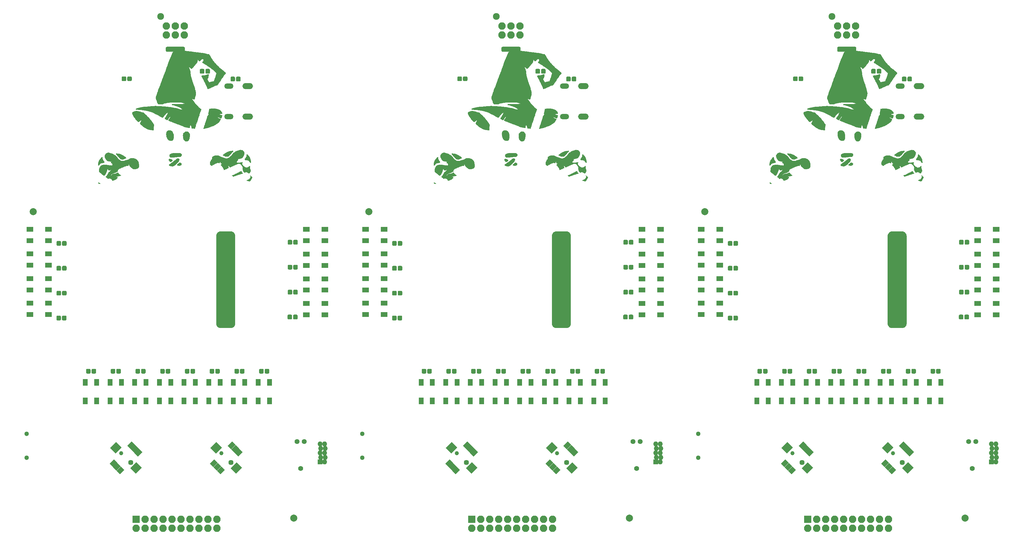
<source format=gts>
%MOIN*%
%OFA0B0*%
%FSLAX46Y46*%
%IPPOS*%
%LPD*%
%ADD10C,0.00039370078740157485*%
%ADD11C,0.0039370078740157488*%
%ADD12C,0.082677165354330714*%
%ADD13O,0.082677165354330714X0.082677165354330714*%
%ADD14C,0.07574803149606299*%
%ADD15C,0.07874015748031496*%
%ADD16C,0.051181102362204731*%
%ADD17R,0.076771653543307089X0.055118110236220472*%
%ADD18C,0.057086614173228349*%
%ADD19C,0.0452755905511811*%
%ADD20R,0.055118110236220472X0.076771653543307089*%
%ADD21C,0.054548031496063*%
%ADD22C,0.054648031496062996*%
%ADD23R,0.055118110236220472X0.055118110236220472*%
%ADD24O,0.055118110236220472X0.055118110236220472*%
%ADD25O,0.11811023622047245X0.066929133858267723*%
%ADD26O,0.10236220472440946X0.059055118110236227*%
%ADD27R,0.082677165354330714X0.082677165354330714*%
%ADD38C,0.00039370078740157485*%
%ADD39C,0.0039370078740157488*%
%ADD40C,0.082677165354330714*%
%ADD41O,0.082677165354330714X0.082677165354330714*%
%ADD42C,0.07574803149606299*%
%ADD43C,0.07874015748031496*%
%ADD44C,0.051181102362204731*%
%ADD45R,0.076771653543307089X0.055118110236220472*%
%ADD46C,0.057086614173228349*%
%ADD47C,0.0452755905511811*%
%ADD48R,0.055118110236220472X0.076771653543307089*%
%ADD49C,0.054548031496063*%
%ADD50C,0.054648031496062996*%
%ADD51R,0.055118110236220472X0.055118110236220472*%
%ADD52O,0.055118110236220472X0.055118110236220472*%
%ADD53O,0.11811023622047245X0.066929133858267723*%
%ADD54O,0.10236220472440946X0.059055118110236227*%
%ADD55R,0.082677165354330714X0.082677165354330714*%
%ADD56C,0.00039370078740157485*%
%ADD57C,0.0039370078740157488*%
%ADD58C,0.082677165354330714*%
%ADD59O,0.082677165354330714X0.082677165354330714*%
%ADD60C,0.07574803149606299*%
%ADD61C,0.07874015748031496*%
%ADD62C,0.051181102362204731*%
%ADD63R,0.076771653543307089X0.055118110236220472*%
%ADD64C,0.057086614173228349*%
%ADD65C,0.0452755905511811*%
%ADD66R,0.055118110236220472X0.076771653543307089*%
%ADD67C,0.054548031496063*%
%ADD68C,0.054648031496062996*%
%ADD69R,0.055118110236220472X0.055118110236220472*%
%ADD70O,0.055118110236220472X0.055118110236220472*%
%ADD71O,0.11811023622047245X0.066929133858267723*%
%ADD72O,0.10236220472440946X0.059055118110236227*%
%ADD73R,0.082677165354330714X0.082677165354330714*%
D10*
G36*
X0002230345Y0005873728D02*
G01*
X0002235929Y0005873252D01*
X0002241077Y0005872625D01*
X0002246313Y0005871763D01*
X0002252161Y0005870581D01*
X0002258225Y0005869208D01*
X0002263038Y0005868193D01*
X0002268485Y0005867212D01*
X0002273588Y0005866437D01*
X0002274891Y0005866273D01*
X0002278476Y0005865815D01*
X0002281437Y0005865376D01*
X0002283384Y0005865017D01*
X0002283922Y0005864855D01*
X0002284991Y0005864626D01*
X0002287357Y0005864336D01*
X0002290652Y0005864023D01*
X0002293922Y0005863769D01*
X0002298297Y0005863388D01*
X0002303466Y0005862824D01*
X0002309055Y0005862128D01*
X0002314689Y0005861355D01*
X0002319994Y0005860555D01*
X0002324596Y0005859784D01*
X0002328121Y0005859092D01*
X0002329475Y0005858762D01*
X0002331779Y0005858358D01*
X0002335053Y0005858068D01*
X0002338601Y0005857951D01*
X0002338708Y0005857950D01*
X0002342324Y0005857786D01*
X0002346857Y0005857348D01*
X0002351598Y0005856713D01*
X0002354125Y0005856292D01*
X0002358481Y0005855588D01*
X0002362852Y0005855030D01*
X0002366611Y0005854692D01*
X0002368378Y0005854625D01*
X0002371980Y0005854428D01*
X0002376199Y0005853928D01*
X0002379610Y0005853334D01*
X0002384039Y0005852515D01*
X0002389852Y0005851616D01*
X0002396771Y0005850670D01*
X0002404517Y0005849715D01*
X0002412812Y0005848784D01*
X0002421377Y0005847914D01*
X0002425308Y0005847546D01*
X0002435895Y0005846525D01*
X0002445875Y0005845451D01*
X0002455030Y0005844352D01*
X0002463145Y0005843255D01*
X0002470002Y0005842187D01*
X0002474800Y0005841298D01*
X0002479196Y0005840533D01*
X0002483842Y0005839949D01*
X0002487951Y0005839639D01*
X0002489185Y0005839612D01*
X0002493424Y0005839422D01*
X0002498092Y0005838927D01*
X0002501385Y0005838385D01*
X0002505008Y0005837688D01*
X0002509503Y0005836888D01*
X0002514096Y0005836119D01*
X0002515725Y0005835861D01*
X0002519447Y0005835167D01*
X0002524268Y0005834100D01*
X0002529690Y0005832779D01*
X0002535219Y0005831321D01*
X0002538225Y0005830476D01*
X0002547460Y0005827920D01*
X0002555281Y0005825997D01*
X0002561804Y0005824684D01*
X0002567144Y0005823956D01*
X0002570657Y0005823779D01*
X0002573397Y0005823587D01*
X0002575570Y0005823096D01*
X0002576279Y0005822737D01*
X0002577131Y0005821666D01*
X0002578606Y0005819422D01*
X0002580524Y0005816291D01*
X0002582706Y0005812562D01*
X0002583672Y0005810862D01*
X0002589905Y0005799914D01*
X0002595660Y0005790034D01*
X0002600901Y0005781285D01*
X0002605588Y0005773726D01*
X0002609685Y0005767417D01*
X0002613151Y0005762418D01*
X0002615951Y0005758790D01*
X0002618044Y0005756593D01*
X0002618056Y0005756584D01*
X0002619563Y0005754994D01*
X0002621687Y0005752332D01*
X0002624165Y0005748942D01*
X0002626738Y0005745170D01*
X0002627244Y0005744396D01*
X0002630334Y0005739885D01*
X0002633615Y0005735526D01*
X0002636725Y0005731783D01*
X0002638828Y0005729562D01*
X0002642222Y0005726286D01*
X0002644756Y0005723795D01*
X0002646774Y0005721718D01*
X0002648619Y0005719686D01*
X0002650635Y0005717331D01*
X0002653164Y0005714283D01*
X0002654148Y0005713089D01*
X0002657375Y0005709373D01*
X0002660980Y0005705545D01*
X0002664444Y0005702138D01*
X0002666471Y0005700324D01*
X0002668914Y0005698159D01*
X0002672225Y0005695074D01*
X0002676113Y0005691347D01*
X0002680288Y0005687258D01*
X0002684459Y0005683085D01*
X0002684891Y0005682647D01*
X0002694863Y0005673021D01*
X0002705012Y0005664274D01*
X0002711141Y0005659443D01*
X0002716455Y0005655285D01*
X0002722384Y0005650491D01*
X0002728398Y0005645500D01*
X0002733967Y0005640749D01*
X0002737306Y0005637811D01*
X0002741388Y0005634179D01*
X0002745311Y0005630730D01*
X0002748806Y0005627697D01*
X0002751607Y0005625312D01*
X0002753446Y0005623807D01*
X0002753481Y0005623779D01*
X0002757058Y0005620676D01*
X0002759341Y0005617809D01*
X0002760592Y0005614817D01*
X0002760852Y0005613571D01*
X0002761015Y0005612127D01*
X0002760833Y0005610914D01*
X0002760107Y0005609613D01*
X0002758638Y0005607907D01*
X0002756230Y0005605478D01*
X0002755155Y0005604424D01*
X0002753326Y0005602607D01*
X0002751600Y0005600809D01*
X0002749890Y0005598911D01*
X0002748113Y0005596795D01*
X0002746184Y0005594343D01*
X0002744018Y0005591436D01*
X0002741531Y0005587957D01*
X0002738639Y0005583787D01*
X0002735256Y0005578808D01*
X0002731299Y0005572902D01*
X0002726682Y0005565950D01*
X0002721321Y0005557835D01*
X0002715357Y0005548779D01*
X0002707589Y0005537022D01*
X0002700360Y0005526179D01*
X0002693711Y0005516306D01*
X0002687679Y0005507459D01*
X0002682303Y0005499693D01*
X0002677624Y0005493066D01*
X0002673680Y0005487632D01*
X0002670510Y0005483448D01*
X0002668154Y0005480570D01*
X0002666784Y0005479163D01*
X0002665235Y0005478059D01*
X0002663532Y0005477435D01*
X0002661139Y0005477163D01*
X0002658293Y0005477112D01*
X0002654179Y0005476949D01*
X0002650441Y0005476376D01*
X0002646681Y0005475263D01*
X0002642503Y0005473484D01*
X0002637508Y0005470911D01*
X0002635430Y0005469763D01*
X0002630792Y0005467362D01*
X0002625350Y0005464834D01*
X0002619896Y0005462537D01*
X0002616558Y0005461280D01*
X0002612496Y0005459841D01*
X0002609311Y0005458669D01*
X0002606635Y0005457595D01*
X0002604096Y0005456448D01*
X0002601326Y0005455057D01*
X0002597955Y0005453253D01*
X0002593612Y0005450866D01*
X0002591974Y0005449960D01*
X0002585185Y0005446335D01*
X0002579481Y0005443593D01*
X0002574605Y0005441627D01*
X0002570301Y0005440331D01*
X0002567414Y0005439754D01*
X0002562706Y0005439015D01*
X0002559084Y0005446226D01*
X0002557636Y0005449262D01*
X0002555732Y0005453472D01*
X0002553537Y0005458485D01*
X0002551213Y0005463925D01*
X0002548924Y0005469422D01*
X0002548659Y0005470066D01*
X0002545958Y0005476438D01*
X0002542755Y0005483623D01*
X0002539343Y0005490991D01*
X0002536010Y0005497914D01*
X0002533690Y0005502529D01*
X0002529087Y0005511450D01*
X0002525177Y0005519023D01*
X0002521889Y0005525379D01*
X0002519154Y0005530652D01*
X0002516902Y0005534975D01*
X0002515063Y0005538481D01*
X0002513568Y0005541303D01*
X0002512345Y0005543574D01*
X0002511326Y0005545427D01*
X0002510440Y0005546995D01*
X0002509618Y0005548411D01*
X0002509372Y0005548829D01*
X0002507411Y0005552391D01*
X0002505502Y0005556255D01*
X0002504199Y0005559245D01*
X0002502711Y0005562473D01*
X0002500655Y0005566232D01*
X0002498468Y0005569723D01*
X0002498407Y0005569813D01*
X0002495391Y0005574799D01*
X0002493492Y0005579263D01*
X0002492813Y0005582963D01*
X0002492813Y0005583020D01*
X0002493477Y0005584412D01*
X0002495533Y0005585518D01*
X0002499058Y0005586362D01*
X0002504129Y0005586967D01*
X0002506558Y0005587144D01*
X0002510992Y0005587505D01*
X0002516404Y0005588069D01*
X0002522127Y0005588762D01*
X0002527497Y0005589506D01*
X0002527804Y0005589552D01*
X0002533164Y0005590422D01*
X0002537435Y0005591287D01*
X0002541183Y0005592303D01*
X0002544979Y0005593625D01*
X0002549389Y0005595410D01*
X0002549814Y0005595590D01*
X0002555962Y0005598002D01*
X0002560995Y0005599569D01*
X0002564533Y0005600229D01*
X0002567252Y0005600427D01*
X0002568827Y0005600273D01*
X0002569770Y0005599588D01*
X0002570597Y0005598193D01*
X0002570647Y0005598096D01*
X0002571743Y0005594514D01*
X0002571923Y0005589733D01*
X0002571183Y0005583696D01*
X0002569520Y0005576345D01*
X0002569048Y0005574612D01*
X0002567578Y0005569405D01*
X0002566409Y0005565494D01*
X0002565415Y0005562567D01*
X0002564466Y0005560311D01*
X0002563436Y0005558412D01*
X0002562195Y0005556557D01*
X0002561012Y0005554958D01*
X0002558599Y0005551624D01*
X0002557153Y0005549025D01*
X0002556662Y0005546725D01*
X0002557112Y0005544289D01*
X0002558490Y0005541279D01*
X0002560503Y0005537738D01*
X0002562916Y0005533596D01*
X0002565515Y0005529081D01*
X0002567875Y0005524936D01*
X0002568710Y0005523451D01*
X0002570766Y0005520008D01*
X0002572957Y0005516709D01*
X0002574884Y0005514142D01*
X0002575308Y0005513651D01*
X0002578225Y0005510429D01*
X0002583840Y0005512504D01*
X0002586543Y0005513349D01*
X0002590536Y0005514399D01*
X0002595465Y0005515580D01*
X0002600978Y0005516813D01*
X0002606721Y0005518024D01*
X0002612341Y0005519136D01*
X0002617486Y0005520073D01*
X0002621802Y0005520759D01*
X0002622690Y0005520880D01*
X0002625855Y0005521522D01*
X0002628117Y0005522693D01*
X0002629794Y0005524710D01*
X0002631202Y0005527891D01*
X0002631957Y0005530189D01*
X0002633113Y0005533520D01*
X0002634736Y0005537660D01*
X0002636552Y0005541927D01*
X0002637395Y0005543779D01*
X0002642751Y0005556260D01*
X0002647734Y0005569813D01*
X0002652153Y0005583851D01*
X0002655817Y0005597788D01*
X0002657428Y0005605129D01*
X0002658212Y0005609108D01*
X0002658851Y0005612547D01*
X0002659279Y0005615085D01*
X0002659433Y0005616365D01*
X0002659433Y0005616384D01*
X0002658710Y0005617305D01*
X0002656864Y0005618585D01*
X0002654511Y0005619839D01*
X0002652543Y0005620896D01*
X0002650505Y0005622292D01*
X0002648187Y0005624213D01*
X0002645381Y0005626843D01*
X0002641877Y0005630367D01*
X0002637782Y0005634639D01*
X0002634096Y0005638487D01*
X0002630852Y0005641756D01*
X0002627794Y0005644668D01*
X0002624663Y0005647441D01*
X0002621203Y0005650296D01*
X0002617156Y0005653452D01*
X0002612263Y0005657130D01*
X0002606268Y0005661550D01*
X0002606246Y0005661566D01*
X0002594271Y0005670325D01*
X0002583551Y0005678120D01*
X0002574016Y0005684998D01*
X0002565597Y0005691006D01*
X0002558225Y0005696192D01*
X0002551831Y0005700605D01*
X0002546346Y0005704293D01*
X0002541699Y0005707302D01*
X0002537823Y0005709681D01*
X0002534648Y0005711477D01*
X0002532398Y0005712605D01*
X0002528723Y0005714542D01*
X0002525009Y0005716885D01*
X0002522036Y0005719141D01*
X0002521940Y0005719227D01*
X0002518985Y0005721523D01*
X0002515300Y0005723939D01*
X0002511736Y0005725923D01*
X0002507894Y0005727898D01*
X0002505333Y0005729475D01*
X0002503801Y0005730907D01*
X0002503045Y0005732447D01*
X0002502814Y0005734347D01*
X0002502808Y0005734845D01*
X0002502982Y0005736915D01*
X0002503717Y0005738559D01*
X0002505330Y0005740341D01*
X0002506527Y0005741426D01*
X0002509942Y0005745274D01*
X0002512870Y0005750145D01*
X0002514981Y0005755406D01*
X0002515863Y0005759469D01*
X0002516387Y0005763894D01*
X0002511918Y0005768420D01*
X0002509416Y0005770825D01*
X0002507556Y0005772208D01*
X0002505913Y0005772827D01*
X0002504458Y0005772946D01*
X0002501062Y0005772437D01*
X0002497395Y0005770844D01*
X0002493302Y0005768069D01*
X0002488630Y0005764015D01*
X0002485168Y0005760602D01*
X0002480889Y0005756385D01*
X0002477334Y0005753299D01*
X0002474213Y0005751153D01*
X0002471235Y0005749757D01*
X0002468110Y0005748918D01*
X0002467198Y0005748761D01*
X0002463671Y0005748215D01*
X0002460367Y0005753777D01*
X0002458311Y0005756869D01*
X0002455929Y0005759890D01*
X0002453513Y0005762528D01*
X0002451354Y0005764471D01*
X0002449745Y0005765406D01*
X0002449472Y0005765446D01*
X0002448995Y0005764697D01*
X0002448694Y0005762786D01*
X0002448641Y0005761352D01*
X0002448269Y0005756234D01*
X0002447237Y0005750248D01*
X0002445670Y0005744000D01*
X0002443957Y0005738786D01*
X0002441486Y0005733233D01*
X0002438065Y0005727388D01*
X0002433585Y0005721098D01*
X0002427934Y0005714209D01*
X0002421003Y0005706567D01*
X0002420726Y0005706272D01*
X0002416691Y0005701912D01*
X0002412588Y0005697318D01*
X0002408738Y0005692863D01*
X0002405464Y0005688917D01*
X0002403401Y0005686279D01*
X0002398455Y0005679807D01*
X0002394229Y0005674634D01*
X0002390587Y0005670629D01*
X0002387395Y0005667661D01*
X0002384515Y0005665600D01*
X0002381813Y0005664315D01*
X0002380116Y0005663840D01*
X0002378793Y0005663657D01*
X0002377637Y0005663875D01*
X0002376335Y0005664699D01*
X0002374573Y0005666333D01*
X0002372038Y0005668981D01*
X0002371749Y0005669289D01*
X0002368735Y0005672311D01*
X0002365531Y0005675217D01*
X0002362671Y0005677530D01*
X0002361749Y0005678179D01*
X0002358795Y0005679957D01*
X0002355829Y0005681464D01*
X0002353238Y0005682533D01*
X0002351410Y0005682997D01*
X0002350803Y0005682885D01*
X0002350746Y0005681820D01*
X0002351214Y0005679595D01*
X0002352085Y0005676587D01*
X0002353236Y0005673172D01*
X0002354545Y0005669726D01*
X0002355890Y0005666626D01*
X0002356471Y0005665451D01*
X0002359507Y0005658925D01*
X0002362272Y0005651469D01*
X0002364867Y0005642791D01*
X0002366225Y0005637529D01*
X0002367166Y0005633507D01*
X0002367862Y0005629913D01*
X0002368364Y0005626318D01*
X0002368723Y0005622290D01*
X0002368987Y0005617399D01*
X0002369180Y0005612112D01*
X0002369425Y0005605825D01*
X0002369720Y0005601068D01*
X0002370076Y0005597703D01*
X0002370507Y0005595594D01*
X0002370822Y0005594850D01*
X0002371487Y0005592962D01*
X0002371903Y0005590196D01*
X0002371975Y0005588540D01*
X0002372223Y0005586286D01*
X0002372919Y0005582716D01*
X0002373992Y0005578094D01*
X0002375367Y0005572688D01*
X0002376974Y0005566763D01*
X0002378740Y0005560586D01*
X0002380592Y0005554423D01*
X0002382458Y0005548540D01*
X0002384266Y0005543204D01*
X0002384408Y0005542804D01*
X0002385565Y0005539268D01*
X0002386451Y0005536026D01*
X0002386928Y0005533603D01*
X0002386975Y0005532985D01*
X0002387355Y0005530756D01*
X0002388327Y0005527898D01*
X0002389094Y0005526207D01*
X0002390514Y0005522811D01*
X0002391697Y0005518967D01*
X0002392070Y0005517276D01*
X0002392659Y0005515006D01*
X0002393783Y0005511536D01*
X0002395323Y0005507200D01*
X0002397162Y0005502332D01*
X0002399180Y0005497265D01*
X0002399225Y0005497155D01*
X0002402530Y0005488892D01*
X0002405536Y0005480924D01*
X0002408334Y0005472964D01*
X0002411013Y0005464728D01*
X0002413664Y0005455931D01*
X0002416377Y0005446285D01*
X0002419242Y0005435508D01*
X0002421602Y0005426279D01*
X0002423523Y0005418650D01*
X0002425072Y0005412425D01*
X0002426288Y0005407390D01*
X0002427212Y0005403336D01*
X0002427885Y0005400049D01*
X0002428346Y0005397318D01*
X0002428635Y0005394932D01*
X0002428793Y0005392679D01*
X0002428861Y0005390346D01*
X0002428877Y0005387946D01*
X0002428801Y0005383558D01*
X0002428516Y0005379478D01*
X0002427959Y0005375386D01*
X0002427065Y0005370960D01*
X0002425772Y0005365879D01*
X0002424017Y0005359825D01*
X0002422149Y0005353779D01*
X0002420763Y0005349100D01*
X0002419475Y0005344252D01*
X0002418434Y0005339836D01*
X0002417831Y0005336696D01*
X0002416887Y0005332083D01*
X0002415645Y0005328094D01*
X0002414234Y0005325068D01*
X0002412785Y0005323350D01*
X0002412722Y0005323309D01*
X0002411315Y0005322743D01*
X0002409118Y0005322128D01*
X0002408805Y0005322055D01*
X0002406275Y0005321808D01*
X0002404197Y0005322580D01*
X0002403542Y0005323016D01*
X0002400413Y0005324800D01*
X0002396969Y0005326082D01*
X0002393817Y0005326672D01*
X0002392095Y0005326571D01*
X0002389920Y0005325850D01*
X0002387277Y0005324722D01*
X0002386637Y0005324411D01*
X0002383384Y0005322780D01*
X0002387257Y0005319469D01*
X0002390176Y0005316710D01*
X0002393622Y0005313025D01*
X0002397405Y0005308666D01*
X0002401332Y0005303880D01*
X0002405211Y0005298919D01*
X0002408849Y0005294031D01*
X0002412054Y0005289466D01*
X0002414634Y0005285473D01*
X0002416397Y0005282303D01*
X0002416994Y0005280862D01*
X0002417997Y0005278143D01*
X0002419230Y0005275930D01*
X0002420986Y0005273877D01*
X0002423563Y0005271641D01*
X0002427256Y0005268877D01*
X0002427335Y0005268819D01*
X0002431156Y0005265826D01*
X0002434760Y0005262450D01*
X0002438532Y0005258305D01*
X0002441696Y0005254468D01*
X0002451247Y0005243496D01*
X0002461814Y0005233237D01*
X0002470984Y0005225507D01*
X0002474697Y0005222369D01*
X0002478493Y0005218855D01*
X0002481835Y0005215477D01*
X0002483544Y0005213556D01*
X0002488344Y0005207783D01*
X0002486027Y0005203073D01*
X0002484525Y0005199799D01*
X0002483148Y0005196436D01*
X0002482495Y0005194612D01*
X0002480049Y0005187395D01*
X0002477910Y0005181802D01*
X0002476301Y0005178258D01*
X0002475052Y0005175292D01*
X0002474125Y0005172196D01*
X0002474014Y0005171657D01*
X0002473246Y0005168837D01*
X0002472030Y0005165670D01*
X0002471527Y0005164594D01*
X0002470570Y0005162180D01*
X0002469489Y0005158660D01*
X0002468439Y0005154571D01*
X0002467808Y0005151677D01*
X0002466394Y0005144955D01*
X0002465138Y0005139705D01*
X0002464054Y0005135977D01*
X0002463157Y0005133822D01*
X0002462737Y0005133319D01*
X0002461708Y0005132103D01*
X0002460417Y0005129809D01*
X0002459100Y0005126949D01*
X0002457994Y0005124036D01*
X0002457348Y0005121650D01*
X0002456676Y0005118912D01*
X0002455812Y0005116515D01*
X0002455690Y0005116262D01*
X0002455056Y0005114474D01*
X0002454307Y0005111579D01*
X0002453580Y0005108120D01*
X0002453394Y0005107095D01*
X0002452683Y0005103970D01*
X0002451448Y0005099577D01*
X0002449777Y0005094198D01*
X0002447757Y0005088115D01*
X0002445478Y0005081609D01*
X0002445058Y0005080446D01*
X0002443135Y0005075034D01*
X0002440825Y0005068355D01*
X0002438224Y0005060701D01*
X0002435427Y0005052366D01*
X0002432533Y0005043642D01*
X0002429636Y0005034823D01*
X0002426833Y0005026201D01*
X0002424221Y0005018068D01*
X0002421896Y0005010719D01*
X0002419954Y0005004445D01*
X0002418872Y0005000840D01*
X0002417391Y0004995818D01*
X0002401141Y0004997507D01*
X0002384891Y0004999196D01*
X0002382988Y0005006279D01*
X0002381434Y0005011994D01*
X0002380175Y0005016399D01*
X0002379095Y0005019801D01*
X0002378081Y0005022505D01*
X0002377018Y0005024818D01*
X0002375791Y0005027045D01*
X0002374335Y0005029416D01*
X0002372468Y0005032327D01*
X0002370879Y0005034719D01*
X0002369815Y0005036223D01*
X0002369582Y0005036505D01*
X0002368859Y0005036201D01*
X0002367652Y0005034572D01*
X0002366118Y0005031833D01*
X0002365905Y0005031413D01*
X0002364419Y0005028114D01*
X0002363218Y0005024605D01*
X0002362210Y0005020517D01*
X0002361303Y0005015479D01*
X0002360469Y0005009612D01*
X0002359869Y0005005029D01*
X0002356130Y0005004505D01*
X0002354502Y0005004432D01*
X0002352109Y0005004595D01*
X0002348795Y0005005018D01*
X0002344402Y0005005725D01*
X0002338773Y0005006739D01*
X0002331753Y0005008086D01*
X0002327808Y0005008865D01*
X0002321556Y0005010109D01*
X0002315778Y0005011263D01*
X0002310691Y0005012283D01*
X0002306514Y0005013125D01*
X0002303465Y0005013745D01*
X0002301761Y0005014100D01*
X0002301535Y0005014150D01*
X0002300169Y0005014727D01*
X0002297743Y0005015988D01*
X0002294615Y0005017740D01*
X0002291535Y0005019554D01*
X0002284307Y0005023452D01*
X0002276790Y0005026516D01*
X0002273641Y0005027557D01*
X0002269084Y0005029059D01*
X0002263104Y0005031155D01*
X0002255818Y0005033799D01*
X0002247342Y0005036946D01*
X0002237792Y0005040553D01*
X0002227287Y0005044575D01*
X0002215942Y0005048967D01*
X0002203875Y0005053685D01*
X0002191202Y0005058684D01*
X0002178040Y0005063921D01*
X0002175725Y0005064846D01*
X0002168042Y0005067917D01*
X0002160663Y0005070860D01*
X0002153766Y0005073606D01*
X0002147530Y0005076084D01*
X0002142132Y0005078222D01*
X0002137753Y0005079950D01*
X0002134570Y0005081196D01*
X0002132808Y0005081874D01*
X0002129049Y0005083411D01*
X0002126590Y0005084824D01*
X0002125113Y0005086383D01*
X0002124299Y0005088360D01*
X0002124096Y0005089285D01*
X0002123929Y0005090899D01*
X0002124239Y0005092368D01*
X0002125219Y0005094124D01*
X0002127059Y0005096599D01*
X0002127655Y0005097355D01*
X0002130914Y0005101673D01*
X0002134219Y0005106426D01*
X0002137469Y0005111427D01*
X0002140563Y0005116488D01*
X0002143398Y0005121423D01*
X0002145873Y0005126043D01*
X0002147887Y0005130161D01*
X0002149338Y0005133591D01*
X0002150124Y0005136145D01*
X0002150144Y0005137635D01*
X0002149666Y0005137946D01*
X0002148732Y0005137411D01*
X0002146909Y0005135978D01*
X0002144509Y0005133899D01*
X0002143118Y0005132629D01*
X0002140168Y0005129570D01*
X0002136648Y0005125416D01*
X0002132818Y0005120517D01*
X0002128934Y0005115226D01*
X0002125257Y0005109893D01*
X0002122043Y0005104870D01*
X0002119718Y0005100822D01*
X0002117835Y0005097466D01*
X0002116256Y0005095305D01*
X0002114616Y0005094009D01*
X0002112549Y0005093248D01*
X0002110935Y0005092908D01*
X0002108296Y0005092658D01*
X0002106068Y0005093185D01*
X0002104075Y0005094210D01*
X0002101535Y0005095534D01*
X0002098187Y0005097085D01*
X0002094998Y0005098429D01*
X0002089836Y0005101001D01*
X0002086074Y0005104022D01*
X0002083815Y0005107401D01*
X0002083289Y0005109145D01*
X0002083091Y0005110725D01*
X0002083320Y0005112063D01*
X0002084174Y0005113558D01*
X0002085856Y0005115610D01*
X0002087413Y0005117350D01*
X0002090704Y0005121303D01*
X0002094459Y0005126336D01*
X0002098403Y0005132037D01*
X0002102262Y0005137991D01*
X0002105760Y0005143786D01*
X0002108623Y0005149008D01*
X0002109120Y0005149997D01*
X0002110368Y0005152833D01*
X0002111745Y0005156452D01*
X0002113156Y0005160535D01*
X0002114503Y0005164764D01*
X0002115691Y0005168821D01*
X0002116626Y0005172388D01*
X0002117210Y0005175147D01*
X0002117348Y0005176780D01*
X0002117265Y0005177038D01*
X0002116533Y0005176796D01*
X0002115250Y0005175788D01*
X0002113849Y0005174706D01*
X0002111397Y0005173006D01*
X0002108264Y0005170941D01*
X0002105490Y0005169177D01*
X0002101202Y0005166348D01*
X0002097956Y0005163802D01*
X0002095277Y0005161130D01*
X0002093212Y0005158615D01*
X0002090924Y0005155793D01*
X0002087868Y0005152248D01*
X0002084450Y0005148438D01*
X0002081180Y0005144935D01*
X0002077735Y0005141147D01*
X0002074238Y0005136989D01*
X0002071117Y0005132986D01*
X0002068951Y0005129900D01*
X0002066204Y0005125872D01*
X0002063866Y0005123081D01*
X0002061623Y0005121262D01*
X0002059164Y0005120148D01*
X0002056840Y0005119588D01*
X0002054173Y0005119357D01*
X0002052055Y0005119985D01*
X0002050796Y0005120748D01*
X0002048511Y0005122111D01*
X0002045511Y0005123678D01*
X0002043605Y0005124582D01*
X0002041619Y0005125593D01*
X0002038474Y0005127334D01*
X0002034428Y0005129656D01*
X0002029740Y0005132409D01*
X0002024667Y0005135444D01*
X0002021141Y0005137585D01*
X0002016045Y0005140661D01*
X0002011240Y0005143490D01*
X0002006964Y0005145937D01*
X0002003454Y0005147868D01*
X0002000947Y0005149148D01*
X0001999891Y0005149594D01*
X0001997893Y0005150413D01*
X0001994859Y0005151879D01*
X0001991190Y0005153791D01*
X0001987285Y0005155945D01*
X0001986975Y0005156122D01*
X0001969290Y0005165396D01*
X0001950250Y0005173824D01*
X0001929951Y0005181375D01*
X0001908491Y0005188016D01*
X0001885968Y0005193717D01*
X0001862480Y0005198445D01*
X0001848045Y0005200791D01*
X0001836866Y0005202328D01*
X0001825212Y0005203704D01*
X0001813443Y0005204889D01*
X0001801919Y0005205853D01*
X0001791001Y0005206564D01*
X0001781048Y0005206993D01*
X0001773624Y0005207112D01*
X0001769731Y0005207173D01*
X0001766477Y0005207339D01*
X0001764206Y0005207584D01*
X0001763267Y0005207877D01*
X0001762873Y0005209117D01*
X0001762439Y0005211335D01*
X0001762288Y0005212342D01*
X0001761780Y0005216043D01*
X0001767919Y0005218592D01*
X0001772493Y0005220359D01*
X0001777539Y0005222034D01*
X0001783301Y0005223681D01*
X0001790022Y0005225368D01*
X0001797946Y0005227160D01*
X0001805725Y0005228797D01*
X0001811426Y0005229985D01*
X0001817168Y0005231212D01*
X0001822526Y0005232387D01*
X0001827079Y0005233416D01*
X0001830308Y0005234183D01*
X0001834742Y0005235155D01*
X0001839541Y0005236006D01*
X0001843846Y0005236586D01*
X0001844891Y0005236684D01*
X0001849267Y0005237145D01*
X0001854160Y0005237825D01*
X0001858225Y0005238522D01*
X0001863178Y0005239251D01*
X0001868424Y0005239489D01*
X0001873852Y0005239322D01*
X0001881577Y0005239202D01*
X0001888375Y0005239805D01*
X0001889726Y0005240023D01*
X0001893799Y0005240624D01*
X0001899251Y0005241264D01*
X0001905792Y0005241920D01*
X0001913136Y0005242567D01*
X0001920995Y0005243181D01*
X0001929082Y0005243740D01*
X0001937108Y0005244219D01*
X0001944786Y0005244594D01*
X0001945308Y0005244616D01*
X0001950954Y0005244890D01*
X0001956718Y0005245237D01*
X0001962118Y0005245623D01*
X0001966669Y0005246015D01*
X0001969058Y0005246271D01*
X0001975601Y0005246775D01*
X0001983167Y0005246884D01*
X0001991169Y0005246619D01*
X0001999015Y0005245999D01*
X0002006117Y0005245045D01*
X0002006558Y0005244968D01*
X0002012963Y0005244172D01*
X0002020554Y0005243854D01*
X0002025725Y0005243886D01*
X0002030880Y0005243905D01*
X0002037032Y0005243794D01*
X0002043515Y0005243571D01*
X0002049666Y0005243257D01*
X0002051558Y0005243133D01*
X0002060648Y0005242495D01*
X0002068234Y0005241957D01*
X0002074478Y0005241506D01*
X0002079538Y0005241129D01*
X0002083575Y0005240812D01*
X0002086747Y0005240543D01*
X0002089216Y0005240308D01*
X0002091140Y0005240094D01*
X0002092680Y0005239887D01*
X0002093995Y0005239676D01*
X0002094419Y0005239600D01*
X0002097651Y0005239178D01*
X0002101644Y0005238882D01*
X0002105253Y0005238779D01*
X0002109530Y0005238600D01*
X0002114280Y0005238133D01*
X0002117808Y0005237597D01*
X0002120860Y0005237098D01*
X0002125107Y0005236509D01*
X0002130081Y0005235891D01*
X0002135318Y0005235302D01*
X0002137808Y0005235045D01*
X0002143448Y0005234410D01*
X0002149473Y0005233609D01*
X0002155269Y0005232732D01*
X0002160221Y0005231867D01*
X0002161558Y0005231601D01*
X0002165512Y0005230807D01*
X0002170672Y0005229810D01*
X0002176601Y0005228693D01*
X0002182863Y0005227536D01*
X0002189022Y0005226423D01*
X0002189891Y0005226269D01*
X0002196057Y0005225163D01*
X0002201179Y0005224208D01*
X0002205611Y0005223319D01*
X0002209708Y0005222413D01*
X0002213825Y0005221403D01*
X0002218316Y0005220205D01*
X0002223536Y0005218736D01*
X0002229840Y0005216909D01*
X0002233088Y0005215959D01*
X0002246373Y0005212362D01*
X0002258548Y0005209675D01*
X0002269516Y0005207917D01*
X0002275555Y0005207311D01*
X0002279180Y0005207058D01*
X0002282095Y0005206881D01*
X0002283963Y0005206801D01*
X0002284475Y0005206820D01*
X0002283935Y0005207449D01*
X0002282489Y0005208991D01*
X0002280399Y0005211169D01*
X0002279266Y0005212335D01*
X0002275495Y0005215807D01*
X0002270802Y0005219386D01*
X0002265037Y0005223170D01*
X0002258051Y0005227253D01*
X0002249697Y0005231729D01*
X0002245725Y0005233760D01*
X0002235435Y0005238745D01*
X0002226406Y0005242669D01*
X0002218619Y0005245540D01*
X0002212057Y0005247365D01*
X0002211558Y0005247471D01*
X0002208105Y0005248322D01*
X0002203818Y0005249567D01*
X0002199417Y0005250993D01*
X0002197626Y0005251624D01*
X0002188556Y0005254645D01*
X0002180156Y0005256903D01*
X0002172716Y0005258324D01*
X0002169893Y0005258658D01*
X0002164062Y0005259196D01*
X0002163313Y0005262754D01*
X0002162960Y0005265031D01*
X0002162959Y0005266553D01*
X0002163064Y0005266813D01*
X0002163761Y0005267288D01*
X0002164910Y0005267697D01*
X0002166626Y0005268045D01*
X0002169023Y0005268337D01*
X0002172215Y0005268578D01*
X0002176317Y0005268772D01*
X0002181444Y0005268924D01*
X0002187710Y0005269038D01*
X0002195230Y0005269119D01*
X0002204117Y0005269173D01*
X0002214487Y0005269203D01*
X0002221558Y0005269212D01*
X0002235654Y0005269234D01*
X0002248169Y0005269280D01*
X0002259188Y0005269355D01*
X0002268797Y0005269460D01*
X0002277082Y0005269602D01*
X0002284127Y0005269783D01*
X0002290019Y0005270007D01*
X0002294843Y0005270279D01*
X0002298684Y0005270602D01*
X0002301627Y0005270980D01*
X0002303759Y0005271417D01*
X0002305165Y0005271916D01*
X0002305930Y0005272483D01*
X0002306141Y0005273064D01*
X0002305384Y0005274043D01*
X0002303290Y0005275372D01*
X0002300122Y0005276942D01*
X0002296145Y0005278643D01*
X0002291625Y0005280366D01*
X0002286824Y0005282002D01*
X0002282007Y0005283440D01*
X0002279475Y0005284101D01*
X0002274985Y0005285165D01*
X0002270760Y0005286067D01*
X0002266606Y0005286820D01*
X0002262327Y0005287441D01*
X0002257729Y0005287946D01*
X0002252619Y0005288349D01*
X0002246803Y0005288666D01*
X0002240085Y0005288913D01*
X0002232273Y0005289105D01*
X0002223171Y0005289258D01*
X0002213225Y0005289379D01*
X0002197731Y0005289480D01*
X0002183725Y0005289424D01*
X0002171036Y0005289198D01*
X0002159490Y0005288794D01*
X0002148917Y0005288199D01*
X0002139143Y0005287404D01*
X0002129997Y0005286397D01*
X0002121307Y0005285169D01*
X0002112901Y0005283707D01*
X0002108641Y0005282863D01*
X0002102997Y0005281725D01*
X0002096631Y0005280480D01*
X0002090335Y0005279283D01*
X0002085035Y0005278310D01*
X0002079420Y0005277257D01*
X0002075114Y0005276307D01*
X0002071771Y0005275345D01*
X0002069049Y0005274254D01*
X0002066602Y0005272920D01*
X0002064235Y0005271332D01*
X0002060725Y0005268826D01*
X0002035404Y0005268733D01*
X0002010083Y0005268639D01*
X0002005994Y0005276001D01*
X0002004035Y0005279315D01*
X0002002117Y0005282200D01*
X0002000522Y0005284247D01*
X0001999856Y0005284890D01*
X0001998574Y0005286156D01*
X0001997965Y0005287837D01*
X0001997808Y0005290547D01*
X0001997808Y0005290600D01*
X0001997663Y0005292463D01*
X0001997183Y0005294804D01*
X0001996297Y0005297842D01*
X0001994936Y0005301800D01*
X0001993030Y0005306899D01*
X0001991215Y0005311572D01*
X0001988677Y0005318073D01*
X0001986701Y0005323251D01*
X0001985219Y0005327323D01*
X0001984161Y0005330509D01*
X0001983460Y0005333029D01*
X0001983047Y0005335101D01*
X0001982855Y0005336944D01*
X0001982813Y0005338477D01*
X0001983163Y0005341794D01*
X0001984166Y0005346318D01*
X0001985737Y0005351764D01*
X0001987791Y0005357843D01*
X0001990245Y0005364270D01*
X0001990744Y0005365494D01*
X0001992472Y0005369963D01*
X0001994130Y0005374737D01*
X0001995489Y0005379126D01*
X0001996102Y0005381451D01*
X0001997187Y0005385455D01*
X0001998841Y0005390764D01*
X0002000977Y0005397149D01*
X0002003511Y0005404382D01*
X0002006357Y0005412235D01*
X0002009429Y0005420480D01*
X0002012642Y0005428887D01*
X0002015911Y0005437230D01*
X0002019149Y0005445279D01*
X0002022272Y0005452806D01*
X0002025194Y0005459583D01*
X0002026272Y0005462001D01*
X0002028828Y0005467926D01*
X0002030959Y0005473394D01*
X0002032535Y0005478053D01*
X0002033353Y0005481167D01*
X0002034225Y0005484670D01*
X0002035542Y0005489061D01*
X0002037101Y0005493691D01*
X0002038215Y0005496696D01*
X0002039599Y0005500360D01*
X0002041365Y0005505191D01*
X0002043366Y0005510778D01*
X0002045454Y0005516709D01*
X0002047483Y0005522570D01*
X0002047754Y0005523362D01*
X0002049671Y0005528819D01*
X0002052074Y0005535418D01*
X0002054814Y0005542763D01*
X0002057741Y0005550456D01*
X0002060704Y0005558099D01*
X0002063555Y0005565296D01*
X0002063762Y0005565811D01*
X0002069317Y0005579705D01*
X0002074771Y0005593493D01*
X0002080077Y0005607053D01*
X0002085190Y0005620263D01*
X0002090066Y0005633002D01*
X0002094658Y0005645147D01*
X0002098921Y0005656579D01*
X0002102810Y0005667174D01*
X0002106280Y0005676812D01*
X0002109284Y0005685370D01*
X0002111778Y0005692728D01*
X0002113716Y0005698764D01*
X0002114828Y0005702529D01*
X0002116294Y0005707742D01*
X0002117792Y0005712957D01*
X0002119190Y0005717727D01*
X0002120360Y0005721609D01*
X0002120909Y0005723362D01*
X0002121980Y0005726483D01*
X0002123504Y0005730629D01*
X0002125393Y0005735588D01*
X0002127562Y0005741149D01*
X0002129924Y0005747101D01*
X0002132393Y0005753231D01*
X0002134882Y0005759329D01*
X0002137305Y0005765183D01*
X0002139576Y0005770581D01*
X0002141607Y0005775313D01*
X0002143313Y0005779166D01*
X0002144607Y0005781930D01*
X0002145403Y0005783392D01*
X0002145493Y0005783508D01*
X0002146263Y0005784777D01*
X0002147540Y0005787371D01*
X0002149230Y0005791063D01*
X0002151237Y0005795625D01*
X0002153466Y0005800829D01*
X0002155823Y0005806446D01*
X0002158211Y0005812249D01*
X0002160535Y0005818010D01*
X0002162700Y0005823501D01*
X0002164612Y0005828493D01*
X0002166173Y0005832760D01*
X0002166673Y0005834196D01*
X0002168251Y0005838751D01*
X0002169505Y0005842023D01*
X0002170642Y0005844308D01*
X0002171868Y0005845904D01*
X0002173390Y0005847107D01*
X0002175414Y0005848214D01*
X0002176925Y0005848942D01*
X0002179645Y0005850382D01*
X0002183299Y0005852523D01*
X0002187459Y0005855105D01*
X0002191696Y0005857868D01*
X0002192808Y0005858617D01*
X0002197456Y0005861631D01*
X0002202612Y0005864739D01*
X0002207679Y0005867594D01*
X0002212057Y0005869849D01*
X0002212428Y0005870025D01*
X0002221632Y0005874354D01*
X0002230345Y0005873728D01*
G37*
X0002230345Y0005873728D02*
X0002235929Y0005873252D01*
X0002241077Y0005872625D01*
X0002246313Y0005871763D01*
X0002252161Y0005870581D01*
X0002258225Y0005869208D01*
X0002263038Y0005868193D01*
X0002268485Y0005867212D01*
X0002273588Y0005866437D01*
X0002274891Y0005866273D01*
X0002278476Y0005865815D01*
X0002281437Y0005865376D01*
X0002283384Y0005865017D01*
X0002283922Y0005864855D01*
X0002284991Y0005864626D01*
X0002287357Y0005864336D01*
X0002290652Y0005864023D01*
X0002293922Y0005863769D01*
X0002298297Y0005863388D01*
X0002303466Y0005862824D01*
X0002309055Y0005862128D01*
X0002314689Y0005861355D01*
X0002319994Y0005860555D01*
X0002324596Y0005859784D01*
X0002328121Y0005859092D01*
X0002329475Y0005858762D01*
X0002331779Y0005858358D01*
X0002335053Y0005858068D01*
X0002338601Y0005857951D01*
X0002338708Y0005857950D01*
X0002342324Y0005857786D01*
X0002346857Y0005857348D01*
X0002351598Y0005856713D01*
X0002354125Y0005856292D01*
X0002358481Y0005855588D01*
X0002362852Y0005855030D01*
X0002366611Y0005854692D01*
X0002368378Y0005854625D01*
X0002371980Y0005854428D01*
X0002376199Y0005853928D01*
X0002379610Y0005853334D01*
X0002384039Y0005852515D01*
X0002389852Y0005851616D01*
X0002396771Y0005850670D01*
X0002404517Y0005849715D01*
X0002412812Y0005848784D01*
X0002421377Y0005847914D01*
X0002425308Y0005847546D01*
X0002435895Y0005846525D01*
X0002445875Y0005845451D01*
X0002455030Y0005844352D01*
X0002463145Y0005843255D01*
X0002470002Y0005842187D01*
X0002474800Y0005841298D01*
X0002479196Y0005840533D01*
X0002483842Y0005839949D01*
X0002487951Y0005839639D01*
X0002489185Y0005839612D01*
X0002493424Y0005839422D01*
X0002498092Y0005838927D01*
X0002501385Y0005838385D01*
X0002505008Y0005837688D01*
X0002509503Y0005836888D01*
X0002514096Y0005836119D01*
X0002515725Y0005835861D01*
X0002519447Y0005835167D01*
X0002524268Y0005834100D01*
X0002529690Y0005832779D01*
X0002535219Y0005831321D01*
X0002538225Y0005830476D01*
X0002547460Y0005827920D01*
X0002555281Y0005825997D01*
X0002561804Y0005824684D01*
X0002567144Y0005823956D01*
X0002570657Y0005823779D01*
X0002573397Y0005823587D01*
X0002575570Y0005823096D01*
X0002576279Y0005822737D01*
X0002577131Y0005821666D01*
X0002578606Y0005819422D01*
X0002580524Y0005816291D01*
X0002582706Y0005812562D01*
X0002583672Y0005810862D01*
X0002589905Y0005799914D01*
X0002595660Y0005790034D01*
X0002600901Y0005781285D01*
X0002605588Y0005773726D01*
X0002609685Y0005767417D01*
X0002613151Y0005762418D01*
X0002615951Y0005758790D01*
X0002618044Y0005756593D01*
X0002618056Y0005756584D01*
X0002619563Y0005754994D01*
X0002621687Y0005752332D01*
X0002624165Y0005748942D01*
X0002626738Y0005745170D01*
X0002627244Y0005744396D01*
X0002630334Y0005739885D01*
X0002633615Y0005735526D01*
X0002636725Y0005731783D01*
X0002638828Y0005729562D01*
X0002642222Y0005726286D01*
X0002644756Y0005723795D01*
X0002646774Y0005721718D01*
X0002648619Y0005719686D01*
X0002650635Y0005717331D01*
X0002653164Y0005714283D01*
X0002654148Y0005713089D01*
X0002657375Y0005709373D01*
X0002660980Y0005705545D01*
X0002664444Y0005702138D01*
X0002666471Y0005700324D01*
X0002668914Y0005698159D01*
X0002672225Y0005695074D01*
X0002676113Y0005691347D01*
X0002680288Y0005687258D01*
X0002684459Y0005683085D01*
X0002684891Y0005682647D01*
X0002694863Y0005673021D01*
X0002705012Y0005664274D01*
X0002711141Y0005659443D01*
X0002716455Y0005655285D01*
X0002722384Y0005650491D01*
X0002728398Y0005645500D01*
X0002733967Y0005640749D01*
X0002737306Y0005637811D01*
X0002741388Y0005634179D01*
X0002745311Y0005630730D01*
X0002748806Y0005627697D01*
X0002751607Y0005625312D01*
X0002753446Y0005623807D01*
X0002753481Y0005623779D01*
X0002757058Y0005620676D01*
X0002759341Y0005617809D01*
X0002760592Y0005614817D01*
X0002760852Y0005613571D01*
X0002761015Y0005612127D01*
X0002760833Y0005610914D01*
X0002760107Y0005609613D01*
X0002758638Y0005607907D01*
X0002756230Y0005605478D01*
X0002755155Y0005604424D01*
X0002753326Y0005602607D01*
X0002751600Y0005600809D01*
X0002749890Y0005598911D01*
X0002748113Y0005596795D01*
X0002746184Y0005594343D01*
X0002744018Y0005591436D01*
X0002741531Y0005587957D01*
X0002738639Y0005583787D01*
X0002735256Y0005578808D01*
X0002731299Y0005572902D01*
X0002726682Y0005565950D01*
X0002721321Y0005557835D01*
X0002715357Y0005548779D01*
X0002707589Y0005537022D01*
X0002700360Y0005526179D01*
X0002693711Y0005516306D01*
X0002687679Y0005507459D01*
X0002682303Y0005499693D01*
X0002677624Y0005493066D01*
X0002673680Y0005487632D01*
X0002670510Y0005483448D01*
X0002668154Y0005480570D01*
X0002666784Y0005479163D01*
X0002665235Y0005478059D01*
X0002663532Y0005477435D01*
X0002661139Y0005477163D01*
X0002658293Y0005477112D01*
X0002654179Y0005476949D01*
X0002650441Y0005476376D01*
X0002646681Y0005475263D01*
X0002642503Y0005473484D01*
X0002637508Y0005470911D01*
X0002635430Y0005469763D01*
X0002630792Y0005467362D01*
X0002625350Y0005464834D01*
X0002619896Y0005462537D01*
X0002616558Y0005461280D01*
X0002612496Y0005459841D01*
X0002609311Y0005458669D01*
X0002606635Y0005457595D01*
X0002604096Y0005456448D01*
X0002601326Y0005455057D01*
X0002597955Y0005453253D01*
X0002593612Y0005450866D01*
X0002591974Y0005449960D01*
X0002585185Y0005446335D01*
X0002579481Y0005443593D01*
X0002574605Y0005441627D01*
X0002570301Y0005440331D01*
X0002567414Y0005439754D01*
X0002562706Y0005439015D01*
X0002559084Y0005446226D01*
X0002557636Y0005449262D01*
X0002555732Y0005453472D01*
X0002553537Y0005458485D01*
X0002551213Y0005463925D01*
X0002548924Y0005469422D01*
X0002548659Y0005470066D01*
X0002545958Y0005476438D01*
X0002542755Y0005483623D01*
X0002539343Y0005490991D01*
X0002536010Y0005497914D01*
X0002533690Y0005502529D01*
X0002529087Y0005511450D01*
X0002525177Y0005519023D01*
X0002521889Y0005525379D01*
X0002519154Y0005530652D01*
X0002516902Y0005534975D01*
X0002515063Y0005538481D01*
X0002513568Y0005541303D01*
X0002512345Y0005543574D01*
X0002511326Y0005545427D01*
X0002510440Y0005546995D01*
X0002509618Y0005548411D01*
X0002509372Y0005548829D01*
X0002507411Y0005552391D01*
X0002505502Y0005556255D01*
X0002504199Y0005559245D01*
X0002502711Y0005562473D01*
X0002500655Y0005566232D01*
X0002498468Y0005569723D01*
X0002498407Y0005569813D01*
X0002495391Y0005574799D01*
X0002493492Y0005579263D01*
X0002492813Y0005582963D01*
X0002492813Y0005583020D01*
X0002493477Y0005584412D01*
X0002495533Y0005585518D01*
X0002499058Y0005586362D01*
X0002504129Y0005586967D01*
X0002506558Y0005587144D01*
X0002510992Y0005587505D01*
X0002516404Y0005588069D01*
X0002522127Y0005588762D01*
X0002527497Y0005589506D01*
X0002527804Y0005589552D01*
X0002533164Y0005590422D01*
X0002537435Y0005591287D01*
X0002541183Y0005592303D01*
X0002544979Y0005593625D01*
X0002549389Y0005595410D01*
X0002549814Y0005595590D01*
X0002555962Y0005598002D01*
X0002560995Y0005599569D01*
X0002564533Y0005600229D01*
X0002567252Y0005600427D01*
X0002568827Y0005600273D01*
X0002569770Y0005599588D01*
X0002570597Y0005598193D01*
X0002570647Y0005598096D01*
X0002571743Y0005594514D01*
X0002571923Y0005589733D01*
X0002571183Y0005583696D01*
X0002569520Y0005576345D01*
X0002569048Y0005574612D01*
X0002567578Y0005569405D01*
X0002566409Y0005565494D01*
X0002565415Y0005562567D01*
X0002564466Y0005560311D01*
X0002563436Y0005558412D01*
X0002562195Y0005556557D01*
X0002561012Y0005554958D01*
X0002558599Y0005551624D01*
X0002557153Y0005549025D01*
X0002556662Y0005546725D01*
X0002557112Y0005544289D01*
X0002558490Y0005541279D01*
X0002560503Y0005537738D01*
X0002562916Y0005533596D01*
X0002565515Y0005529081D01*
X0002567875Y0005524936D01*
X0002568710Y0005523451D01*
X0002570766Y0005520008D01*
X0002572957Y0005516709D01*
X0002574884Y0005514142D01*
X0002575308Y0005513651D01*
X0002578225Y0005510429D01*
X0002583840Y0005512504D01*
X0002586543Y0005513349D01*
X0002590536Y0005514399D01*
X0002595465Y0005515580D01*
X0002600978Y0005516813D01*
X0002606721Y0005518024D01*
X0002612341Y0005519136D01*
X0002617486Y0005520073D01*
X0002621802Y0005520759D01*
X0002622690Y0005520880D01*
X0002625855Y0005521522D01*
X0002628117Y0005522693D01*
X0002629794Y0005524710D01*
X0002631202Y0005527891D01*
X0002631957Y0005530189D01*
X0002633113Y0005533520D01*
X0002634736Y0005537660D01*
X0002636552Y0005541927D01*
X0002637395Y0005543779D01*
X0002642751Y0005556260D01*
X0002647734Y0005569813D01*
X0002652153Y0005583851D01*
X0002655817Y0005597788D01*
X0002657428Y0005605129D01*
X0002658212Y0005609108D01*
X0002658851Y0005612547D01*
X0002659279Y0005615085D01*
X0002659433Y0005616365D01*
X0002659433Y0005616384D01*
X0002658710Y0005617305D01*
X0002656864Y0005618585D01*
X0002654511Y0005619839D01*
X0002652543Y0005620896D01*
X0002650505Y0005622292D01*
X0002648187Y0005624213D01*
X0002645381Y0005626843D01*
X0002641877Y0005630367D01*
X0002637782Y0005634639D01*
X0002634096Y0005638487D01*
X0002630852Y0005641756D01*
X0002627794Y0005644668D01*
X0002624663Y0005647441D01*
X0002621203Y0005650296D01*
X0002617156Y0005653452D01*
X0002612263Y0005657130D01*
X0002606268Y0005661550D01*
X0002606246Y0005661566D01*
X0002594271Y0005670325D01*
X0002583551Y0005678120D01*
X0002574016Y0005684998D01*
X0002565597Y0005691006D01*
X0002558225Y0005696192D01*
X0002551831Y0005700605D01*
X0002546346Y0005704293D01*
X0002541699Y0005707302D01*
X0002537823Y0005709681D01*
X0002534648Y0005711477D01*
X0002532398Y0005712605D01*
X0002528723Y0005714542D01*
X0002525009Y0005716885D01*
X0002522036Y0005719141D01*
X0002521940Y0005719227D01*
X0002518985Y0005721523D01*
X0002515300Y0005723939D01*
X0002511736Y0005725923D01*
X0002507894Y0005727898D01*
X0002505333Y0005729475D01*
X0002503801Y0005730907D01*
X0002503045Y0005732447D01*
X0002502814Y0005734347D01*
X0002502808Y0005734845D01*
X0002502982Y0005736915D01*
X0002503717Y0005738559D01*
X0002505330Y0005740341D01*
X0002506527Y0005741426D01*
X0002509942Y0005745274D01*
X0002512870Y0005750145D01*
X0002514981Y0005755406D01*
X0002515863Y0005759469D01*
X0002516387Y0005763894D01*
X0002511918Y0005768420D01*
X0002509416Y0005770825D01*
X0002507556Y0005772208D01*
X0002505913Y0005772827D01*
X0002504458Y0005772946D01*
X0002501062Y0005772437D01*
X0002497395Y0005770844D01*
X0002493302Y0005768069D01*
X0002488630Y0005764015D01*
X0002485168Y0005760602D01*
X0002480889Y0005756385D01*
X0002477334Y0005753299D01*
X0002474213Y0005751153D01*
X0002471235Y0005749757D01*
X0002468110Y0005748918D01*
X0002467198Y0005748761D01*
X0002463671Y0005748215D01*
X0002460367Y0005753777D01*
X0002458311Y0005756869D01*
X0002455929Y0005759890D01*
X0002453513Y0005762528D01*
X0002451354Y0005764471D01*
X0002449745Y0005765406D01*
X0002449472Y0005765446D01*
X0002448995Y0005764697D01*
X0002448694Y0005762786D01*
X0002448641Y0005761352D01*
X0002448269Y0005756234D01*
X0002447237Y0005750248D01*
X0002445670Y0005744000D01*
X0002443957Y0005738786D01*
X0002441486Y0005733233D01*
X0002438065Y0005727388D01*
X0002433585Y0005721098D01*
X0002427934Y0005714209D01*
X0002421003Y0005706567D01*
X0002420726Y0005706272D01*
X0002416691Y0005701912D01*
X0002412588Y0005697318D01*
X0002408738Y0005692863D01*
X0002405464Y0005688917D01*
X0002403401Y0005686279D01*
X0002398455Y0005679807D01*
X0002394229Y0005674634D01*
X0002390587Y0005670629D01*
X0002387395Y0005667661D01*
X0002384515Y0005665600D01*
X0002381813Y0005664315D01*
X0002380116Y0005663840D01*
X0002378793Y0005663657D01*
X0002377637Y0005663875D01*
X0002376335Y0005664699D01*
X0002374573Y0005666333D01*
X0002372038Y0005668981D01*
X0002371749Y0005669289D01*
X0002368735Y0005672311D01*
X0002365531Y0005675217D01*
X0002362671Y0005677530D01*
X0002361749Y0005678179D01*
X0002358795Y0005679957D01*
X0002355829Y0005681464D01*
X0002353238Y0005682533D01*
X0002351410Y0005682997D01*
X0002350803Y0005682885D01*
X0002350746Y0005681820D01*
X0002351214Y0005679595D01*
X0002352085Y0005676587D01*
X0002353236Y0005673172D01*
X0002354545Y0005669726D01*
X0002355890Y0005666626D01*
X0002356471Y0005665451D01*
X0002359507Y0005658925D01*
X0002362272Y0005651469D01*
X0002364867Y0005642791D01*
X0002366225Y0005637529D01*
X0002367166Y0005633507D01*
X0002367862Y0005629913D01*
X0002368364Y0005626318D01*
X0002368723Y0005622290D01*
X0002368987Y0005617399D01*
X0002369180Y0005612112D01*
X0002369425Y0005605825D01*
X0002369720Y0005601068D01*
X0002370076Y0005597703D01*
X0002370507Y0005595594D01*
X0002370822Y0005594850D01*
X0002371487Y0005592962D01*
X0002371903Y0005590196D01*
X0002371975Y0005588540D01*
X0002372223Y0005586286D01*
X0002372919Y0005582716D01*
X0002373992Y0005578094D01*
X0002375367Y0005572688D01*
X0002376974Y0005566763D01*
X0002378740Y0005560586D01*
X0002380592Y0005554423D01*
X0002382458Y0005548540D01*
X0002384266Y0005543204D01*
X0002384408Y0005542804D01*
X0002385565Y0005539268D01*
X0002386451Y0005536026D01*
X0002386928Y0005533603D01*
X0002386975Y0005532985D01*
X0002387355Y0005530756D01*
X0002388327Y0005527898D01*
X0002389094Y0005526207D01*
X0002390514Y0005522811D01*
X0002391697Y0005518967D01*
X0002392070Y0005517276D01*
X0002392659Y0005515006D01*
X0002393783Y0005511536D01*
X0002395323Y0005507200D01*
X0002397162Y0005502332D01*
X0002399180Y0005497265D01*
X0002399225Y0005497155D01*
X0002402530Y0005488892D01*
X0002405536Y0005480924D01*
X0002408334Y0005472964D01*
X0002411013Y0005464728D01*
X0002413664Y0005455931D01*
X0002416377Y0005446285D01*
X0002419242Y0005435508D01*
X0002421602Y0005426279D01*
X0002423523Y0005418650D01*
X0002425072Y0005412425D01*
X0002426288Y0005407390D01*
X0002427212Y0005403336D01*
X0002427885Y0005400049D01*
X0002428346Y0005397318D01*
X0002428635Y0005394932D01*
X0002428793Y0005392679D01*
X0002428861Y0005390346D01*
X0002428877Y0005387946D01*
X0002428801Y0005383558D01*
X0002428516Y0005379478D01*
X0002427959Y0005375386D01*
X0002427065Y0005370960D01*
X0002425772Y0005365879D01*
X0002424017Y0005359825D01*
X0002422149Y0005353779D01*
X0002420763Y0005349100D01*
X0002419475Y0005344252D01*
X0002418434Y0005339836D01*
X0002417831Y0005336696D01*
X0002416887Y0005332083D01*
X0002415645Y0005328094D01*
X0002414234Y0005325068D01*
X0002412785Y0005323350D01*
X0002412722Y0005323309D01*
X0002411315Y0005322743D01*
X0002409118Y0005322128D01*
X0002408805Y0005322055D01*
X0002406275Y0005321808D01*
X0002404197Y0005322580D01*
X0002403542Y0005323016D01*
X0002400413Y0005324800D01*
X0002396969Y0005326082D01*
X0002393817Y0005326672D01*
X0002392095Y0005326571D01*
X0002389920Y0005325850D01*
X0002387277Y0005324722D01*
X0002386637Y0005324411D01*
X0002383384Y0005322780D01*
X0002387257Y0005319469D01*
X0002390176Y0005316710D01*
X0002393622Y0005313025D01*
X0002397405Y0005308666D01*
X0002401332Y0005303880D01*
X0002405211Y0005298919D01*
X0002408849Y0005294031D01*
X0002412054Y0005289466D01*
X0002414634Y0005285473D01*
X0002416397Y0005282303D01*
X0002416994Y0005280862D01*
X0002417997Y0005278143D01*
X0002419230Y0005275930D01*
X0002420986Y0005273877D01*
X0002423563Y0005271641D01*
X0002427256Y0005268877D01*
X0002427335Y0005268819D01*
X0002431156Y0005265826D01*
X0002434760Y0005262450D01*
X0002438532Y0005258305D01*
X0002441696Y0005254468D01*
X0002451247Y0005243496D01*
X0002461814Y0005233237D01*
X0002470984Y0005225507D01*
X0002474697Y0005222369D01*
X0002478493Y0005218855D01*
X0002481835Y0005215477D01*
X0002483544Y0005213556D01*
X0002488344Y0005207783D01*
X0002486027Y0005203073D01*
X0002484525Y0005199799D01*
X0002483148Y0005196436D01*
X0002482495Y0005194612D01*
X0002480049Y0005187395D01*
X0002477910Y0005181802D01*
X0002476301Y0005178258D01*
X0002475052Y0005175292D01*
X0002474125Y0005172196D01*
X0002474014Y0005171657D01*
X0002473246Y0005168837D01*
X0002472030Y0005165670D01*
X0002471527Y0005164594D01*
X0002470570Y0005162180D01*
X0002469489Y0005158660D01*
X0002468439Y0005154571D01*
X0002467808Y0005151677D01*
X0002466394Y0005144955D01*
X0002465138Y0005139705D01*
X0002464054Y0005135977D01*
X0002463157Y0005133822D01*
X0002462737Y0005133319D01*
X0002461708Y0005132103D01*
X0002460417Y0005129809D01*
X0002459100Y0005126949D01*
X0002457994Y0005124036D01*
X0002457348Y0005121650D01*
X0002456676Y0005118912D01*
X0002455812Y0005116515D01*
X0002455690Y0005116262D01*
X0002455056Y0005114474D01*
X0002454307Y0005111579D01*
X0002453580Y0005108120D01*
X0002453394Y0005107095D01*
X0002452683Y0005103970D01*
X0002451448Y0005099577D01*
X0002449777Y0005094198D01*
X0002447757Y0005088115D01*
X0002445478Y0005081609D01*
X0002445058Y0005080446D01*
X0002443135Y0005075034D01*
X0002440825Y0005068355D01*
X0002438224Y0005060701D01*
X0002435427Y0005052366D01*
X0002432533Y0005043642D01*
X0002429636Y0005034823D01*
X0002426833Y0005026201D01*
X0002424221Y0005018068D01*
X0002421896Y0005010719D01*
X0002419954Y0005004445D01*
X0002418872Y0005000840D01*
X0002417391Y0004995818D01*
X0002401141Y0004997507D01*
X0002384891Y0004999196D01*
X0002382988Y0005006279D01*
X0002381434Y0005011994D01*
X0002380175Y0005016399D01*
X0002379095Y0005019801D01*
X0002378081Y0005022505D01*
X0002377018Y0005024818D01*
X0002375791Y0005027045D01*
X0002374335Y0005029416D01*
X0002372468Y0005032327D01*
X0002370879Y0005034719D01*
X0002369815Y0005036223D01*
X0002369582Y0005036505D01*
X0002368859Y0005036201D01*
X0002367652Y0005034572D01*
X0002366118Y0005031833D01*
X0002365905Y0005031413D01*
X0002364419Y0005028114D01*
X0002363218Y0005024605D01*
X0002362210Y0005020517D01*
X0002361303Y0005015479D01*
X0002360469Y0005009612D01*
X0002359869Y0005005029D01*
X0002356130Y0005004505D01*
X0002354502Y0005004432D01*
X0002352109Y0005004595D01*
X0002348795Y0005005018D01*
X0002344402Y0005005725D01*
X0002338773Y0005006739D01*
X0002331753Y0005008086D01*
X0002327808Y0005008865D01*
X0002321556Y0005010109D01*
X0002315778Y0005011263D01*
X0002310691Y0005012283D01*
X0002306514Y0005013125D01*
X0002303465Y0005013745D01*
X0002301761Y0005014100D01*
X0002301535Y0005014150D01*
X0002300169Y0005014727D01*
X0002297743Y0005015988D01*
X0002294615Y0005017740D01*
X0002291535Y0005019554D01*
X0002284307Y0005023452D01*
X0002276790Y0005026516D01*
X0002273641Y0005027557D01*
X0002269084Y0005029059D01*
X0002263104Y0005031155D01*
X0002255818Y0005033799D01*
X0002247342Y0005036946D01*
X0002237792Y0005040553D01*
X0002227287Y0005044575D01*
X0002215942Y0005048967D01*
X0002203875Y0005053685D01*
X0002191202Y0005058684D01*
X0002178040Y0005063921D01*
X0002175725Y0005064846D01*
X0002168042Y0005067917D01*
X0002160663Y0005070860D01*
X0002153766Y0005073606D01*
X0002147530Y0005076084D01*
X0002142132Y0005078222D01*
X0002137753Y0005079950D01*
X0002134570Y0005081196D01*
X0002132808Y0005081874D01*
X0002129049Y0005083411D01*
X0002126590Y0005084824D01*
X0002125113Y0005086383D01*
X0002124299Y0005088360D01*
X0002124096Y0005089285D01*
X0002123929Y0005090899D01*
X0002124239Y0005092368D01*
X0002125219Y0005094124D01*
X0002127059Y0005096599D01*
X0002127655Y0005097355D01*
X0002130914Y0005101673D01*
X0002134219Y0005106426D01*
X0002137469Y0005111427D01*
X0002140563Y0005116488D01*
X0002143398Y0005121423D01*
X0002145873Y0005126043D01*
X0002147887Y0005130161D01*
X0002149338Y0005133591D01*
X0002150124Y0005136145D01*
X0002150144Y0005137635D01*
X0002149666Y0005137946D01*
X0002148732Y0005137411D01*
X0002146909Y0005135978D01*
X0002144509Y0005133899D01*
X0002143118Y0005132629D01*
X0002140168Y0005129570D01*
X0002136648Y0005125416D01*
X0002132818Y0005120517D01*
X0002128934Y0005115226D01*
X0002125257Y0005109893D01*
X0002122043Y0005104870D01*
X0002119718Y0005100822D01*
X0002117835Y0005097466D01*
X0002116256Y0005095305D01*
X0002114616Y0005094009D01*
X0002112549Y0005093248D01*
X0002110935Y0005092908D01*
X0002108296Y0005092658D01*
X0002106068Y0005093185D01*
X0002104075Y0005094210D01*
X0002101535Y0005095534D01*
X0002098187Y0005097085D01*
X0002094998Y0005098429D01*
X0002089836Y0005101001D01*
X0002086074Y0005104022D01*
X0002083815Y0005107401D01*
X0002083289Y0005109145D01*
X0002083091Y0005110725D01*
X0002083320Y0005112063D01*
X0002084174Y0005113558D01*
X0002085856Y0005115610D01*
X0002087413Y0005117350D01*
X0002090704Y0005121303D01*
X0002094459Y0005126336D01*
X0002098403Y0005132037D01*
X0002102262Y0005137991D01*
X0002105760Y0005143786D01*
X0002108623Y0005149008D01*
X0002109120Y0005149997D01*
X0002110368Y0005152833D01*
X0002111745Y0005156452D01*
X0002113156Y0005160535D01*
X0002114503Y0005164764D01*
X0002115691Y0005168821D01*
X0002116626Y0005172388D01*
X0002117210Y0005175147D01*
X0002117348Y0005176780D01*
X0002117265Y0005177038D01*
X0002116533Y0005176796D01*
X0002115250Y0005175788D01*
X0002113849Y0005174706D01*
X0002111397Y0005173006D01*
X0002108264Y0005170941D01*
X0002105490Y0005169177D01*
X0002101202Y0005166348D01*
X0002097956Y0005163802D01*
X0002095277Y0005161130D01*
X0002093212Y0005158615D01*
X0002090924Y0005155793D01*
X0002087868Y0005152248D01*
X0002084450Y0005148438D01*
X0002081180Y0005144935D01*
X0002077735Y0005141147D01*
X0002074238Y0005136989D01*
X0002071117Y0005132986D01*
X0002068951Y0005129900D01*
X0002066204Y0005125872D01*
X0002063866Y0005123081D01*
X0002061623Y0005121262D01*
X0002059164Y0005120148D01*
X0002056840Y0005119588D01*
X0002054173Y0005119357D01*
X0002052055Y0005119985D01*
X0002050796Y0005120748D01*
X0002048511Y0005122111D01*
X0002045511Y0005123678D01*
X0002043605Y0005124582D01*
X0002041619Y0005125593D01*
X0002038474Y0005127334D01*
X0002034428Y0005129656D01*
X0002029740Y0005132409D01*
X0002024667Y0005135444D01*
X0002021141Y0005137585D01*
X0002016045Y0005140661D01*
X0002011240Y0005143490D01*
X0002006964Y0005145937D01*
X0002003454Y0005147868D01*
X0002000947Y0005149148D01*
X0001999891Y0005149594D01*
X0001997893Y0005150413D01*
X0001994859Y0005151879D01*
X0001991190Y0005153791D01*
X0001987285Y0005155945D01*
X0001986975Y0005156122D01*
X0001969290Y0005165396D01*
X0001950250Y0005173824D01*
X0001929951Y0005181375D01*
X0001908491Y0005188016D01*
X0001885968Y0005193717D01*
X0001862480Y0005198445D01*
X0001848045Y0005200791D01*
X0001836866Y0005202328D01*
X0001825212Y0005203704D01*
X0001813443Y0005204889D01*
X0001801919Y0005205853D01*
X0001791001Y0005206564D01*
X0001781048Y0005206993D01*
X0001773624Y0005207112D01*
X0001769731Y0005207173D01*
X0001766477Y0005207339D01*
X0001764206Y0005207584D01*
X0001763267Y0005207877D01*
X0001762873Y0005209117D01*
X0001762439Y0005211335D01*
X0001762288Y0005212342D01*
X0001761780Y0005216043D01*
X0001767919Y0005218592D01*
X0001772493Y0005220359D01*
X0001777539Y0005222034D01*
X0001783301Y0005223681D01*
X0001790022Y0005225368D01*
X0001797946Y0005227160D01*
X0001805725Y0005228797D01*
X0001811426Y0005229985D01*
X0001817168Y0005231212D01*
X0001822526Y0005232387D01*
X0001827079Y0005233416D01*
X0001830308Y0005234183D01*
X0001834742Y0005235155D01*
X0001839541Y0005236006D01*
X0001843846Y0005236586D01*
X0001844891Y0005236684D01*
X0001849267Y0005237145D01*
X0001854160Y0005237825D01*
X0001858225Y0005238522D01*
X0001863178Y0005239251D01*
X0001868424Y0005239489D01*
X0001873852Y0005239322D01*
X0001881577Y0005239202D01*
X0001888375Y0005239805D01*
X0001889726Y0005240023D01*
X0001893799Y0005240624D01*
X0001899251Y0005241264D01*
X0001905792Y0005241920D01*
X0001913136Y0005242567D01*
X0001920995Y0005243181D01*
X0001929082Y0005243740D01*
X0001937108Y0005244219D01*
X0001944786Y0005244594D01*
X0001945308Y0005244616D01*
X0001950954Y0005244890D01*
X0001956718Y0005245237D01*
X0001962118Y0005245623D01*
X0001966669Y0005246015D01*
X0001969058Y0005246271D01*
X0001975601Y0005246775D01*
X0001983167Y0005246884D01*
X0001991169Y0005246619D01*
X0001999015Y0005245999D01*
X0002006117Y0005245045D01*
X0002006558Y0005244968D01*
X0002012963Y0005244172D01*
X0002020554Y0005243854D01*
X0002025725Y0005243886D01*
X0002030880Y0005243905D01*
X0002037032Y0005243794D01*
X0002043515Y0005243571D01*
X0002049666Y0005243257D01*
X0002051558Y0005243133D01*
X0002060648Y0005242495D01*
X0002068234Y0005241957D01*
X0002074478Y0005241506D01*
X0002079538Y0005241129D01*
X0002083575Y0005240812D01*
X0002086747Y0005240543D01*
X0002089216Y0005240308D01*
X0002091140Y0005240094D01*
X0002092680Y0005239887D01*
X0002093995Y0005239676D01*
X0002094419Y0005239600D01*
X0002097651Y0005239178D01*
X0002101644Y0005238882D01*
X0002105253Y0005238779D01*
X0002109530Y0005238600D01*
X0002114280Y0005238133D01*
X0002117808Y0005237597D01*
X0002120860Y0005237098D01*
X0002125107Y0005236509D01*
X0002130081Y0005235891D01*
X0002135318Y0005235302D01*
X0002137808Y0005235045D01*
X0002143448Y0005234410D01*
X0002149473Y0005233609D01*
X0002155269Y0005232732D01*
X0002160221Y0005231867D01*
X0002161558Y0005231601D01*
X0002165512Y0005230807D01*
X0002170672Y0005229810D01*
X0002176601Y0005228693D01*
X0002182863Y0005227536D01*
X0002189022Y0005226423D01*
X0002189891Y0005226269D01*
X0002196057Y0005225163D01*
X0002201179Y0005224208D01*
X0002205611Y0005223319D01*
X0002209708Y0005222413D01*
X0002213825Y0005221403D01*
X0002218316Y0005220205D01*
X0002223536Y0005218736D01*
X0002229840Y0005216909D01*
X0002233088Y0005215959D01*
X0002246373Y0005212362D01*
X0002258548Y0005209675D01*
X0002269516Y0005207917D01*
X0002275555Y0005207311D01*
X0002279180Y0005207058D01*
X0002282095Y0005206881D01*
X0002283963Y0005206801D01*
X0002284475Y0005206820D01*
X0002283935Y0005207449D01*
X0002282489Y0005208991D01*
X0002280399Y0005211169D01*
X0002279266Y0005212335D01*
X0002275495Y0005215807D01*
X0002270802Y0005219386D01*
X0002265037Y0005223170D01*
X0002258051Y0005227253D01*
X0002249697Y0005231729D01*
X0002245725Y0005233760D01*
X0002235435Y0005238745D01*
X0002226406Y0005242669D01*
X0002218619Y0005245540D01*
X0002212057Y0005247365D01*
X0002211558Y0005247471D01*
X0002208105Y0005248322D01*
X0002203818Y0005249567D01*
X0002199417Y0005250993D01*
X0002197626Y0005251624D01*
X0002188556Y0005254645D01*
X0002180156Y0005256903D01*
X0002172716Y0005258324D01*
X0002169893Y0005258658D01*
X0002164062Y0005259196D01*
X0002163313Y0005262754D01*
X0002162960Y0005265031D01*
X0002162959Y0005266553D01*
X0002163064Y0005266813D01*
X0002163761Y0005267288D01*
X0002164910Y0005267697D01*
X0002166626Y0005268045D01*
X0002169023Y0005268337D01*
X0002172215Y0005268578D01*
X0002176317Y0005268772D01*
X0002181444Y0005268924D01*
X0002187710Y0005269038D01*
X0002195230Y0005269119D01*
X0002204117Y0005269173D01*
X0002214487Y0005269203D01*
X0002221558Y0005269212D01*
X0002235654Y0005269234D01*
X0002248169Y0005269280D01*
X0002259188Y0005269355D01*
X0002268797Y0005269460D01*
X0002277082Y0005269602D01*
X0002284127Y0005269783D01*
X0002290019Y0005270007D01*
X0002294843Y0005270279D01*
X0002298684Y0005270602D01*
X0002301627Y0005270980D01*
X0002303759Y0005271417D01*
X0002305165Y0005271916D01*
X0002305930Y0005272483D01*
X0002306141Y0005273064D01*
X0002305384Y0005274043D01*
X0002303290Y0005275372D01*
X0002300122Y0005276942D01*
X0002296145Y0005278643D01*
X0002291625Y0005280366D01*
X0002286824Y0005282002D01*
X0002282007Y0005283440D01*
X0002279475Y0005284101D01*
X0002274985Y0005285165D01*
X0002270760Y0005286067D01*
X0002266606Y0005286820D01*
X0002262327Y0005287441D01*
X0002257729Y0005287946D01*
X0002252619Y0005288349D01*
X0002246803Y0005288666D01*
X0002240085Y0005288913D01*
X0002232273Y0005289105D01*
X0002223171Y0005289258D01*
X0002213225Y0005289379D01*
X0002197731Y0005289480D01*
X0002183725Y0005289424D01*
X0002171036Y0005289198D01*
X0002159490Y0005288794D01*
X0002148917Y0005288199D01*
X0002139143Y0005287404D01*
X0002129997Y0005286397D01*
X0002121307Y0005285169D01*
X0002112901Y0005283707D01*
X0002108641Y0005282863D01*
X0002102997Y0005281725D01*
X0002096631Y0005280480D01*
X0002090335Y0005279283D01*
X0002085035Y0005278310D01*
X0002079420Y0005277257D01*
X0002075114Y0005276307D01*
X0002071771Y0005275345D01*
X0002069049Y0005274254D01*
X0002066602Y0005272920D01*
X0002064235Y0005271332D01*
X0002060725Y0005268826D01*
X0002035404Y0005268733D01*
X0002010083Y0005268639D01*
X0002005994Y0005276001D01*
X0002004035Y0005279315D01*
X0002002117Y0005282200D01*
X0002000522Y0005284247D01*
X0001999856Y0005284890D01*
X0001998574Y0005286156D01*
X0001997965Y0005287837D01*
X0001997808Y0005290547D01*
X0001997808Y0005290600D01*
X0001997663Y0005292463D01*
X0001997183Y0005294804D01*
X0001996297Y0005297842D01*
X0001994936Y0005301800D01*
X0001993030Y0005306899D01*
X0001991215Y0005311572D01*
X0001988677Y0005318073D01*
X0001986701Y0005323251D01*
X0001985219Y0005327323D01*
X0001984161Y0005330509D01*
X0001983460Y0005333029D01*
X0001983047Y0005335101D01*
X0001982855Y0005336944D01*
X0001982813Y0005338477D01*
X0001983163Y0005341794D01*
X0001984166Y0005346318D01*
X0001985737Y0005351764D01*
X0001987791Y0005357843D01*
X0001990245Y0005364270D01*
X0001990744Y0005365494D01*
X0001992472Y0005369963D01*
X0001994130Y0005374737D01*
X0001995489Y0005379126D01*
X0001996102Y0005381451D01*
X0001997187Y0005385455D01*
X0001998841Y0005390764D01*
X0002000977Y0005397149D01*
X0002003511Y0005404382D01*
X0002006357Y0005412235D01*
X0002009429Y0005420480D01*
X0002012642Y0005428887D01*
X0002015911Y0005437230D01*
X0002019149Y0005445279D01*
X0002022272Y0005452806D01*
X0002025194Y0005459583D01*
X0002026272Y0005462001D01*
X0002028828Y0005467926D01*
X0002030959Y0005473394D01*
X0002032535Y0005478053D01*
X0002033353Y0005481167D01*
X0002034225Y0005484670D01*
X0002035542Y0005489061D01*
X0002037101Y0005493691D01*
X0002038215Y0005496696D01*
X0002039599Y0005500360D01*
X0002041365Y0005505191D01*
X0002043366Y0005510778D01*
X0002045454Y0005516709D01*
X0002047483Y0005522570D01*
X0002047754Y0005523362D01*
X0002049671Y0005528819D01*
X0002052074Y0005535418D01*
X0002054814Y0005542763D01*
X0002057741Y0005550456D01*
X0002060704Y0005558099D01*
X0002063555Y0005565296D01*
X0002063762Y0005565811D01*
X0002069317Y0005579705D01*
X0002074771Y0005593493D01*
X0002080077Y0005607053D01*
X0002085190Y0005620263D01*
X0002090066Y0005633002D01*
X0002094658Y0005645147D01*
X0002098921Y0005656579D01*
X0002102810Y0005667174D01*
X0002106280Y0005676812D01*
X0002109284Y0005685370D01*
X0002111778Y0005692728D01*
X0002113716Y0005698764D01*
X0002114828Y0005702529D01*
X0002116294Y0005707742D01*
X0002117792Y0005712957D01*
X0002119190Y0005717727D01*
X0002120360Y0005721609D01*
X0002120909Y0005723362D01*
X0002121980Y0005726483D01*
X0002123504Y0005730629D01*
X0002125393Y0005735588D01*
X0002127562Y0005741149D01*
X0002129924Y0005747101D01*
X0002132393Y0005753231D01*
X0002134882Y0005759329D01*
X0002137305Y0005765183D01*
X0002139576Y0005770581D01*
X0002141607Y0005775313D01*
X0002143313Y0005779166D01*
X0002144607Y0005781930D01*
X0002145403Y0005783392D01*
X0002145493Y0005783508D01*
X0002146263Y0005784777D01*
X0002147540Y0005787371D01*
X0002149230Y0005791063D01*
X0002151237Y0005795625D01*
X0002153466Y0005800829D01*
X0002155823Y0005806446D01*
X0002158211Y0005812249D01*
X0002160535Y0005818010D01*
X0002162700Y0005823501D01*
X0002164612Y0005828493D01*
X0002166173Y0005832760D01*
X0002166673Y0005834196D01*
X0002168251Y0005838751D01*
X0002169505Y0005842023D01*
X0002170642Y0005844308D01*
X0002171868Y0005845904D01*
X0002173390Y0005847107D01*
X0002175414Y0005848214D01*
X0002176925Y0005848942D01*
X0002179645Y0005850382D01*
X0002183299Y0005852523D01*
X0002187459Y0005855105D01*
X0002191696Y0005857868D01*
X0002192808Y0005858617D01*
X0002197456Y0005861631D01*
X0002202612Y0005864739D01*
X0002207679Y0005867594D01*
X0002212057Y0005869849D01*
X0002212428Y0005870025D01*
X0002221632Y0005874354D01*
X0002230345Y0005873728D01*
G36*
X0002625725Y0005219260D02*
G01*
X0002641584Y0005217829D01*
X0002656381Y0005215290D01*
X0002670062Y0005211658D01*
X0002682576Y0005206950D01*
X0002693869Y0005201179D01*
X0002700308Y0005197024D01*
X0002707174Y0005191648D01*
X0002712477Y0005186253D01*
X0002716319Y0005180692D01*
X0002718797Y0005174820D01*
X0002720013Y0005168490D01*
X0002720044Y0005168142D01*
X0002720195Y0005164925D01*
X0002720055Y0005162700D01*
X0002719713Y0005161843D01*
X0002718712Y0005161550D01*
X0002716749Y0005161400D01*
X0002713602Y0005161388D01*
X0002709051Y0005161507D01*
X0002708177Y0005161538D01*
X0002705580Y0005161452D01*
X0002703031Y0005160883D01*
X0002699975Y0005159676D01*
X0002697552Y0005158523D01*
X0002694654Y0005157007D01*
X0002692437Y0005155689D01*
X0002691250Y0005154781D01*
X0002691141Y0005154586D01*
X0002691905Y0005153402D01*
X0002693981Y0005152024D01*
X0002697042Y0005150574D01*
X0002700766Y0005149174D01*
X0002704825Y0005147946D01*
X0002708896Y0005147012D01*
X0002712654Y0005146495D01*
X0002712665Y0005146495D01*
X0002716601Y0005146059D01*
X0002719129Y0005145311D01*
X0002720508Y0005144011D01*
X0002720997Y0005141916D01*
X0002720857Y0005138838D01*
X0002720349Y0005135399D01*
X0002719487Y0005131246D01*
X0002718385Y0005126782D01*
X0002717152Y0005122406D01*
X0002715902Y0005118519D01*
X0002714746Y0005115521D01*
X0002713904Y0005113950D01*
X0002711972Y0005112170D01*
X0002709433Y0005110769D01*
X0002709076Y0005110639D01*
X0002706951Y0005110059D01*
X0002705429Y0005110225D01*
X0002703689Y0005111291D01*
X0002703078Y0005111751D01*
X0002699629Y0005113996D01*
X0002695197Y0005116313D01*
X0002690140Y0005118570D01*
X0002684816Y0005120638D01*
X0002679581Y0005122384D01*
X0002674794Y0005123679D01*
X0002670812Y0005124390D01*
X0002668428Y0005124449D01*
X0002667633Y0005124285D01*
X0002667419Y0005123919D01*
X0002667932Y0005123221D01*
X0002669315Y0005122064D01*
X0002671716Y0005120318D01*
X0002675278Y0005117856D01*
X0002677909Y0005116066D01*
X0002682720Y0005112917D01*
X0002687524Y0005109978D01*
X0002691925Y0005107480D01*
X0002695524Y0005105654D01*
X0002696558Y0005105202D01*
X0002703224Y0005102467D01*
X0002703478Y0005098544D01*
X0002703412Y0005095537D01*
X0002702584Y0005093218D01*
X0002701715Y0005091908D01*
X0002700423Y0005090013D01*
X0002698599Y0005087134D01*
X0002696533Y0005083737D01*
X0002695328Y0005081696D01*
X0002692240Y0005076601D01*
X0002689419Y0005072529D01*
X0002686497Y0005069071D01*
X0002683106Y0005065818D01*
X0002678876Y0005062362D01*
X0002675780Y0005060018D01*
X0002669808Y0005055692D01*
X0002663429Y0005051274D01*
X0002656817Y0005046867D01*
X0002650147Y0005042578D01*
X0002643595Y0005038510D01*
X0002637336Y0005034769D01*
X0002631546Y0005031458D01*
X0002626400Y0005028683D01*
X0002622073Y0005026547D01*
X0002618740Y0005025157D01*
X0002616578Y0005024616D01*
X0002616454Y0005024612D01*
X0002613487Y0005023906D01*
X0002611293Y0005022529D01*
X0002609105Y0005021145D01*
X0002606958Y0005020461D01*
X0002606677Y0005020446D01*
X0002604701Y0005020142D01*
X0002601949Y0005019362D01*
X0002600130Y0005018708D01*
X0002595364Y0005016900D01*
X0002589700Y0005014872D01*
X0002583410Y0005012707D01*
X0002576761Y0005010493D01*
X0002570024Y0005008314D01*
X0002563466Y0005006257D01*
X0002557358Y0005004406D01*
X0002551969Y0005002847D01*
X0002547568Y0005001667D01*
X0002544424Y0005000949D01*
X0002544058Y0005000883D01*
X0002539755Y0005000060D01*
X0002534574Y0004998925D01*
X0002529233Y0004997642D01*
X0002525353Y0004996626D01*
X0002521422Y0004995558D01*
X0002518086Y0004994673D01*
X0002515667Y0004994053D01*
X0002514485Y0004993784D01*
X0002514433Y0004993779D01*
X0002514501Y0004994524D01*
X0002515036Y0004996586D01*
X0002515961Y0004999707D01*
X0002517202Y0005003629D01*
X0002518282Y0005006904D01*
X0002520354Y0005013113D01*
X0002522642Y0005020012D01*
X0002525093Y0005027435D01*
X0002527651Y0005035215D01*
X0002530262Y0005043185D01*
X0002532874Y0005051179D01*
X0002535432Y0005059032D01*
X0002537881Y0005066575D01*
X0002540167Y0005073644D01*
X0002542238Y0005080072D01*
X0002544038Y0005085692D01*
X0002545513Y0005090338D01*
X0002546610Y0005093843D01*
X0002547275Y0005096042D01*
X0002547450Y0005096696D01*
X0002548518Y0005100974D01*
X0002550141Y0005106193D01*
X0002552142Y0005111798D01*
X0002552579Y0005112935D01*
X0002553794Y0005116478D01*
X0002555040Y0005120792D01*
X0002556067Y0005125008D01*
X0002556157Y0005125435D01*
X0002557917Y0005131927D01*
X0002560242Y0005137357D01*
X0002563024Y0005141505D01*
X0002565003Y0005143391D01*
X0002567147Y0005145385D01*
X0002568841Y0005147564D01*
X0002569059Y0005147947D01*
X0002569928Y0005150819D01*
X0002570266Y0005154621D01*
X0002570056Y0005158701D01*
X0002569364Y0005162153D01*
X0002568944Y0005164076D01*
X0002568941Y0005166098D01*
X0002569400Y0005168733D01*
X0002570197Y0005171889D01*
X0002571044Y0005175324D01*
X0002571672Y0005178436D01*
X0002571966Y0005180644D01*
X0002571975Y0005180919D01*
X0002572274Y0005183096D01*
X0002573038Y0005185991D01*
X0002573642Y0005187746D01*
X0002574615Y0005190996D01*
X0002575215Y0005194328D01*
X0002575308Y0005195767D01*
X0002575614Y0005199009D01*
X0002576368Y0005202365D01*
X0002576558Y0005202946D01*
X0002577357Y0005206130D01*
X0002577785Y0005209624D01*
X0002577808Y0005210434D01*
X0002577808Y0005214379D01*
X0002586766Y0005216147D01*
X0002598077Y0005217982D01*
X0002609482Y0005219088D01*
X0002620377Y0005219417D01*
X0002625725Y0005219260D01*
G37*
X0002625725Y0005219260D02*
X0002641584Y0005217829D01*
X0002656381Y0005215290D01*
X0002670062Y0005211658D01*
X0002682576Y0005206950D01*
X0002693869Y0005201179D01*
X0002700308Y0005197024D01*
X0002707174Y0005191648D01*
X0002712477Y0005186253D01*
X0002716319Y0005180692D01*
X0002718797Y0005174820D01*
X0002720013Y0005168490D01*
X0002720044Y0005168142D01*
X0002720195Y0005164925D01*
X0002720055Y0005162700D01*
X0002719713Y0005161843D01*
X0002718712Y0005161550D01*
X0002716749Y0005161400D01*
X0002713602Y0005161388D01*
X0002709051Y0005161507D01*
X0002708177Y0005161538D01*
X0002705580Y0005161452D01*
X0002703031Y0005160883D01*
X0002699975Y0005159676D01*
X0002697552Y0005158523D01*
X0002694654Y0005157007D01*
X0002692437Y0005155689D01*
X0002691250Y0005154781D01*
X0002691141Y0005154586D01*
X0002691905Y0005153402D01*
X0002693981Y0005152024D01*
X0002697042Y0005150574D01*
X0002700766Y0005149174D01*
X0002704825Y0005147946D01*
X0002708896Y0005147012D01*
X0002712654Y0005146495D01*
X0002712665Y0005146495D01*
X0002716601Y0005146059D01*
X0002719129Y0005145311D01*
X0002720508Y0005144011D01*
X0002720997Y0005141916D01*
X0002720857Y0005138838D01*
X0002720349Y0005135399D01*
X0002719487Y0005131246D01*
X0002718385Y0005126782D01*
X0002717152Y0005122406D01*
X0002715902Y0005118519D01*
X0002714746Y0005115521D01*
X0002713904Y0005113950D01*
X0002711972Y0005112170D01*
X0002709433Y0005110769D01*
X0002709076Y0005110639D01*
X0002706951Y0005110059D01*
X0002705429Y0005110225D01*
X0002703689Y0005111291D01*
X0002703078Y0005111751D01*
X0002699629Y0005113996D01*
X0002695197Y0005116313D01*
X0002690140Y0005118570D01*
X0002684816Y0005120638D01*
X0002679581Y0005122384D01*
X0002674794Y0005123679D01*
X0002670812Y0005124390D01*
X0002668428Y0005124449D01*
X0002667633Y0005124285D01*
X0002667419Y0005123919D01*
X0002667932Y0005123221D01*
X0002669315Y0005122064D01*
X0002671716Y0005120318D01*
X0002675278Y0005117856D01*
X0002677909Y0005116066D01*
X0002682720Y0005112917D01*
X0002687524Y0005109978D01*
X0002691925Y0005107480D01*
X0002695524Y0005105654D01*
X0002696558Y0005105202D01*
X0002703224Y0005102467D01*
X0002703478Y0005098544D01*
X0002703412Y0005095537D01*
X0002702584Y0005093218D01*
X0002701715Y0005091908D01*
X0002700423Y0005090013D01*
X0002698599Y0005087134D01*
X0002696533Y0005083737D01*
X0002695328Y0005081696D01*
X0002692240Y0005076601D01*
X0002689419Y0005072529D01*
X0002686497Y0005069071D01*
X0002683106Y0005065818D01*
X0002678876Y0005062362D01*
X0002675780Y0005060018D01*
X0002669808Y0005055692D01*
X0002663429Y0005051274D01*
X0002656817Y0005046867D01*
X0002650147Y0005042578D01*
X0002643595Y0005038510D01*
X0002637336Y0005034769D01*
X0002631546Y0005031458D01*
X0002626400Y0005028683D01*
X0002622073Y0005026547D01*
X0002618740Y0005025157D01*
X0002616578Y0005024616D01*
X0002616454Y0005024612D01*
X0002613487Y0005023906D01*
X0002611293Y0005022529D01*
X0002609105Y0005021145D01*
X0002606958Y0005020461D01*
X0002606677Y0005020446D01*
X0002604701Y0005020142D01*
X0002601949Y0005019362D01*
X0002600130Y0005018708D01*
X0002595364Y0005016900D01*
X0002589700Y0005014872D01*
X0002583410Y0005012707D01*
X0002576761Y0005010493D01*
X0002570024Y0005008314D01*
X0002563466Y0005006257D01*
X0002557358Y0005004406D01*
X0002551969Y0005002847D01*
X0002547568Y0005001667D01*
X0002544424Y0005000949D01*
X0002544058Y0005000883D01*
X0002539755Y0005000060D01*
X0002534574Y0004998925D01*
X0002529233Y0004997642D01*
X0002525353Y0004996626D01*
X0002521422Y0004995558D01*
X0002518086Y0004994673D01*
X0002515667Y0004994053D01*
X0002514485Y0004993784D01*
X0002514433Y0004993779D01*
X0002514501Y0004994524D01*
X0002515036Y0004996586D01*
X0002515961Y0004999707D01*
X0002517202Y0005003629D01*
X0002518282Y0005006904D01*
X0002520354Y0005013113D01*
X0002522642Y0005020012D01*
X0002525093Y0005027435D01*
X0002527651Y0005035215D01*
X0002530262Y0005043185D01*
X0002532874Y0005051179D01*
X0002535432Y0005059032D01*
X0002537881Y0005066575D01*
X0002540167Y0005073644D01*
X0002542238Y0005080072D01*
X0002544038Y0005085692D01*
X0002545513Y0005090338D01*
X0002546610Y0005093843D01*
X0002547275Y0005096042D01*
X0002547450Y0005096696D01*
X0002548518Y0005100974D01*
X0002550141Y0005106193D01*
X0002552142Y0005111798D01*
X0002552579Y0005112935D01*
X0002553794Y0005116478D01*
X0002555040Y0005120792D01*
X0002556067Y0005125008D01*
X0002556157Y0005125435D01*
X0002557917Y0005131927D01*
X0002560242Y0005137357D01*
X0002563024Y0005141505D01*
X0002565003Y0005143391D01*
X0002567147Y0005145385D01*
X0002568841Y0005147564D01*
X0002569059Y0005147947D01*
X0002569928Y0005150819D01*
X0002570266Y0005154621D01*
X0002570056Y0005158701D01*
X0002569364Y0005162153D01*
X0002568944Y0005164076D01*
X0002568941Y0005166098D01*
X0002569400Y0005168733D01*
X0002570197Y0005171889D01*
X0002571044Y0005175324D01*
X0002571672Y0005178436D01*
X0002571966Y0005180644D01*
X0002571975Y0005180919D01*
X0002572274Y0005183096D01*
X0002573038Y0005185991D01*
X0002573642Y0005187746D01*
X0002574615Y0005190996D01*
X0002575215Y0005194328D01*
X0002575308Y0005195767D01*
X0002575614Y0005199009D01*
X0002576368Y0005202365D01*
X0002576558Y0005202946D01*
X0002577357Y0005206130D01*
X0002577785Y0005209624D01*
X0002577808Y0005210434D01*
X0002577808Y0005214379D01*
X0002586766Y0005216147D01*
X0002598077Y0005217982D01*
X0002609482Y0005219088D01*
X0002620377Y0005219417D01*
X0002625725Y0005219260D01*
G36*
X0001768610Y0005190716D02*
G01*
X0001773470Y0005190438D01*
X0001773641Y0005190428D01*
X0001783583Y0005189588D01*
X0001792215Y0005188351D01*
X0001799863Y0005186643D01*
X0001806853Y0005184390D01*
X0001813509Y0005181518D01*
X0001814122Y0005181218D01*
X0001817345Y0005179706D01*
X0001820215Y0005178617D01*
X0001823252Y0005177810D01*
X0001826977Y0005177142D01*
X0001831205Y0005176562D01*
X0001836954Y0005175773D01*
X0001841356Y0005174975D01*
X0001844725Y0005174020D01*
X0001847377Y0005172762D01*
X0001849624Y0005171055D01*
X0001851782Y0005168753D01*
X0001853974Y0005165962D01*
X0001856783Y0005162582D01*
X0001860368Y0005158759D01*
X0001864179Y0005155062D01*
X0001866433Y0005153067D01*
X0001876795Y0005144063D01*
X0001886230Y0005135299D01*
X0001895042Y0005126448D01*
X0001903537Y0005117187D01*
X0001912023Y0005107190D01*
X0001920803Y0005096132D01*
X0001924196Y0005091696D01*
X0001927095Y0005088011D01*
X0001930563Y0005083809D01*
X0001934023Y0005079781D01*
X0001935404Y0005078232D01*
X0001938913Y0005073995D01*
X0001942742Y0005068754D01*
X0001946524Y0005063024D01*
X0001948078Y0005060482D01*
X0001950684Y0005056243D01*
X0001953348Y0005052148D01*
X0001955805Y0005048590D01*
X0001957790Y0005045962D01*
X0001958286Y0005045376D01*
X0001961975Y0005041223D01*
X0001961975Y0005033725D01*
X0001961709Y0005027894D01*
X0001960865Y0005023128D01*
X0001960340Y0005021375D01*
X0001959481Y0005017966D01*
X0001958698Y0005013227D01*
X0001958024Y0005007490D01*
X0001957491Y0005001092D01*
X0001957132Y0004994366D01*
X0001956978Y0004987648D01*
X0001956975Y0004986549D01*
X0001956904Y0004982231D01*
X0001956680Y0004979408D01*
X0001956282Y0004977912D01*
X0001955933Y0004977575D01*
X0001951316Y0004976910D01*
X0001946615Y0004977802D01*
X0001945875Y0004978072D01*
X0001943785Y0004978667D01*
X0001940377Y0004979392D01*
X0001935987Y0004980186D01*
X0001930953Y0004980988D01*
X0001925612Y0004981737D01*
X0001925458Y0004981757D01*
X0001917494Y0004982885D01*
X0001910712Y0004984099D01*
X0001904667Y0004985535D01*
X0001898912Y0004987328D01*
X0001893004Y0004989614D01*
X0001886495Y0004992530D01*
X0001880308Y0004995530D01*
X0001875252Y0004998165D01*
X0001869678Y0005001289D01*
X0001863827Y0005004745D01*
X0001857941Y0005008376D01*
X0001852263Y0005012026D01*
X0001847035Y0005015539D01*
X0001842499Y0005018759D01*
X0001838898Y0005021529D01*
X0001836474Y0005023692D01*
X0001836161Y0005024028D01*
X0001834378Y0005025775D01*
X0001831603Y0005028196D01*
X0001828191Y0005030991D01*
X0001824502Y0005033860D01*
X0001823928Y0005034292D01*
X0001818112Y0005038929D01*
X0001813692Y0005043114D01*
X0001810520Y0005047017D01*
X0001808446Y0005050807D01*
X0001807805Y0005052608D01*
X0001807300Y0005054554D01*
X0001807318Y0005055993D01*
X0001808020Y0005057497D01*
X0001809569Y0005059636D01*
X0001809931Y0005060108D01*
X0001811928Y0005063034D01*
X0001814073Y0005066683D01*
X0001815799Y0005070056D01*
X0001817144Y0005073188D01*
X0001818512Y0005076774D01*
X0001819790Y0005080460D01*
X0001820866Y0005083895D01*
X0001821627Y0005086725D01*
X0001821961Y0005088597D01*
X0001821888Y0005089143D01*
X0001820904Y0005089052D01*
X0001818845Y0005088206D01*
X0001816017Y0005086782D01*
X0001812730Y0005084956D01*
X0001809290Y0005082903D01*
X0001806006Y0005080800D01*
X0001803185Y0005078823D01*
X0001801558Y0005077528D01*
X0001797522Y0005074237D01*
X0001794209Y0005072059D01*
X0001791294Y0005070808D01*
X0001788964Y0005070343D01*
X0001787993Y0005070343D01*
X0001786961Y0005070653D01*
X0001785686Y0005071419D01*
X0001783986Y0005072788D01*
X0001781679Y0005074909D01*
X0001778581Y0005077927D01*
X0001774512Y0005081990D01*
X0001774369Y0005082134D01*
X0001768567Y0005088120D01*
X0001763637Y0005093601D01*
X0001759138Y0005099098D01*
X0001754628Y0005105130D01*
X0001753323Y0005106958D01*
X0001748005Y0005114587D01*
X0001742844Y0005122216D01*
X0001737988Y0005129611D01*
X0001733586Y0005136542D01*
X0001729786Y0005142775D01*
X0001726736Y0005148080D01*
X0001725078Y0005151211D01*
X0001723406Y0005154658D01*
X0001722348Y0005157318D01*
X0001721743Y0005159829D01*
X0001721431Y0005162823D01*
X0001721276Y0005166280D01*
X0001720994Y0005174333D01*
X0001731692Y0005180661D01*
X0001736073Y0005183212D01*
X0001739492Y0005185063D01*
X0001742402Y0005186402D01*
X0001745253Y0005187416D01*
X0001748495Y0005188291D01*
X0001751975Y0005189084D01*
X0001755902Y0005189913D01*
X0001759043Y0005190461D01*
X0001761883Y0005190757D01*
X0001764910Y0005190832D01*
X0001768610Y0005190716D01*
G37*
X0001768610Y0005190716D02*
X0001773470Y0005190438D01*
X0001773641Y0005190428D01*
X0001783583Y0005189588D01*
X0001792215Y0005188351D01*
X0001799863Y0005186643D01*
X0001806853Y0005184390D01*
X0001813509Y0005181518D01*
X0001814122Y0005181218D01*
X0001817345Y0005179706D01*
X0001820215Y0005178617D01*
X0001823252Y0005177810D01*
X0001826977Y0005177142D01*
X0001831205Y0005176562D01*
X0001836954Y0005175773D01*
X0001841356Y0005174975D01*
X0001844725Y0005174020D01*
X0001847377Y0005172762D01*
X0001849624Y0005171055D01*
X0001851782Y0005168753D01*
X0001853974Y0005165962D01*
X0001856783Y0005162582D01*
X0001860368Y0005158759D01*
X0001864179Y0005155062D01*
X0001866433Y0005153067D01*
X0001876795Y0005144063D01*
X0001886230Y0005135299D01*
X0001895042Y0005126448D01*
X0001903537Y0005117187D01*
X0001912023Y0005107190D01*
X0001920803Y0005096132D01*
X0001924196Y0005091696D01*
X0001927095Y0005088011D01*
X0001930563Y0005083809D01*
X0001934023Y0005079781D01*
X0001935404Y0005078232D01*
X0001938913Y0005073995D01*
X0001942742Y0005068754D01*
X0001946524Y0005063024D01*
X0001948078Y0005060482D01*
X0001950684Y0005056243D01*
X0001953348Y0005052148D01*
X0001955805Y0005048590D01*
X0001957790Y0005045962D01*
X0001958286Y0005045376D01*
X0001961975Y0005041223D01*
X0001961975Y0005033725D01*
X0001961709Y0005027894D01*
X0001960865Y0005023128D01*
X0001960340Y0005021375D01*
X0001959481Y0005017966D01*
X0001958698Y0005013227D01*
X0001958024Y0005007490D01*
X0001957491Y0005001092D01*
X0001957132Y0004994366D01*
X0001956978Y0004987648D01*
X0001956975Y0004986549D01*
X0001956904Y0004982231D01*
X0001956680Y0004979408D01*
X0001956282Y0004977912D01*
X0001955933Y0004977575D01*
X0001951316Y0004976910D01*
X0001946615Y0004977802D01*
X0001945875Y0004978072D01*
X0001943785Y0004978667D01*
X0001940377Y0004979392D01*
X0001935987Y0004980186D01*
X0001930953Y0004980988D01*
X0001925612Y0004981737D01*
X0001925458Y0004981757D01*
X0001917494Y0004982885D01*
X0001910712Y0004984099D01*
X0001904667Y0004985535D01*
X0001898912Y0004987328D01*
X0001893004Y0004989614D01*
X0001886495Y0004992530D01*
X0001880308Y0004995530D01*
X0001875252Y0004998165D01*
X0001869678Y0005001289D01*
X0001863827Y0005004745D01*
X0001857941Y0005008376D01*
X0001852263Y0005012026D01*
X0001847035Y0005015539D01*
X0001842499Y0005018759D01*
X0001838898Y0005021529D01*
X0001836474Y0005023692D01*
X0001836161Y0005024028D01*
X0001834378Y0005025775D01*
X0001831603Y0005028196D01*
X0001828191Y0005030991D01*
X0001824502Y0005033860D01*
X0001823928Y0005034292D01*
X0001818112Y0005038929D01*
X0001813692Y0005043114D01*
X0001810520Y0005047017D01*
X0001808446Y0005050807D01*
X0001807805Y0005052608D01*
X0001807300Y0005054554D01*
X0001807318Y0005055993D01*
X0001808020Y0005057497D01*
X0001809569Y0005059636D01*
X0001809931Y0005060108D01*
X0001811928Y0005063034D01*
X0001814073Y0005066683D01*
X0001815799Y0005070056D01*
X0001817144Y0005073188D01*
X0001818512Y0005076774D01*
X0001819790Y0005080460D01*
X0001820866Y0005083895D01*
X0001821627Y0005086725D01*
X0001821961Y0005088597D01*
X0001821888Y0005089143D01*
X0001820904Y0005089052D01*
X0001818845Y0005088206D01*
X0001816017Y0005086782D01*
X0001812730Y0005084956D01*
X0001809290Y0005082903D01*
X0001806006Y0005080800D01*
X0001803185Y0005078823D01*
X0001801558Y0005077528D01*
X0001797522Y0005074237D01*
X0001794209Y0005072059D01*
X0001791294Y0005070808D01*
X0001788964Y0005070343D01*
X0001787993Y0005070343D01*
X0001786961Y0005070653D01*
X0001785686Y0005071419D01*
X0001783986Y0005072788D01*
X0001781679Y0005074909D01*
X0001778581Y0005077927D01*
X0001774512Y0005081990D01*
X0001774369Y0005082134D01*
X0001768567Y0005088120D01*
X0001763637Y0005093601D01*
X0001759138Y0005099098D01*
X0001754628Y0005105130D01*
X0001753323Y0005106958D01*
X0001748005Y0005114587D01*
X0001742844Y0005122216D01*
X0001737988Y0005129611D01*
X0001733586Y0005136542D01*
X0001729786Y0005142775D01*
X0001726736Y0005148080D01*
X0001725078Y0005151211D01*
X0001723406Y0005154658D01*
X0001722348Y0005157318D01*
X0001721743Y0005159829D01*
X0001721431Y0005162823D01*
X0001721276Y0005166280D01*
X0001720994Y0005174333D01*
X0001731692Y0005180661D01*
X0001736073Y0005183212D01*
X0001739492Y0005185063D01*
X0001742402Y0005186402D01*
X0001745253Y0005187416D01*
X0001748495Y0005188291D01*
X0001751975Y0005189084D01*
X0001755902Y0005189913D01*
X0001759043Y0005190461D01*
X0001761883Y0005190757D01*
X0001764910Y0005190832D01*
X0001768610Y0005190716D01*
G36*
X0002136557Y0004975264D02*
G01*
X0002142294Y0004974658D01*
X0002144891Y0004974187D01*
X0002152283Y0004972006D01*
X0002158689Y0004968739D01*
X0002164196Y0004964293D01*
X0002168889Y0004958579D01*
X0002172851Y0004951502D01*
X0002176170Y0004942972D01*
X0002177318Y0004939196D01*
X0002179743Y0004928479D01*
X0002180976Y0004917449D01*
X0002181035Y0004905808D01*
X0002179934Y0004893263D01*
X0002179860Y0004892689D01*
X0002178615Y0004884798D01*
X0002177095Y0004878393D01*
X0002175203Y0004873301D01*
X0002172842Y0004869352D01*
X0002169916Y0004866374D01*
X0002166328Y0004864195D01*
X0002163086Y0004862963D01*
X0002156785Y0004861525D01*
X0002150093Y0004860868D01*
X0002143679Y0004861031D01*
X0002139739Y0004861646D01*
X0002132558Y0004863873D01*
X0002125862Y0004867086D01*
X0002120091Y0004871050D01*
X0002117326Y0004873617D01*
X0002114886Y0004876868D01*
X0002112322Y0004881494D01*
X0002109736Y0004887216D01*
X0002107232Y0004893760D01*
X0002104913Y0004900847D01*
X0002102881Y0004908201D01*
X0002101239Y0004915545D01*
X0002100741Y0004918263D01*
X0002099973Y0004924146D01*
X0002099547Y0004930523D01*
X0002099457Y0004936965D01*
X0002099699Y0004943042D01*
X0002100268Y0004948327D01*
X0002101122Y0004952272D01*
X0002103797Y0004958576D01*
X0002107617Y0004964244D01*
X0002112324Y0004968999D01*
X0002117657Y0004972560D01*
X0002121333Y0004974100D01*
X0002125536Y0004974983D01*
X0002130791Y0004975372D01*
X0002136557Y0004975264D01*
G37*
X0002136557Y0004975264D02*
X0002142294Y0004974658D01*
X0002144891Y0004974187D01*
X0002152283Y0004972006D01*
X0002158689Y0004968739D01*
X0002164196Y0004964293D01*
X0002168889Y0004958579D01*
X0002172851Y0004951502D01*
X0002176170Y0004942972D01*
X0002177318Y0004939196D01*
X0002179743Y0004928479D01*
X0002180976Y0004917449D01*
X0002181035Y0004905808D01*
X0002179934Y0004893263D01*
X0002179860Y0004892689D01*
X0002178615Y0004884798D01*
X0002177095Y0004878393D01*
X0002175203Y0004873301D01*
X0002172842Y0004869352D01*
X0002169916Y0004866374D01*
X0002166328Y0004864195D01*
X0002163086Y0004862963D01*
X0002156785Y0004861525D01*
X0002150093Y0004860868D01*
X0002143679Y0004861031D01*
X0002139739Y0004861646D01*
X0002132558Y0004863873D01*
X0002125862Y0004867086D01*
X0002120091Y0004871050D01*
X0002117326Y0004873617D01*
X0002114886Y0004876868D01*
X0002112322Y0004881494D01*
X0002109736Y0004887216D01*
X0002107232Y0004893760D01*
X0002104913Y0004900847D01*
X0002102881Y0004908201D01*
X0002101239Y0004915545D01*
X0002100741Y0004918263D01*
X0002099973Y0004924146D01*
X0002099547Y0004930523D01*
X0002099457Y0004936965D01*
X0002099699Y0004943042D01*
X0002100268Y0004948327D01*
X0002101122Y0004952272D01*
X0002103797Y0004958576D01*
X0002107617Y0004964244D01*
X0002112324Y0004968999D01*
X0002117657Y0004972560D01*
X0002121333Y0004974100D01*
X0002125536Y0004974983D01*
X0002130791Y0004975372D01*
X0002136557Y0004975264D01*
G36*
X0002329575Y0004961663D02*
G01*
X0002332642Y0004961515D01*
X0002334940Y0004961181D01*
X0002336918Y0004960588D01*
X0002339025Y0004959663D01*
X0002339594Y0004959386D01*
X0002343590Y0004956861D01*
X0002347867Y0004953220D01*
X0002352037Y0004948872D01*
X0002355715Y0004944230D01*
X0002358512Y0004939702D01*
X0002358911Y0004938892D01*
X0002360092Y0004936247D01*
X0002360842Y0004934052D01*
X0002361253Y0004931786D01*
X0002361417Y0004928931D01*
X0002361423Y0004924969D01*
X0002361420Y0004924612D01*
X0002361199Y0004919975D01*
X0002360656Y0004914275D01*
X0002359853Y0004907892D01*
X0002358850Y0004901207D01*
X0002357711Y0004894599D01*
X0002356497Y0004888451D01*
X0002355270Y0004883141D01*
X0002354092Y0004879050D01*
X0002353907Y0004878519D01*
X0002351853Y0004873416D01*
X0002349668Y0004869423D01*
X0002346998Y0004866000D01*
X0002343501Y0004862618D01*
X0002337675Y0004858271D01*
X0002331675Y0004855251D01*
X0002325709Y0004853625D01*
X0002319985Y0004853461D01*
X0002316916Y0004854045D01*
X0002310954Y0004856536D01*
X0002305305Y0004860468D01*
X0002300164Y0004865620D01*
X0002295723Y0004871772D01*
X0002292177Y0004878703D01*
X0002290146Y0004884547D01*
X0002288795Y0004890386D01*
X0002287696Y0004897081D01*
X0002286878Y0004904228D01*
X0002286368Y0004911423D01*
X0002286193Y0004918264D01*
X0002286381Y0004924349D01*
X0002286960Y0004929273D01*
X0002287059Y0004929780D01*
X0002289311Y0004936778D01*
X0002292975Y0004943506D01*
X0002297800Y0004949642D01*
X0002303532Y0004954866D01*
X0002309919Y0004958855D01*
X0002309923Y0004958857D01*
X0002312504Y0004960086D01*
X0002314600Y0004960898D01*
X0002316678Y0004961378D01*
X0002319209Y0004961612D01*
X0002322663Y0004961689D01*
X0002325290Y0004961696D01*
X0002329575Y0004961663D01*
G37*
X0002329575Y0004961663D02*
X0002332642Y0004961515D01*
X0002334940Y0004961181D01*
X0002336918Y0004960588D01*
X0002339025Y0004959663D01*
X0002339594Y0004959386D01*
X0002343590Y0004956861D01*
X0002347867Y0004953220D01*
X0002352037Y0004948872D01*
X0002355715Y0004944230D01*
X0002358512Y0004939702D01*
X0002358911Y0004938892D01*
X0002360092Y0004936247D01*
X0002360842Y0004934052D01*
X0002361253Y0004931786D01*
X0002361417Y0004928931D01*
X0002361423Y0004924969D01*
X0002361420Y0004924612D01*
X0002361199Y0004919975D01*
X0002360656Y0004914275D01*
X0002359853Y0004907892D01*
X0002358850Y0004901207D01*
X0002357711Y0004894599D01*
X0002356497Y0004888451D01*
X0002355270Y0004883141D01*
X0002354092Y0004879050D01*
X0002353907Y0004878519D01*
X0002351853Y0004873416D01*
X0002349668Y0004869423D01*
X0002346998Y0004866000D01*
X0002343501Y0004862618D01*
X0002337675Y0004858271D01*
X0002331675Y0004855251D01*
X0002325709Y0004853625D01*
X0002319985Y0004853461D01*
X0002316916Y0004854045D01*
X0002310954Y0004856536D01*
X0002305305Y0004860468D01*
X0002300164Y0004865620D01*
X0002295723Y0004871772D01*
X0002292177Y0004878703D01*
X0002290146Y0004884547D01*
X0002288795Y0004890386D01*
X0002287696Y0004897081D01*
X0002286878Y0004904228D01*
X0002286368Y0004911423D01*
X0002286193Y0004918264D01*
X0002286381Y0004924349D01*
X0002286960Y0004929273D01*
X0002287059Y0004929780D01*
X0002289311Y0004936778D01*
X0002292975Y0004943506D01*
X0002297800Y0004949642D01*
X0002303532Y0004954866D01*
X0002309919Y0004958855D01*
X0002309923Y0004958857D01*
X0002312504Y0004960086D01*
X0002314600Y0004960898D01*
X0002316678Y0004961378D01*
X0002319209Y0004961612D01*
X0002322663Y0004961689D01*
X0002325290Y0004961696D01*
X0002329575Y0004961663D01*
G36*
X0002841491Y0004746935D02*
G01*
X0002842413Y0004746631D01*
X0002842859Y0004746067D01*
X0002843096Y0004745312D01*
X0002843495Y0004743292D01*
X0002843332Y0004741602D01*
X0002842428Y0004739872D01*
X0002840599Y0004737734D01*
X0002838191Y0004735326D01*
X0002835750Y0004732767D01*
X0002832653Y0004729244D01*
X0002829227Y0004725143D01*
X0002825796Y0004720848D01*
X0002824233Y0004718817D01*
X0002818353Y0004711484D01*
X0002812758Y0004705335D01*
X0002808641Y0004701432D01*
X0002804860Y0004698120D01*
X0002800674Y0004694427D01*
X0002796756Y0004690947D01*
X0002795160Y0004689520D01*
X0002788762Y0004683779D01*
X0002758059Y0004683779D01*
X0002754392Y0004686324D01*
X0002751576Y0004688275D01*
X0002748742Y0004690234D01*
X0002747748Y0004690920D01*
X0002745334Y0004692176D01*
X0002742047Y0004693381D01*
X0002739123Y0004694152D01*
X0002736248Y0004694797D01*
X0002734081Y0004695363D01*
X0002733079Y0004695731D01*
X0002733071Y0004695738D01*
X0002732617Y0004696852D01*
X0002732297Y0004698760D01*
X0002732158Y0004700830D01*
X0002732247Y0004702430D01*
X0002732534Y0004702946D01*
X0002733445Y0004703459D01*
X0002735320Y0004704851D01*
X0002737870Y0004706899D01*
X0002740352Y0004708987D01*
X0002744201Y0004712131D01*
X0002748577Y0004715461D01*
X0002752771Y0004718443D01*
X0002754475Y0004719572D01*
X0002759024Y0004722352D01*
X0002764362Y0004725390D01*
X0002770134Y0004728507D01*
X0002775985Y0004731521D01*
X0002781561Y0004734249D01*
X0002786508Y0004736511D01*
X0002790471Y0004738124D01*
X0002791212Y0004738386D01*
X0002796853Y0004740095D01*
X0002803575Y0004741800D01*
X0002810877Y0004743400D01*
X0002818261Y0004744796D01*
X0002825224Y0004745888D01*
X0002831267Y0004746577D01*
X0002832899Y0004746694D01*
X0002837031Y0004746927D01*
X0002839796Y0004747021D01*
X0002841491Y0004746935D01*
G37*
X0002841491Y0004746935D02*
X0002842413Y0004746631D01*
X0002842859Y0004746067D01*
X0002843096Y0004745312D01*
X0002843495Y0004743292D01*
X0002843332Y0004741602D01*
X0002842428Y0004739872D01*
X0002840599Y0004737734D01*
X0002838191Y0004735326D01*
X0002835750Y0004732767D01*
X0002832653Y0004729244D01*
X0002829227Y0004725143D01*
X0002825796Y0004720848D01*
X0002824233Y0004718817D01*
X0002818353Y0004711484D01*
X0002812758Y0004705335D01*
X0002808641Y0004701432D01*
X0002804860Y0004698120D01*
X0002800674Y0004694427D01*
X0002796756Y0004690947D01*
X0002795160Y0004689520D01*
X0002788762Y0004683779D01*
X0002758059Y0004683779D01*
X0002754392Y0004686324D01*
X0002751576Y0004688275D01*
X0002748742Y0004690234D01*
X0002747748Y0004690920D01*
X0002745334Y0004692176D01*
X0002742047Y0004693381D01*
X0002739123Y0004694152D01*
X0002736248Y0004694797D01*
X0002734081Y0004695363D01*
X0002733079Y0004695731D01*
X0002733071Y0004695738D01*
X0002732617Y0004696852D01*
X0002732297Y0004698760D01*
X0002732158Y0004700830D01*
X0002732247Y0004702430D01*
X0002732534Y0004702946D01*
X0002733445Y0004703459D01*
X0002735320Y0004704851D01*
X0002737870Y0004706899D01*
X0002740352Y0004708987D01*
X0002744201Y0004712131D01*
X0002748577Y0004715461D01*
X0002752771Y0004718443D01*
X0002754475Y0004719572D01*
X0002759024Y0004722352D01*
X0002764362Y0004725390D01*
X0002770134Y0004728507D01*
X0002775985Y0004731521D01*
X0002781561Y0004734249D01*
X0002786508Y0004736511D01*
X0002790471Y0004738124D01*
X0002791212Y0004738386D01*
X0002796853Y0004740095D01*
X0002803575Y0004741800D01*
X0002810877Y0004743400D01*
X0002818261Y0004744796D01*
X0002825224Y0004745888D01*
X0002831267Y0004746577D01*
X0002832899Y0004746694D01*
X0002837031Y0004746927D01*
X0002839796Y0004747021D01*
X0002841491Y0004746935D01*
G36*
X0002243394Y0004721430D02*
G01*
X0002247953Y0004721167D01*
X0002251714Y0004720716D01*
X0002254964Y0004720043D01*
X0002257992Y0004719113D01*
X0002261087Y0004717889D01*
X0002261201Y0004717840D01*
X0002265495Y0004715183D01*
X0002268716Y0004711508D01*
X0002270655Y0004707123D01*
X0002271141Y0004703415D01*
X0002270739Y0004698574D01*
X0002269510Y0004695109D01*
X0002267697Y0004693108D01*
X0002266322Y0004691614D01*
X0002264911Y0004689297D01*
X0002264492Y0004688402D01*
X0002262666Y0004685409D01*
X0002260018Y0004683480D01*
X0002259861Y0004683404D01*
X0002256152Y0004682159D01*
X0002251355Y0004681299D01*
X0002246017Y0004680891D01*
X0002240684Y0004681001D01*
X0002240361Y0004681027D01*
X0002236435Y0004681098D01*
X0002231538Y0004680797D01*
X0002226315Y0004680163D01*
X0002226141Y0004680137D01*
X0002217197Y0004678878D01*
X0002208143Y0004677862D01*
X0002198639Y0004677062D01*
X0002188345Y0004676451D01*
X0002176922Y0004676005D01*
X0002169841Y0004675815D01*
X0002145624Y0004675256D01*
X0002144106Y0004677642D01*
X0002142777Y0004679600D01*
X0002140886Y0004682228D01*
X0002139282Y0004684379D01*
X0002135977Y0004688729D01*
X0002137055Y0004697548D01*
X0002137554Y0004701475D01*
X0002138007Y0004704144D01*
X0002138560Y0004705955D01*
X0002139364Y0004707304D01*
X0002140567Y0004708590D01*
X0002141512Y0004709469D01*
X0002143943Y0004711398D01*
X0002146535Y0004712657D01*
X0002149993Y0004713576D01*
X0002150576Y0004713694D01*
X0002153750Y0004714419D01*
X0002155655Y0004715162D01*
X0002156678Y0004716106D01*
X0002156992Y0004716741D01*
X0002157958Y0004718112D01*
X0002159844Y0004718880D01*
X0002161307Y0004719125D01*
X0002177429Y0004720671D01*
X0002194824Y0004721337D01*
X0002198225Y0004721363D01*
X0002204121Y0004721385D01*
X0002211063Y0004721417D01*
X0002218430Y0004721455D01*
X0002225601Y0004721498D01*
X0002230725Y0004721532D01*
X0002237747Y0004721540D01*
X0002243394Y0004721430D01*
G37*
X0002243394Y0004721430D02*
X0002247953Y0004721167D01*
X0002251714Y0004720716D01*
X0002254964Y0004720043D01*
X0002257992Y0004719113D01*
X0002261087Y0004717889D01*
X0002261201Y0004717840D01*
X0002265495Y0004715183D01*
X0002268716Y0004711508D01*
X0002270655Y0004707123D01*
X0002271141Y0004703415D01*
X0002270739Y0004698574D01*
X0002269510Y0004695109D01*
X0002267697Y0004693108D01*
X0002266322Y0004691614D01*
X0002264911Y0004689297D01*
X0002264492Y0004688402D01*
X0002262666Y0004685409D01*
X0002260018Y0004683480D01*
X0002259861Y0004683404D01*
X0002256152Y0004682159D01*
X0002251355Y0004681299D01*
X0002246017Y0004680891D01*
X0002240684Y0004681001D01*
X0002240361Y0004681027D01*
X0002236435Y0004681098D01*
X0002231538Y0004680797D01*
X0002226315Y0004680163D01*
X0002226141Y0004680137D01*
X0002217197Y0004678878D01*
X0002208143Y0004677862D01*
X0002198639Y0004677062D01*
X0002188345Y0004676451D01*
X0002176922Y0004676005D01*
X0002169841Y0004675815D01*
X0002145624Y0004675256D01*
X0002144106Y0004677642D01*
X0002142777Y0004679600D01*
X0002140886Y0004682228D01*
X0002139282Y0004684379D01*
X0002135977Y0004688729D01*
X0002137055Y0004697548D01*
X0002137554Y0004701475D01*
X0002138007Y0004704144D01*
X0002138560Y0004705955D01*
X0002139364Y0004707304D01*
X0002140567Y0004708590D01*
X0002141512Y0004709469D01*
X0002143943Y0004711398D01*
X0002146535Y0004712657D01*
X0002149993Y0004713576D01*
X0002150576Y0004713694D01*
X0002153750Y0004714419D01*
X0002155655Y0004715162D01*
X0002156678Y0004716106D01*
X0002156992Y0004716741D01*
X0002157958Y0004718112D01*
X0002159844Y0004718880D01*
X0002161307Y0004719125D01*
X0002177429Y0004720671D01*
X0002194824Y0004721337D01*
X0002198225Y0004721363D01*
X0002204121Y0004721385D01*
X0002211063Y0004721417D01*
X0002218430Y0004721455D01*
X0002225601Y0004721498D01*
X0002230725Y0004721532D01*
X0002237747Y0004721540D01*
X0002243394Y0004721430D01*
G36*
X0001545754Y0004717049D02*
G01*
X0001549474Y0004716772D01*
X0001554601Y0004716293D01*
X0001554891Y0004716265D01*
X0001569950Y0004713977D01*
X0001584703Y0004710062D01*
X0001599087Y0004704545D01*
X0001613034Y0004697446D01*
X0001619090Y0004693781D01*
X0001623254Y0004691153D01*
X0001627750Y0004688348D01*
X0001631916Y0004685778D01*
X0001634058Y0004684475D01*
X0001639595Y0004680962D01*
X0001643784Y0004677873D01*
X0001646821Y0004675009D01*
X0001648904Y0004672172D01*
X0001650229Y0004669163D01*
X0001650603Y0004667819D01*
X0001650789Y0004666858D01*
X0001650646Y0004666146D01*
X0001649926Y0004665572D01*
X0001648382Y0004665025D01*
X0001645766Y0004664395D01*
X0001641830Y0004663569D01*
X0001640530Y0004663302D01*
X0001639068Y0004662677D01*
X0001636651Y0004661306D01*
X0001633672Y0004659421D01*
X0001631780Y0004658142D01*
X0001624891Y0004653362D01*
X0001613641Y0004653249D01*
X0001609249Y0004653231D01*
X0001605256Y0004653262D01*
X0001602065Y0004653337D01*
X0001600074Y0004653448D01*
X0001599891Y0004653469D01*
X0001596349Y0004653986D01*
X0001593753Y0004654581D01*
X0001591644Y0004655495D01*
X0001589563Y0004656963D01*
X0001587050Y0004659223D01*
X0001585060Y0004661140D01*
X0001582345Y0004663853D01*
X0001578837Y0004667473D01*
X0001574856Y0004671663D01*
X0001570721Y0004676089D01*
X0001567102Y0004680029D01*
X0001563032Y0004684480D01*
X0001558769Y0004689104D01*
X0001554652Y0004693537D01*
X0001551021Y0004697413D01*
X0001548539Y0004700029D01*
X0001544968Y0004703819D01*
X0001542447Y0004706702D01*
X0001540823Y0004708926D01*
X0001539946Y0004710741D01*
X0001539664Y0004712394D01*
X0001539825Y0004714134D01*
X0001539853Y0004714283D01*
X0001540139Y0004715495D01*
X0001540633Y0004716346D01*
X0001541573Y0004716867D01*
X0001543200Y0004717091D01*
X0001545754Y0004717049D01*
G37*
X0001545754Y0004717049D02*
X0001549474Y0004716772D01*
X0001554601Y0004716293D01*
X0001554891Y0004716265D01*
X0001569950Y0004713977D01*
X0001584703Y0004710062D01*
X0001599087Y0004704545D01*
X0001613034Y0004697446D01*
X0001619090Y0004693781D01*
X0001623254Y0004691153D01*
X0001627750Y0004688348D01*
X0001631916Y0004685778D01*
X0001634058Y0004684475D01*
X0001639595Y0004680962D01*
X0001643784Y0004677873D01*
X0001646821Y0004675009D01*
X0001648904Y0004672172D01*
X0001650229Y0004669163D01*
X0001650603Y0004667819D01*
X0001650789Y0004666858D01*
X0001650646Y0004666146D01*
X0001649926Y0004665572D01*
X0001648382Y0004665025D01*
X0001645766Y0004664395D01*
X0001641830Y0004663569D01*
X0001640530Y0004663302D01*
X0001639068Y0004662677D01*
X0001636651Y0004661306D01*
X0001633672Y0004659421D01*
X0001631780Y0004658142D01*
X0001624891Y0004653362D01*
X0001613641Y0004653249D01*
X0001609249Y0004653231D01*
X0001605256Y0004653262D01*
X0001602065Y0004653337D01*
X0001600074Y0004653448D01*
X0001599891Y0004653469D01*
X0001596349Y0004653986D01*
X0001593753Y0004654581D01*
X0001591644Y0004655495D01*
X0001589563Y0004656963D01*
X0001587050Y0004659223D01*
X0001585060Y0004661140D01*
X0001582345Y0004663853D01*
X0001578837Y0004667473D01*
X0001574856Y0004671663D01*
X0001570721Y0004676089D01*
X0001567102Y0004680029D01*
X0001563032Y0004684480D01*
X0001558769Y0004689104D01*
X0001554652Y0004693537D01*
X0001551021Y0004697413D01*
X0001548539Y0004700029D01*
X0001544968Y0004703819D01*
X0001542447Y0004706702D01*
X0001540823Y0004708926D01*
X0001539946Y0004710741D01*
X0001539664Y0004712394D01*
X0001539825Y0004714134D01*
X0001539853Y0004714283D01*
X0001540139Y0004715495D01*
X0001540633Y0004716346D01*
X0001541573Y0004716867D01*
X0001543200Y0004717091D01*
X0001545754Y0004717049D01*
G36*
X0002143924Y0004656544D02*
G01*
X0002149557Y0004655332D01*
X0002154997Y0004653454D01*
X0002157199Y0004652443D01*
X0002161648Y0004649864D01*
X0002164742Y0004647186D01*
X0002166637Y0004644445D01*
X0002167594Y0004642083D01*
X0002167632Y0004640048D01*
X0002166615Y0004638004D01*
X0002164409Y0004635618D01*
X0002162337Y0004633779D01*
X0002156991Y0004629633D01*
X0002152223Y0004626846D01*
X0002147825Y0004625304D01*
X0002146558Y0004625069D01*
X0002144935Y0004624889D01*
X0002143671Y0004625062D01*
X0002142412Y0004625808D01*
X0002140800Y0004627346D01*
X0002138480Y0004629893D01*
X0002138189Y0004630220D01*
X0002134786Y0004634118D01*
X0002132339Y0004637182D01*
X0002130629Y0004639757D01*
X0002129436Y0004642190D01*
X0002128542Y0004644828D01*
X0002128241Y0004645935D01*
X0002127353Y0004649647D01*
X0002127048Y0004652135D01*
X0002127386Y0004653760D01*
X0002128429Y0004654881D01*
X0002129920Y0004655708D01*
X0002133700Y0004656781D01*
X0002138503Y0004657044D01*
X0002143924Y0004656544D01*
G37*
X0002143924Y0004656544D02*
X0002149557Y0004655332D01*
X0002154997Y0004653454D01*
X0002157199Y0004652443D01*
X0002161648Y0004649864D01*
X0002164742Y0004647186D01*
X0002166637Y0004644445D01*
X0002167594Y0004642083D01*
X0002167632Y0004640048D01*
X0002166615Y0004638004D01*
X0002164409Y0004635618D01*
X0002162337Y0004633779D01*
X0002156991Y0004629633D01*
X0002152223Y0004626846D01*
X0002147825Y0004625304D01*
X0002146558Y0004625069D01*
X0002144935Y0004624889D01*
X0002143671Y0004625062D01*
X0002142412Y0004625808D01*
X0002140800Y0004627346D01*
X0002138480Y0004629893D01*
X0002138189Y0004630220D01*
X0002134786Y0004634118D01*
X0002132339Y0004637182D01*
X0002130629Y0004639757D01*
X0002129436Y0004642190D01*
X0002128542Y0004644828D01*
X0002128241Y0004645935D01*
X0002127353Y0004649647D01*
X0002127048Y0004652135D01*
X0002127386Y0004653760D01*
X0002128429Y0004654881D01*
X0002129920Y0004655708D01*
X0002133700Y0004656781D01*
X0002138503Y0004657044D01*
X0002143924Y0004656544D01*
G36*
X0003000767Y0004706888D02*
G01*
X0003002323Y0004706097D01*
X0003004354Y0004704561D01*
X0003007105Y0004702101D01*
X0003009493Y0004699829D01*
X0003017678Y0004690806D01*
X0003024846Y0004680579D01*
X0003030921Y0004669323D01*
X0003035827Y0004657208D01*
X0003039491Y0004644408D01*
X0003041836Y0004631094D01*
X0003042486Y0004624358D01*
X0003042721Y0004620669D01*
X0003042767Y0004618292D01*
X0003042578Y0004616877D01*
X0003042108Y0004616075D01*
X0003041313Y0004615537D01*
X0003039540Y0004614751D01*
X0003037995Y0004614588D01*
X0003036467Y0004615200D01*
X0003034745Y0004616739D01*
X0003032615Y0004619357D01*
X0003029867Y0004623205D01*
X0003029138Y0004624262D01*
X0003025290Y0004629627D01*
X0003021902Y0004633737D01*
X0003018679Y0004636824D01*
X0003015330Y0004639122D01*
X0003011564Y0004640863D01*
X0003007087Y0004642280D01*
X0003006266Y0004642497D01*
X0003003640Y0004643018D01*
X0002999786Y0004643583D01*
X0002995140Y0004644146D01*
X0002990138Y0004644659D01*
X0002985215Y0004645077D01*
X0002980808Y0004645352D01*
X0002978924Y0004645421D01*
X0002977978Y0004646151D01*
X0002976806Y0004647956D01*
X0002975662Y0004650314D01*
X0002974800Y0004652703D01*
X0002974475Y0004654552D01*
X0002974990Y0004656207D01*
X0002976325Y0004658503D01*
X0002977694Y0004660330D01*
X0002980691Y0004664177D01*
X0002983888Y0004668687D01*
X0002986971Y0004673383D01*
X0002989624Y0004677785D01*
X0002991535Y0004681414D01*
X0002991605Y0004681565D01*
X0002993100Y0004685963D01*
X0002994182Y0004691776D01*
X0002994503Y0004694503D01*
X0002995052Y0004699373D01*
X0002995600Y0004702818D01*
X0002996239Y0004705076D01*
X0002997062Y0004706385D01*
X0002998164Y0004706984D01*
X0002999439Y0004707112D01*
X0003000767Y0004706888D01*
G37*
X0003000767Y0004706888D02*
X0003002323Y0004706097D01*
X0003004354Y0004704561D01*
X0003007105Y0004702101D01*
X0003009493Y0004699829D01*
X0003017678Y0004690806D01*
X0003024846Y0004680579D01*
X0003030921Y0004669323D01*
X0003035827Y0004657208D01*
X0003039491Y0004644408D01*
X0003041836Y0004631094D01*
X0003042486Y0004624358D01*
X0003042721Y0004620669D01*
X0003042767Y0004618292D01*
X0003042578Y0004616877D01*
X0003042108Y0004616075D01*
X0003041313Y0004615537D01*
X0003039540Y0004614751D01*
X0003037995Y0004614588D01*
X0003036467Y0004615200D01*
X0003034745Y0004616739D01*
X0003032615Y0004619357D01*
X0003029867Y0004623205D01*
X0003029138Y0004624262D01*
X0003025290Y0004629627D01*
X0003021902Y0004633737D01*
X0003018679Y0004636824D01*
X0003015330Y0004639122D01*
X0003011564Y0004640863D01*
X0003007087Y0004642280D01*
X0003006266Y0004642497D01*
X0003003640Y0004643018D01*
X0002999786Y0004643583D01*
X0002995140Y0004644146D01*
X0002990138Y0004644659D01*
X0002985215Y0004645077D01*
X0002980808Y0004645352D01*
X0002978924Y0004645421D01*
X0002977978Y0004646151D01*
X0002976806Y0004647956D01*
X0002975662Y0004650314D01*
X0002974800Y0004652703D01*
X0002974475Y0004654552D01*
X0002974990Y0004656207D01*
X0002976325Y0004658503D01*
X0002977694Y0004660330D01*
X0002980691Y0004664177D01*
X0002983888Y0004668687D01*
X0002986971Y0004673383D01*
X0002989624Y0004677785D01*
X0002991535Y0004681414D01*
X0002991605Y0004681565D01*
X0002993100Y0004685963D01*
X0002994182Y0004691776D01*
X0002994503Y0004694503D01*
X0002995052Y0004699373D01*
X0002995600Y0004702818D01*
X0002996239Y0004705076D01*
X0002997062Y0004706385D01*
X0002998164Y0004706984D01*
X0002999439Y0004707112D01*
X0003000767Y0004706888D01*
G36*
X0001384912Y0004677005D02*
G01*
X0001385874Y0004676478D01*
X0001386509Y0004675223D01*
X0001386969Y0004672930D01*
X0001387409Y0004669292D01*
X0001387420Y0004669196D01*
X0001388146Y0004664944D01*
X0001389492Y0004659506D01*
X0001391370Y0004653208D01*
X0001393323Y0004647411D01*
X0001394501Y0004645037D01*
X0001396430Y0004642095D01*
X0001398698Y0004639212D01*
X0001398759Y0004639143D01*
X0001402319Y0004634892D01*
X0001404823Y0004631416D01*
X0001406469Y0004628391D01*
X0001407454Y0004625491D01*
X0001407681Y0004624432D01*
X0001408034Y0004621942D01*
X0001407781Y0004620301D01*
X0001406729Y0004618743D01*
X0001406070Y0004618002D01*
X0001403887Y0004616146D01*
X0001401513Y0004615473D01*
X0001400730Y0004615446D01*
X0001397827Y0004615046D01*
X0001395118Y0004614098D01*
X0001393207Y0004613441D01*
X0001390115Y0004612738D01*
X0001386325Y0004612088D01*
X0001383499Y0004611715D01*
X0001375572Y0004610319D01*
X0001368909Y0004608027D01*
X0001363298Y0004604712D01*
X0001358524Y0004600246D01*
X0001354373Y0004594501D01*
X0001354207Y0004594227D01*
X0001351153Y0004589857D01*
X0001348026Y0004586716D01*
X0001344999Y0004584951D01*
X0001343157Y0004584612D01*
X0001341440Y0004585191D01*
X0001340809Y0004586071D01*
X0001340271Y0004589404D01*
X0001340212Y0004593998D01*
X0001340597Y0004599529D01*
X0001341387Y0004605674D01*
X0001342545Y0004612109D01*
X0001344035Y0004618510D01*
X0001344911Y0004621661D01*
X0001346792Y0004627527D01*
X0001348890Y0004632955D01*
X0001351369Y0004638254D01*
X0001354391Y0004643734D01*
X0001358121Y0004649706D01*
X0001362723Y0004656478D01*
X0001365046Y0004659764D01*
X0001369751Y0004665988D01*
X0001374027Y0004670887D01*
X0001377816Y0004674409D01*
X0001381061Y0004676500D01*
X0001383467Y0004677112D01*
X0001384912Y0004677005D01*
G37*
X0001384912Y0004677005D02*
X0001385874Y0004676478D01*
X0001386509Y0004675223D01*
X0001386969Y0004672930D01*
X0001387409Y0004669292D01*
X0001387420Y0004669196D01*
X0001388146Y0004664944D01*
X0001389492Y0004659506D01*
X0001391370Y0004653208D01*
X0001393323Y0004647411D01*
X0001394501Y0004645037D01*
X0001396430Y0004642095D01*
X0001398698Y0004639212D01*
X0001398759Y0004639143D01*
X0001402319Y0004634892D01*
X0001404823Y0004631416D01*
X0001406469Y0004628391D01*
X0001407454Y0004625491D01*
X0001407681Y0004624432D01*
X0001408034Y0004621942D01*
X0001407781Y0004620301D01*
X0001406729Y0004618743D01*
X0001406070Y0004618002D01*
X0001403887Y0004616146D01*
X0001401513Y0004615473D01*
X0001400730Y0004615446D01*
X0001397827Y0004615046D01*
X0001395118Y0004614098D01*
X0001393207Y0004613441D01*
X0001390115Y0004612738D01*
X0001386325Y0004612088D01*
X0001383499Y0004611715D01*
X0001375572Y0004610319D01*
X0001368909Y0004608027D01*
X0001363298Y0004604712D01*
X0001358524Y0004600246D01*
X0001354373Y0004594501D01*
X0001354207Y0004594227D01*
X0001351153Y0004589857D01*
X0001348026Y0004586716D01*
X0001344999Y0004584951D01*
X0001343157Y0004584612D01*
X0001341440Y0004585191D01*
X0001340809Y0004586071D01*
X0001340271Y0004589404D01*
X0001340212Y0004593998D01*
X0001340597Y0004599529D01*
X0001341387Y0004605674D01*
X0001342545Y0004612109D01*
X0001344035Y0004618510D01*
X0001344911Y0004621661D01*
X0001346792Y0004627527D01*
X0001348890Y0004632955D01*
X0001351369Y0004638254D01*
X0001354391Y0004643734D01*
X0001358121Y0004649706D01*
X0001362723Y0004656478D01*
X0001365046Y0004659764D01*
X0001369751Y0004665988D01*
X0001374027Y0004670887D01*
X0001377816Y0004674409D01*
X0001381061Y0004676500D01*
X0001383467Y0004677112D01*
X0001384912Y0004677005D01*
G36*
X0002250011Y0004614608D02*
G01*
X0002255019Y0004614381D01*
X0002258915Y0004613600D01*
X0002262209Y0004612100D01*
X0002265410Y0004609714D01*
X0002265618Y0004609532D01*
X0002267743Y0004607580D01*
X0002268896Y0004606065D01*
X0002269374Y0004604344D01*
X0002269474Y0004601772D01*
X0002269475Y0004601167D01*
X0002269218Y0004597209D01*
X0002268274Y0004594199D01*
X0002266382Y0004591719D01*
X0002263281Y0004589349D01*
X0002261390Y0004588188D01*
X0002257196Y0004585879D01*
X0002253475Y0004584275D01*
X0002249864Y0004583337D01*
X0002245998Y0004583026D01*
X0002241512Y0004583302D01*
X0002236041Y0004584126D01*
X0002231597Y0004584974D01*
X0002227598Y0004585801D01*
X0002224921Y0004586461D01*
X0002223248Y0004587087D01*
X0002222261Y0004587812D01*
X0002221643Y0004588770D01*
X0002221427Y0004589250D01*
X0002220550Y0004591702D01*
X0002220464Y0004593596D01*
X0002221339Y0004595289D01*
X0002223346Y0004597134D01*
X0002226180Y0004599164D01*
X0002229570Y0004601653D01*
X0002233451Y0004604765D01*
X0002237138Y0004607943D01*
X0002238176Y0004608894D01*
X0002244298Y0004614612D01*
X0002250011Y0004614608D01*
G37*
X0002250011Y0004614608D02*
X0002255019Y0004614381D01*
X0002258915Y0004613600D01*
X0002262209Y0004612100D01*
X0002265410Y0004609714D01*
X0002265618Y0004609532D01*
X0002267743Y0004607580D01*
X0002268896Y0004606065D01*
X0002269374Y0004604344D01*
X0002269474Y0004601772D01*
X0002269475Y0004601167D01*
X0002269218Y0004597209D01*
X0002268274Y0004594199D01*
X0002266382Y0004591719D01*
X0002263281Y0004589349D01*
X0002261390Y0004588188D01*
X0002257196Y0004585879D01*
X0002253475Y0004584275D01*
X0002249864Y0004583337D01*
X0002245998Y0004583026D01*
X0002241512Y0004583302D01*
X0002236041Y0004584126D01*
X0002231597Y0004584974D01*
X0002227598Y0004585801D01*
X0002224921Y0004586461D01*
X0002223248Y0004587087D01*
X0002222261Y0004587812D01*
X0002221643Y0004588770D01*
X0002221427Y0004589250D01*
X0002220550Y0004591702D01*
X0002220464Y0004593596D01*
X0002221339Y0004595289D01*
X0002223346Y0004597134D01*
X0002226180Y0004599164D01*
X0002229570Y0004601653D01*
X0002233451Y0004604765D01*
X0002237138Y0004607943D01*
X0002238176Y0004608894D01*
X0002244298Y0004614612D01*
X0002250011Y0004614608D01*
G36*
X0002229731Y0004661146D02*
G01*
X0002237095Y0004660862D01*
X0002240368Y0004657353D01*
X0002242267Y0004655159D01*
X0002243244Y0004653350D01*
X0002243600Y0004651180D01*
X0002243641Y0004649197D01*
X0002243538Y0004647023D01*
X0002243149Y0004644884D01*
X0002242354Y0004642414D01*
X0002241033Y0004639249D01*
X0002239065Y0004635024D01*
X0002238753Y0004634373D01*
X0002236359Y0004629597D01*
X0002234156Y0004625825D01*
X0002231823Y0004622675D01*
X0002229038Y0004619765D01*
X0002225479Y0004616712D01*
X0002221000Y0004613265D01*
X0002217526Y0004610146D01*
X0002214089Y0004606163D01*
X0002212537Y0004603998D01*
X0002208801Y0004599092D01*
X0002204240Y0004594488D01*
X0002198545Y0004589894D01*
X0002194891Y0004587316D01*
X0002190159Y0004584330D01*
X0002185184Y0004581583D01*
X0002180410Y0004579294D01*
X0002176277Y0004577682D01*
X0002174475Y0004577172D01*
X0002169802Y0004576537D01*
X0002164089Y0004576432D01*
X0002157872Y0004576846D01*
X0002152600Y0004577596D01*
X0002146260Y0004578995D01*
X0002140718Y0004580719D01*
X0002136313Y0004582652D01*
X0002134492Y0004583767D01*
X0002133097Y0004584895D01*
X0002132346Y0004586102D01*
X0002132049Y0004587925D01*
X0002132012Y0004590711D01*
X0002132049Y0004595862D01*
X0002143334Y0004603254D01*
X0002148378Y0004606643D01*
X0002154118Y0004610645D01*
X0002160352Y0004615106D01*
X0002166876Y0004619873D01*
X0002173489Y0004624793D01*
X0002179987Y0004629711D01*
X0002186168Y0004634473D01*
X0002191830Y0004638927D01*
X0002196768Y0004642918D01*
X0002200781Y0004646294D01*
X0002203666Y0004648899D01*
X0002204058Y0004649282D01*
X0002208261Y0004653212D01*
X0002212005Y0004656099D01*
X0002215752Y0004658289D01*
X0002216545Y0004658676D01*
X0002219513Y0004660018D01*
X0002221840Y0004660812D01*
X0002224152Y0004661177D01*
X0002227077Y0004661229D01*
X0002229731Y0004661146D01*
G37*
X0002229731Y0004661146D02*
X0002237095Y0004660862D01*
X0002240368Y0004657353D01*
X0002242267Y0004655159D01*
X0002243244Y0004653350D01*
X0002243600Y0004651180D01*
X0002243641Y0004649197D01*
X0002243538Y0004647023D01*
X0002243149Y0004644884D01*
X0002242354Y0004642414D01*
X0002241033Y0004639249D01*
X0002239065Y0004635024D01*
X0002238753Y0004634373D01*
X0002236359Y0004629597D01*
X0002234156Y0004625825D01*
X0002231823Y0004622675D01*
X0002229038Y0004619765D01*
X0002225479Y0004616712D01*
X0002221000Y0004613265D01*
X0002217526Y0004610146D01*
X0002214089Y0004606163D01*
X0002212537Y0004603998D01*
X0002208801Y0004599092D01*
X0002204240Y0004594488D01*
X0002198545Y0004589894D01*
X0002194891Y0004587316D01*
X0002190159Y0004584330D01*
X0002185184Y0004581583D01*
X0002180410Y0004579294D01*
X0002176277Y0004577682D01*
X0002174475Y0004577172D01*
X0002169802Y0004576537D01*
X0002164089Y0004576432D01*
X0002157872Y0004576846D01*
X0002152600Y0004577596D01*
X0002146260Y0004578995D01*
X0002140718Y0004580719D01*
X0002136313Y0004582652D01*
X0002134492Y0004583767D01*
X0002133097Y0004584895D01*
X0002132346Y0004586102D01*
X0002132049Y0004587925D01*
X0002132012Y0004590711D01*
X0002132049Y0004595862D01*
X0002143334Y0004603254D01*
X0002148378Y0004606643D01*
X0002154118Y0004610645D01*
X0002160352Y0004615106D01*
X0002166876Y0004619873D01*
X0002173489Y0004624793D01*
X0002179987Y0004629711D01*
X0002186168Y0004634473D01*
X0002191830Y0004638927D01*
X0002196768Y0004642918D01*
X0002200781Y0004646294D01*
X0002203666Y0004648899D01*
X0002204058Y0004649282D01*
X0002208261Y0004653212D01*
X0002212005Y0004656099D01*
X0002215752Y0004658289D01*
X0002216545Y0004658676D01*
X0002219513Y0004660018D01*
X0002221840Y0004660812D01*
X0002224152Y0004661177D01*
X0002227077Y0004661229D01*
X0002229731Y0004661146D01*
G36*
X0002931342Y0004756465D02*
G01*
X0002936460Y0004755575D01*
X0002941298Y0004754340D01*
X0002943346Y0004753651D01*
X0002949945Y0004750514D01*
X0002955829Y0004746376D01*
X0002960822Y0004741454D01*
X0002964749Y0004735969D01*
X0002967431Y0004730138D01*
X0002968694Y0004724182D01*
X0002968768Y0004722112D01*
X0002968343Y0004717892D01*
X0002967233Y0004712595D01*
X0002965557Y0004706609D01*
X0002963431Y0004700319D01*
X0002960971Y0004694112D01*
X0002958987Y0004689763D01*
X0002956666Y0004685194D01*
X0002954592Y0004681664D01*
X0002952413Y0004678660D01*
X0002949777Y0004675666D01*
X0002948315Y0004674152D01*
X0002943704Y0004669885D01*
X0002939541Y0004666877D01*
X0002937730Y0004665913D01*
X0002935648Y0004665176D01*
X0002932279Y0004664223D01*
X0002927972Y0004663133D01*
X0002923075Y0004661980D01*
X0002917937Y0004660842D01*
X0002912907Y0004659795D01*
X0002908334Y0004658915D01*
X0002904567Y0004658280D01*
X0002901953Y0004657966D01*
X0002901428Y0004657946D01*
X0002899217Y0004657644D01*
X0002897389Y0004657112D01*
X0002895195Y0004656278D01*
X0002896847Y0004653959D01*
X0002898141Y0004651501D01*
X0002899053Y0004648668D01*
X0002899093Y0004648466D01*
X0002899335Y0004646718D01*
X0002899103Y0004645409D01*
X0002898154Y0004644083D01*
X0002896246Y0004642286D01*
X0002895417Y0004641557D01*
X0002892876Y0004639133D01*
X0002889858Y0004635959D01*
X0002886902Y0004632608D01*
X0002886063Y0004631599D01*
X0002880979Y0004625378D01*
X0002883195Y0004620848D01*
X0002885085Y0004617344D01*
X0002886901Y0004615142D01*
X0002889077Y0004614004D01*
X0002892048Y0004613691D01*
X0002895820Y0004613925D01*
X0002898996Y0004614222D01*
X0002903355Y0004614620D01*
X0002908418Y0004615077D01*
X0002913709Y0004615550D01*
X0002916141Y0004615765D01*
X0002921661Y0004616322D01*
X0002927448Y0004617022D01*
X0002932931Y0004617789D01*
X0002937535Y0004618546D01*
X0002938894Y0004618807D01*
X0002942558Y0004619507D01*
X0002945586Y0004620002D01*
X0002947628Y0004620241D01*
X0002948327Y0004620204D01*
X0002948220Y0004619289D01*
X0002947468Y0004617432D01*
X0002946827Y0004616151D01*
X0002945874Y0004614097D01*
X0002945291Y0004611971D01*
X0002944994Y0004609277D01*
X0002944899Y0004605516D01*
X0002944897Y0004604612D01*
X0002944955Y0004600651D01*
X0002945199Y0004597792D01*
X0002945734Y0004595472D01*
X0002946663Y0004593130D01*
X0002947280Y0004591835D01*
X0002950226Y0004587039D01*
X0002954250Y0004582166D01*
X0002958868Y0004577725D01*
X0002963599Y0004574226D01*
X0002964386Y0004573758D01*
X0002967666Y0004571697D01*
X0002970954Y0004569333D01*
X0002973007Y0004567640D01*
X0002978690Y0004563530D01*
X0002984916Y0004560968D01*
X0002991597Y0004559964D01*
X0002998645Y0004560523D01*
X0003005969Y0004562654D01*
X0003010125Y0004564520D01*
X0003012657Y0004565978D01*
X0003015707Y0004568001D01*
X0003018984Y0004570362D01*
X0003022193Y0004572831D01*
X0003025042Y0004575179D01*
X0003027238Y0004577177D01*
X0003028488Y0004578596D01*
X0003028667Y0004579021D01*
X0003028965Y0004579364D01*
X0003029398Y0004578779D01*
X0003029683Y0004577537D01*
X0003029996Y0004574958D01*
X0003030305Y0004571367D01*
X0003030580Y0004567093D01*
X0003030685Y0004565029D01*
X0003031029Y0004558715D01*
X0003031438Y0004553777D01*
X0003031970Y0004549922D01*
X0003032680Y0004546861D01*
X0003033625Y0004544301D01*
X0003034861Y0004541952D01*
X0003035275Y0004541279D01*
X0003037147Y0004537364D01*
X0003038142Y0004532692D01*
X0003038207Y0004532112D01*
X0003038615Y0004528797D01*
X0003039099Y0004525750D01*
X0003039460Y0004524025D01*
X0003039736Y0004521775D01*
X0003039035Y0004520428D01*
X0003038983Y0004520384D01*
X0003038031Y0004519184D01*
X0003036598Y0004516911D01*
X0003034895Y0004513955D01*
X0003033129Y0004510704D01*
X0003031511Y0004507548D01*
X0003030248Y0004504875D01*
X0003029549Y0004503074D01*
X0003029475Y0004502669D01*
X0003028769Y0004501469D01*
X0003026959Y0004499982D01*
X0003024506Y0004498495D01*
X0003021872Y0004497291D01*
X0003019834Y0004496705D01*
X0003018410Y0004496651D01*
X0003016970Y0004497166D01*
X0003015143Y0004498459D01*
X0003012556Y0004500738D01*
X0003012391Y0004500890D01*
X0003009124Y0004503587D01*
X0003005379Y0004506212D01*
X0003001992Y0004508182D01*
X0002998925Y0004509596D01*
X0002996369Y0004510403D01*
X0002993599Y0004510765D01*
X0002989909Y0004510839D01*
X0002986946Y0004510780D01*
X0002984525Y0004510542D01*
X0002982234Y0004510003D01*
X0002979661Y0004509038D01*
X0002976395Y0004507523D01*
X0002972593Y0004505622D01*
X0002971641Y0004505983D01*
X0002969901Y0004507353D01*
X0002967643Y0004509453D01*
X0002965136Y0004512004D01*
X0002962650Y0004514728D01*
X0002960455Y0004517345D01*
X0002958821Y0004519578D01*
X0002958370Y0004520326D01*
X0002957275Y0004522731D01*
X0002955935Y0004526262D01*
X0002954525Y0004530432D01*
X0002953292Y0004534493D01*
X0002952100Y0004538741D01*
X0002951339Y0004541744D01*
X0002950964Y0004543858D01*
X0002950932Y0004545436D01*
X0002951199Y0004546833D01*
X0002951602Y0004548070D01*
X0002952557Y0004552463D01*
X0002952778Y0004557635D01*
X0002952282Y0004562878D01*
X0002951116Y0004567404D01*
X0002949015Y0004571917D01*
X0002945972Y0004576973D01*
X0002942231Y0004582286D01*
X0002938031Y0004587571D01*
X0002933614Y0004592543D01*
X0002929220Y0004596916D01*
X0002925091Y0004600404D01*
X0002921467Y0004602723D01*
X0002921188Y0004602857D01*
X0002918902Y0004603844D01*
X0002916788Y0004604480D01*
X0002914372Y0004604839D01*
X0002911179Y0004604997D01*
X0002907391Y0004605029D01*
X0002903172Y0004604989D01*
X0002900133Y0004604817D01*
X0002897791Y0004604432D01*
X0002895660Y0004603754D01*
X0002893255Y0004602702D01*
X0002893227Y0004602689D01*
X0002890348Y0004601223D01*
X0002887885Y0004599762D01*
X0002886560Y0004598781D01*
X0002884749Y0004597660D01*
X0002882102Y0004596640D01*
X0002880847Y0004596307D01*
X0002875576Y0004594643D01*
X0002870804Y0004591991D01*
X0002868641Y0004590397D01*
X0002865987Y0004588820D01*
X0002862753Y0004587554D01*
X0002861536Y0004587242D01*
X0002858540Y0004586419D01*
X0002854924Y0004585131D01*
X0002851173Y0004583586D01*
X0002847775Y0004581991D01*
X0002845214Y0004580554D01*
X0002844328Y0004579896D01*
X0002842650Y0004578922D01*
X0002840164Y0004578034D01*
X0002839326Y0004577822D01*
X0002837014Y0004577057D01*
X0002833797Y0004575674D01*
X0002830199Y0004573908D01*
X0002828319Y0004572897D01*
X0002825050Y0004571155D01*
X0002822209Y0004569778D01*
X0002820178Y0004568945D01*
X0002819478Y0004568779D01*
X0002818024Y0004568414D01*
X0002815647Y0004567463D01*
X0002813134Y0004566265D01*
X0002808224Y0004563751D01*
X0002804688Y0004567590D01*
X0002802356Y0004570353D01*
X0002799768Y0004573766D01*
X0002797697Y0004576770D01*
X0002795642Y0004579726D01*
X0002794060Y0004581415D01*
X0002792710Y0004582078D01*
X0002792307Y0004582112D01*
X0002790969Y0004581794D01*
X0002790069Y0004580565D01*
X0002789421Y0004578579D01*
X0002788866Y0004573329D01*
X0002789878Y0004567555D01*
X0002791573Y0004563095D01*
X0002792622Y0004560625D01*
X0002793233Y0004558822D01*
X0002793294Y0004558154D01*
X0002792482Y0004557733D01*
X0002790373Y0004556721D01*
X0002787182Y0004555216D01*
X0002783125Y0004553318D01*
X0002778417Y0004551127D01*
X0002773274Y0004548741D01*
X0002767910Y0004546261D01*
X0002762543Y0004543787D01*
X0002757386Y0004541416D01*
X0002752656Y0004539250D01*
X0002748568Y0004537387D01*
X0002745337Y0004535926D01*
X0002743179Y0004534969D01*
X0002742309Y0004534613D01*
X0002742305Y0004534612D01*
X0002742083Y0004535344D01*
X0002741976Y0004537135D01*
X0002741975Y0004537424D01*
X0002741240Y0004542067D01*
X0002739078Y0004547303D01*
X0002736267Y0004551951D01*
X0002733980Y0004555324D01*
X0002731515Y0004559011D01*
X0002730018Y0004561279D01*
X0002728243Y0004563790D01*
X0002725725Y0004567096D01*
X0002722820Y0004570738D01*
X0002720293Y0004573779D01*
X0002717314Y0004577317D01*
X0002714373Y0004580863D01*
X0002711836Y0004583971D01*
X0002710260Y0004585953D01*
X0002706952Y0004590210D01*
X0002710249Y0004593817D01*
X0002713371Y0004597753D01*
X0002715980Y0004602030D01*
X0002717751Y0004606081D01*
X0002718178Y0004607632D01*
X0002718176Y0004609851D01*
X0002716994Y0004610899D01*
X0002714641Y0004610769D01*
X0002713222Y0004610331D01*
X0002711004Y0004609797D01*
X0002709291Y0004609828D01*
X0002709213Y0004609854D01*
X0002708363Y0004610877D01*
X0002707243Y0004613246D01*
X0002705973Y0004616686D01*
X0002705381Y0004618525D01*
X0002704169Y0004622201D01*
X0002702961Y0004625457D01*
X0002701930Y0004627839D01*
X0002701464Y0004628670D01*
X0002700074Y0004630644D01*
X0002698860Y0004627837D01*
X0002697920Y0004625478D01*
X0002696770Y0004622342D01*
X0002695974Y0004620038D01*
X0002694809Y0004616966D01*
X0002693536Y0004614217D01*
X0002692704Y0004612800D01*
X0002691105Y0004610554D01*
X0002686332Y0004612768D01*
X0002681115Y0004614452D01*
X0002675412Y0004615055D01*
X0002669657Y0004614626D01*
X0002664283Y0004613212D01*
X0002659725Y0004610861D01*
X0002658235Y0004609676D01*
X0002656502Y0004608564D01*
X0002653867Y0004607353D01*
X0002652025Y0004606681D01*
X0002645620Y0004604248D01*
X0002638189Y0004600809D01*
X0002629946Y0004596476D01*
X0002621101Y0004591360D01*
X0002612217Y0004585799D01*
X0002605376Y0004581361D01*
X0002600312Y0004584742D01*
X0002595581Y0004588511D01*
X0002591791Y0004592767D01*
X0002589222Y0004597167D01*
X0002588538Y0004599108D01*
X0002588104Y0004601951D01*
X0002587937Y0004606186D01*
X0002588046Y0004611558D01*
X0002588087Y0004612457D01*
X0002588322Y0004616747D01*
X0002588597Y0004619795D01*
X0002589008Y0004622024D01*
X0002589654Y0004623859D01*
X0002590630Y0004625721D01*
X0002591421Y0004627040D01*
X0002593018Y0004629803D01*
X0002594296Y0004632288D01*
X0002594893Y0004633723D01*
X0002595659Y0004635672D01*
X0002596876Y0004638268D01*
X0002597496Y0004639472D01*
X0002598641Y0004641803D01*
X0002599356Y0004643595D01*
X0002599475Y0004644142D01*
X0002600011Y0004645204D01*
X0002601408Y0004647026D01*
X0002603114Y0004648943D01*
X0002606389Y0004652805D01*
X0002608639Y0004656559D01*
X0002610045Y0004660681D01*
X0002610793Y0004665650D01*
X0002611010Y0004669463D01*
X0002611296Y0004678063D01*
X0002616427Y0004681845D01*
X0002624478Y0004686983D01*
X0002633100Y0004691048D01*
X0002639362Y0004693154D01*
X0002641852Y0004693782D01*
X0002644334Y0004694246D01*
X0002647122Y0004694571D01*
X0002650535Y0004694781D01*
X0002654890Y0004694902D01*
X0002660503Y0004694958D01*
X0002662391Y0004694966D01*
X0002679058Y0004695020D01*
X0002684418Y0004692252D01*
X0002687767Y0004690429D01*
X0002691110Y0004688463D01*
X0002693382Y0004687004D01*
X0002698853Y0004683755D01*
X0002705438Y0004680676D01*
X0002712584Y0004678010D01*
X0002716975Y0004676692D01*
X0002720163Y0004675786D01*
X0002724569Y0004674475D01*
X0002729825Y0004672872D01*
X0002735564Y0004671089D01*
X0002741418Y0004669238D01*
X0002743225Y0004668659D01*
X0002750616Y0004666334D01*
X0002756703Y0004664559D01*
X0002761742Y0004663305D01*
X0002765991Y0004662541D01*
X0002769707Y0004662237D01*
X0002773147Y0004662363D01*
X0002776568Y0004662889D01*
X0002780229Y0004663785D01*
X0002781558Y0004664163D01*
X0002785951Y0004665587D01*
X0002790728Y0004667352D01*
X0002794970Y0004669116D01*
X0002795598Y0004669404D01*
X0002799232Y0004671232D01*
X0002801858Y0004672977D01*
X0002804051Y0004675079D01*
X0002805855Y0004677282D01*
X0002807757Y0004679634D01*
X0002809323Y0004681353D01*
X0002810245Y0004682103D01*
X0002810297Y0004682112D01*
X0002811120Y0004682661D01*
X0002812912Y0004684173D01*
X0002815445Y0004686448D01*
X0002818496Y0004689287D01*
X0002820217Y0004690924D01*
X0002825733Y0004696481D01*
X0002830398Y0004701853D01*
X0002834791Y0004707720D01*
X0002836279Y0004709882D01*
X0002840778Y0004716241D01*
X0002844827Y0004721373D01*
X0002848364Y0004725212D01*
X0002851327Y0004727691D01*
X0002853652Y0004728745D01*
X0002854058Y0004728779D01*
X0002856170Y0004729034D01*
X0002858292Y0004729933D01*
X0002860771Y0004731681D01*
X0002863950Y0004734479D01*
X0002864281Y0004734788D01*
X0002867940Y0004737748D01*
X0002872389Y0004740442D01*
X0002877846Y0004742973D01*
X0002884532Y0004745441D01*
X0002892524Y0004747909D01*
X0002897477Y0004749368D01*
X0002902618Y0004750942D01*
X0002907366Y0004752450D01*
X0002911137Y0004753710D01*
X0002911381Y0004753795D01*
X0002915177Y0004755024D01*
X0002918909Y0004756057D01*
X0002921938Y0004756725D01*
X0002922697Y0004756838D01*
X0002926552Y0004756918D01*
X0002931342Y0004756465D01*
G37*
X0002931342Y0004756465D02*
X0002936460Y0004755575D01*
X0002941298Y0004754340D01*
X0002943346Y0004753651D01*
X0002949945Y0004750514D01*
X0002955829Y0004746376D01*
X0002960822Y0004741454D01*
X0002964749Y0004735969D01*
X0002967431Y0004730138D01*
X0002968694Y0004724182D01*
X0002968768Y0004722112D01*
X0002968343Y0004717892D01*
X0002967233Y0004712595D01*
X0002965557Y0004706609D01*
X0002963431Y0004700319D01*
X0002960971Y0004694112D01*
X0002958987Y0004689763D01*
X0002956666Y0004685194D01*
X0002954592Y0004681664D01*
X0002952413Y0004678660D01*
X0002949777Y0004675666D01*
X0002948315Y0004674152D01*
X0002943704Y0004669885D01*
X0002939541Y0004666877D01*
X0002937730Y0004665913D01*
X0002935648Y0004665176D01*
X0002932279Y0004664223D01*
X0002927972Y0004663133D01*
X0002923075Y0004661980D01*
X0002917937Y0004660842D01*
X0002912907Y0004659795D01*
X0002908334Y0004658915D01*
X0002904567Y0004658280D01*
X0002901953Y0004657966D01*
X0002901428Y0004657946D01*
X0002899217Y0004657644D01*
X0002897389Y0004657112D01*
X0002895195Y0004656278D01*
X0002896847Y0004653959D01*
X0002898141Y0004651501D01*
X0002899053Y0004648668D01*
X0002899093Y0004648466D01*
X0002899335Y0004646718D01*
X0002899103Y0004645409D01*
X0002898154Y0004644083D01*
X0002896246Y0004642286D01*
X0002895417Y0004641557D01*
X0002892876Y0004639133D01*
X0002889858Y0004635959D01*
X0002886902Y0004632608D01*
X0002886063Y0004631599D01*
X0002880979Y0004625378D01*
X0002883195Y0004620848D01*
X0002885085Y0004617344D01*
X0002886901Y0004615142D01*
X0002889077Y0004614004D01*
X0002892048Y0004613691D01*
X0002895820Y0004613925D01*
X0002898996Y0004614222D01*
X0002903355Y0004614620D01*
X0002908418Y0004615077D01*
X0002913709Y0004615550D01*
X0002916141Y0004615765D01*
X0002921661Y0004616322D01*
X0002927448Y0004617022D01*
X0002932931Y0004617789D01*
X0002937535Y0004618546D01*
X0002938894Y0004618807D01*
X0002942558Y0004619507D01*
X0002945586Y0004620002D01*
X0002947628Y0004620241D01*
X0002948327Y0004620204D01*
X0002948220Y0004619289D01*
X0002947468Y0004617432D01*
X0002946827Y0004616151D01*
X0002945874Y0004614097D01*
X0002945291Y0004611971D01*
X0002944994Y0004609277D01*
X0002944899Y0004605516D01*
X0002944897Y0004604612D01*
X0002944955Y0004600651D01*
X0002945199Y0004597792D01*
X0002945734Y0004595472D01*
X0002946663Y0004593130D01*
X0002947280Y0004591835D01*
X0002950226Y0004587039D01*
X0002954250Y0004582166D01*
X0002958868Y0004577725D01*
X0002963599Y0004574226D01*
X0002964386Y0004573758D01*
X0002967666Y0004571697D01*
X0002970954Y0004569333D01*
X0002973007Y0004567640D01*
X0002978690Y0004563530D01*
X0002984916Y0004560968D01*
X0002991597Y0004559964D01*
X0002998645Y0004560523D01*
X0003005969Y0004562654D01*
X0003010125Y0004564520D01*
X0003012657Y0004565978D01*
X0003015707Y0004568001D01*
X0003018984Y0004570362D01*
X0003022193Y0004572831D01*
X0003025042Y0004575179D01*
X0003027238Y0004577177D01*
X0003028488Y0004578596D01*
X0003028667Y0004579021D01*
X0003028965Y0004579364D01*
X0003029398Y0004578779D01*
X0003029683Y0004577537D01*
X0003029996Y0004574958D01*
X0003030305Y0004571367D01*
X0003030580Y0004567093D01*
X0003030685Y0004565029D01*
X0003031029Y0004558715D01*
X0003031438Y0004553777D01*
X0003031970Y0004549922D01*
X0003032680Y0004546861D01*
X0003033625Y0004544301D01*
X0003034861Y0004541952D01*
X0003035275Y0004541279D01*
X0003037147Y0004537364D01*
X0003038142Y0004532692D01*
X0003038207Y0004532112D01*
X0003038615Y0004528797D01*
X0003039099Y0004525750D01*
X0003039460Y0004524025D01*
X0003039736Y0004521775D01*
X0003039035Y0004520428D01*
X0003038983Y0004520384D01*
X0003038031Y0004519184D01*
X0003036598Y0004516911D01*
X0003034895Y0004513955D01*
X0003033129Y0004510704D01*
X0003031511Y0004507548D01*
X0003030248Y0004504875D01*
X0003029549Y0004503074D01*
X0003029475Y0004502669D01*
X0003028769Y0004501469D01*
X0003026959Y0004499982D01*
X0003024506Y0004498495D01*
X0003021872Y0004497291D01*
X0003019834Y0004496705D01*
X0003018410Y0004496651D01*
X0003016970Y0004497166D01*
X0003015143Y0004498459D01*
X0003012556Y0004500738D01*
X0003012391Y0004500890D01*
X0003009124Y0004503587D01*
X0003005379Y0004506212D01*
X0003001992Y0004508182D01*
X0002998925Y0004509596D01*
X0002996369Y0004510403D01*
X0002993599Y0004510765D01*
X0002989909Y0004510839D01*
X0002986946Y0004510780D01*
X0002984525Y0004510542D01*
X0002982234Y0004510003D01*
X0002979661Y0004509038D01*
X0002976395Y0004507523D01*
X0002972593Y0004505622D01*
X0002971641Y0004505983D01*
X0002969901Y0004507353D01*
X0002967643Y0004509453D01*
X0002965136Y0004512004D01*
X0002962650Y0004514728D01*
X0002960455Y0004517345D01*
X0002958821Y0004519578D01*
X0002958370Y0004520326D01*
X0002957275Y0004522731D01*
X0002955935Y0004526262D01*
X0002954525Y0004530432D01*
X0002953292Y0004534493D01*
X0002952100Y0004538741D01*
X0002951339Y0004541744D01*
X0002950964Y0004543858D01*
X0002950932Y0004545436D01*
X0002951199Y0004546833D01*
X0002951602Y0004548070D01*
X0002952557Y0004552463D01*
X0002952778Y0004557635D01*
X0002952282Y0004562878D01*
X0002951116Y0004567404D01*
X0002949015Y0004571917D01*
X0002945972Y0004576973D01*
X0002942231Y0004582286D01*
X0002938031Y0004587571D01*
X0002933614Y0004592543D01*
X0002929220Y0004596916D01*
X0002925091Y0004600404D01*
X0002921467Y0004602723D01*
X0002921188Y0004602857D01*
X0002918902Y0004603844D01*
X0002916788Y0004604480D01*
X0002914372Y0004604839D01*
X0002911179Y0004604997D01*
X0002907391Y0004605029D01*
X0002903172Y0004604989D01*
X0002900133Y0004604817D01*
X0002897791Y0004604432D01*
X0002895660Y0004603754D01*
X0002893255Y0004602702D01*
X0002893227Y0004602689D01*
X0002890348Y0004601223D01*
X0002887885Y0004599762D01*
X0002886560Y0004598781D01*
X0002884749Y0004597660D01*
X0002882102Y0004596640D01*
X0002880847Y0004596307D01*
X0002875576Y0004594643D01*
X0002870804Y0004591991D01*
X0002868641Y0004590397D01*
X0002865987Y0004588820D01*
X0002862753Y0004587554D01*
X0002861536Y0004587242D01*
X0002858540Y0004586419D01*
X0002854924Y0004585131D01*
X0002851173Y0004583586D01*
X0002847775Y0004581991D01*
X0002845214Y0004580554D01*
X0002844328Y0004579896D01*
X0002842650Y0004578922D01*
X0002840164Y0004578034D01*
X0002839326Y0004577822D01*
X0002837014Y0004577057D01*
X0002833797Y0004575674D01*
X0002830199Y0004573908D01*
X0002828319Y0004572897D01*
X0002825050Y0004571155D01*
X0002822209Y0004569778D01*
X0002820178Y0004568945D01*
X0002819478Y0004568779D01*
X0002818024Y0004568414D01*
X0002815647Y0004567463D01*
X0002813134Y0004566265D01*
X0002808224Y0004563751D01*
X0002804688Y0004567590D01*
X0002802356Y0004570353D01*
X0002799768Y0004573766D01*
X0002797697Y0004576770D01*
X0002795642Y0004579726D01*
X0002794060Y0004581415D01*
X0002792710Y0004582078D01*
X0002792307Y0004582112D01*
X0002790969Y0004581794D01*
X0002790069Y0004580565D01*
X0002789421Y0004578579D01*
X0002788866Y0004573329D01*
X0002789878Y0004567555D01*
X0002791573Y0004563095D01*
X0002792622Y0004560625D01*
X0002793233Y0004558822D01*
X0002793294Y0004558154D01*
X0002792482Y0004557733D01*
X0002790373Y0004556721D01*
X0002787182Y0004555216D01*
X0002783125Y0004553318D01*
X0002778417Y0004551127D01*
X0002773274Y0004548741D01*
X0002767910Y0004546261D01*
X0002762543Y0004543787D01*
X0002757386Y0004541416D01*
X0002752656Y0004539250D01*
X0002748568Y0004537387D01*
X0002745337Y0004535926D01*
X0002743179Y0004534969D01*
X0002742309Y0004534613D01*
X0002742305Y0004534612D01*
X0002742083Y0004535344D01*
X0002741976Y0004537135D01*
X0002741975Y0004537424D01*
X0002741240Y0004542067D01*
X0002739078Y0004547303D01*
X0002736267Y0004551951D01*
X0002733980Y0004555324D01*
X0002731515Y0004559011D01*
X0002730018Y0004561279D01*
X0002728243Y0004563790D01*
X0002725725Y0004567096D01*
X0002722820Y0004570738D01*
X0002720293Y0004573779D01*
X0002717314Y0004577317D01*
X0002714373Y0004580863D01*
X0002711836Y0004583971D01*
X0002710260Y0004585953D01*
X0002706952Y0004590210D01*
X0002710249Y0004593817D01*
X0002713371Y0004597753D01*
X0002715980Y0004602030D01*
X0002717751Y0004606081D01*
X0002718178Y0004607632D01*
X0002718176Y0004609851D01*
X0002716994Y0004610899D01*
X0002714641Y0004610769D01*
X0002713222Y0004610331D01*
X0002711004Y0004609797D01*
X0002709291Y0004609828D01*
X0002709213Y0004609854D01*
X0002708363Y0004610877D01*
X0002707243Y0004613246D01*
X0002705973Y0004616686D01*
X0002705381Y0004618525D01*
X0002704169Y0004622201D01*
X0002702961Y0004625457D01*
X0002701930Y0004627839D01*
X0002701464Y0004628670D01*
X0002700074Y0004630644D01*
X0002698860Y0004627837D01*
X0002697920Y0004625478D01*
X0002696770Y0004622342D01*
X0002695974Y0004620038D01*
X0002694809Y0004616966D01*
X0002693536Y0004614217D01*
X0002692704Y0004612800D01*
X0002691105Y0004610554D01*
X0002686332Y0004612768D01*
X0002681115Y0004614452D01*
X0002675412Y0004615055D01*
X0002669657Y0004614626D01*
X0002664283Y0004613212D01*
X0002659725Y0004610861D01*
X0002658235Y0004609676D01*
X0002656502Y0004608564D01*
X0002653867Y0004607353D01*
X0002652025Y0004606681D01*
X0002645620Y0004604248D01*
X0002638189Y0004600809D01*
X0002629946Y0004596476D01*
X0002621101Y0004591360D01*
X0002612217Y0004585799D01*
X0002605376Y0004581361D01*
X0002600312Y0004584742D01*
X0002595581Y0004588511D01*
X0002591791Y0004592767D01*
X0002589222Y0004597167D01*
X0002588538Y0004599108D01*
X0002588104Y0004601951D01*
X0002587937Y0004606186D01*
X0002588046Y0004611558D01*
X0002588087Y0004612457D01*
X0002588322Y0004616747D01*
X0002588597Y0004619795D01*
X0002589008Y0004622024D01*
X0002589654Y0004623859D01*
X0002590630Y0004625721D01*
X0002591421Y0004627040D01*
X0002593018Y0004629803D01*
X0002594296Y0004632288D01*
X0002594893Y0004633723D01*
X0002595659Y0004635672D01*
X0002596876Y0004638268D01*
X0002597496Y0004639472D01*
X0002598641Y0004641803D01*
X0002599356Y0004643595D01*
X0002599475Y0004644142D01*
X0002600011Y0004645204D01*
X0002601408Y0004647026D01*
X0002603114Y0004648943D01*
X0002606389Y0004652805D01*
X0002608639Y0004656559D01*
X0002610045Y0004660681D01*
X0002610793Y0004665650D01*
X0002611010Y0004669463D01*
X0002611296Y0004678063D01*
X0002616427Y0004681845D01*
X0002624478Y0004686983D01*
X0002633100Y0004691048D01*
X0002639362Y0004693154D01*
X0002641852Y0004693782D01*
X0002644334Y0004694246D01*
X0002647122Y0004694571D01*
X0002650535Y0004694781D01*
X0002654890Y0004694902D01*
X0002660503Y0004694958D01*
X0002662391Y0004694966D01*
X0002679058Y0004695020D01*
X0002684418Y0004692252D01*
X0002687767Y0004690429D01*
X0002691110Y0004688463D01*
X0002693382Y0004687004D01*
X0002698853Y0004683755D01*
X0002705438Y0004680676D01*
X0002712584Y0004678010D01*
X0002716975Y0004676692D01*
X0002720163Y0004675786D01*
X0002724569Y0004674475D01*
X0002729825Y0004672872D01*
X0002735564Y0004671089D01*
X0002741418Y0004669238D01*
X0002743225Y0004668659D01*
X0002750616Y0004666334D01*
X0002756703Y0004664559D01*
X0002761742Y0004663305D01*
X0002765991Y0004662541D01*
X0002769707Y0004662237D01*
X0002773147Y0004662363D01*
X0002776568Y0004662889D01*
X0002780229Y0004663785D01*
X0002781558Y0004664163D01*
X0002785951Y0004665587D01*
X0002790728Y0004667352D01*
X0002794970Y0004669116D01*
X0002795598Y0004669404D01*
X0002799232Y0004671232D01*
X0002801858Y0004672977D01*
X0002804051Y0004675079D01*
X0002805855Y0004677282D01*
X0002807757Y0004679634D01*
X0002809323Y0004681353D01*
X0002810245Y0004682103D01*
X0002810297Y0004682112D01*
X0002811120Y0004682661D01*
X0002812912Y0004684173D01*
X0002815445Y0004686448D01*
X0002818496Y0004689287D01*
X0002820217Y0004690924D01*
X0002825733Y0004696481D01*
X0002830398Y0004701853D01*
X0002834791Y0004707720D01*
X0002836279Y0004709882D01*
X0002840778Y0004716241D01*
X0002844827Y0004721373D01*
X0002848364Y0004725212D01*
X0002851327Y0004727691D01*
X0002853652Y0004728745D01*
X0002854058Y0004728779D01*
X0002856170Y0004729034D01*
X0002858292Y0004729933D01*
X0002860771Y0004731681D01*
X0002863950Y0004734479D01*
X0002864281Y0004734788D01*
X0002867940Y0004737748D01*
X0002872389Y0004740442D01*
X0002877846Y0004742973D01*
X0002884532Y0004745441D01*
X0002892524Y0004747909D01*
X0002897477Y0004749368D01*
X0002902618Y0004750942D01*
X0002907366Y0004752450D01*
X0002911137Y0004753710D01*
X0002911381Y0004753795D01*
X0002915177Y0004755024D01*
X0002918909Y0004756057D01*
X0002921938Y0004756725D01*
X0002922697Y0004756838D01*
X0002926552Y0004756918D01*
X0002931342Y0004756465D01*
G36*
X0003034449Y0004475673D02*
G01*
X0003034762Y0004475065D01*
X0003034975Y0004473891D01*
X0003034416Y0004474119D01*
X0003034024Y0004474668D01*
X0003033767Y0004475759D01*
X0003033871Y0004475954D01*
X0003034449Y0004475673D01*
G37*
X0003034449Y0004475673D02*
X0003034762Y0004475065D01*
X0003034975Y0004473891D01*
X0003034416Y0004474119D01*
X0003034024Y0004474668D01*
X0003033767Y0004475759D01*
X0003033871Y0004475954D01*
X0003034449Y0004475673D01*
G36*
X0002937137Y0004515984D02*
G01*
X0002938921Y0004512020D01*
X0002941197Y0004508338D01*
X0002944337Y0004504360D01*
X0002945271Y0004503286D01*
X0002947611Y0004500541D01*
X0002949420Y0004498247D01*
X0002950482Y0004496688D01*
X0002950660Y0004496175D01*
X0002949685Y0004495692D01*
X0002947667Y0004495178D01*
X0002946762Y0004495013D01*
X0002943690Y0004494298D01*
X0002940361Y0004493225D01*
X0002939475Y0004492877D01*
X0002936213Y0004491704D01*
X0002932620Y0004490666D01*
X0002931593Y0004490424D01*
X0002928198Y0004489425D01*
X0002924684Y0004488008D01*
X0002923676Y0004487506D01*
X0002920955Y0004486341D01*
X0002917331Y0004485163D01*
X0002913547Y0004484213D01*
X0002913225Y0004484147D01*
X0002910146Y0004483383D01*
X0002905953Y0004482138D01*
X0002901079Y0004480551D01*
X0002895956Y0004478760D01*
X0002892808Y0004477594D01*
X0002887829Y0004475747D01*
X0002882912Y0004473997D01*
X0002878464Y0004472484D01*
X0002874893Y0004471348D01*
X0002873225Y0004470875D01*
X0002870114Y0004469960D01*
X0002866008Y0004468593D01*
X0002861451Y0004466961D01*
X0002857169Y0004465326D01*
X0002853302Y0004463819D01*
X0002849971Y0004462567D01*
X0002847493Y0004461686D01*
X0002846184Y0004461290D01*
X0002846095Y0004461279D01*
X0002845154Y0004461814D01*
X0002843315Y0004463253D01*
X0002840883Y0004465347D01*
X0002839233Y0004466846D01*
X0002836654Y0004469231D01*
X0002834568Y0004471148D01*
X0002833252Y0004472344D01*
X0002832945Y0004472612D01*
X0002833252Y0004473128D01*
X0002834922Y0004473957D01*
X0002837703Y0004474998D01*
X0002841344Y0004476153D01*
X0002843118Y0004476661D01*
X0002846769Y0004477735D01*
X0002850247Y0004478857D01*
X0002852892Y0004479813D01*
X0002853225Y0004479949D01*
X0002855732Y0004481147D01*
X0002859140Y0004482956D01*
X0002862942Y0004485092D01*
X0002866633Y0004487268D01*
X0002869709Y0004489200D01*
X0002870324Y0004489612D01*
X0002872611Y0004490903D01*
X0002874491Y0004491668D01*
X0002877003Y0004492638D01*
X0002880333Y0004494196D01*
X0002883889Y0004496038D01*
X0002887080Y0004497861D01*
X0002888966Y0004499097D01*
X0002891730Y0004500736D01*
X0002894653Y0004501880D01*
X0002897246Y0004502389D01*
X0002899019Y0004502123D01*
X0002899180Y0004502011D01*
X0002900563Y0004501556D01*
X0002901599Y0004502167D01*
X0002901669Y0004503372D01*
X0002902151Y0004504361D01*
X0002904189Y0004505600D01*
X0002905830Y0004506322D01*
X0002908999Y0004507877D01*
X0002912543Y0004510013D01*
X0002915088Y0004511813D01*
X0002917666Y0004513636D01*
X0002919960Y0004514946D01*
X0002921478Y0004515464D01*
X0002921495Y0004515464D01*
X0002923662Y0004515911D01*
X0002926591Y0004517038D01*
X0002929676Y0004518572D01*
X0002932311Y0004520240D01*
X0002932590Y0004520453D01*
X0002934755Y0004522156D01*
X0002937137Y0004515984D01*
G37*
X0002937137Y0004515984D02*
X0002938921Y0004512020D01*
X0002941197Y0004508338D01*
X0002944337Y0004504360D01*
X0002945271Y0004503286D01*
X0002947611Y0004500541D01*
X0002949420Y0004498247D01*
X0002950482Y0004496688D01*
X0002950660Y0004496175D01*
X0002949685Y0004495692D01*
X0002947667Y0004495178D01*
X0002946762Y0004495013D01*
X0002943690Y0004494298D01*
X0002940361Y0004493225D01*
X0002939475Y0004492877D01*
X0002936213Y0004491704D01*
X0002932620Y0004490666D01*
X0002931593Y0004490424D01*
X0002928198Y0004489425D01*
X0002924684Y0004488008D01*
X0002923676Y0004487506D01*
X0002920955Y0004486341D01*
X0002917331Y0004485163D01*
X0002913547Y0004484213D01*
X0002913225Y0004484147D01*
X0002910146Y0004483383D01*
X0002905953Y0004482138D01*
X0002901079Y0004480551D01*
X0002895956Y0004478760D01*
X0002892808Y0004477594D01*
X0002887829Y0004475747D01*
X0002882912Y0004473997D01*
X0002878464Y0004472484D01*
X0002874893Y0004471348D01*
X0002873225Y0004470875D01*
X0002870114Y0004469960D01*
X0002866008Y0004468593D01*
X0002861451Y0004466961D01*
X0002857169Y0004465326D01*
X0002853302Y0004463819D01*
X0002849971Y0004462567D01*
X0002847493Y0004461686D01*
X0002846184Y0004461290D01*
X0002846095Y0004461279D01*
X0002845154Y0004461814D01*
X0002843315Y0004463253D01*
X0002840883Y0004465347D01*
X0002839233Y0004466846D01*
X0002836654Y0004469231D01*
X0002834568Y0004471148D01*
X0002833252Y0004472344D01*
X0002832945Y0004472612D01*
X0002833252Y0004473128D01*
X0002834922Y0004473957D01*
X0002837703Y0004474998D01*
X0002841344Y0004476153D01*
X0002843118Y0004476661D01*
X0002846769Y0004477735D01*
X0002850247Y0004478857D01*
X0002852892Y0004479813D01*
X0002853225Y0004479949D01*
X0002855732Y0004481147D01*
X0002859140Y0004482956D01*
X0002862942Y0004485092D01*
X0002866633Y0004487268D01*
X0002869709Y0004489200D01*
X0002870324Y0004489612D01*
X0002872611Y0004490903D01*
X0002874491Y0004491668D01*
X0002877003Y0004492638D01*
X0002880333Y0004494196D01*
X0002883889Y0004496038D01*
X0002887080Y0004497861D01*
X0002888966Y0004499097D01*
X0002891730Y0004500736D01*
X0002894653Y0004501880D01*
X0002897246Y0004502389D01*
X0002899019Y0004502123D01*
X0002899180Y0004502011D01*
X0002900563Y0004501556D01*
X0002901599Y0004502167D01*
X0002901669Y0004503372D01*
X0002902151Y0004504361D01*
X0002904189Y0004505600D01*
X0002905830Y0004506322D01*
X0002908999Y0004507877D01*
X0002912543Y0004510013D01*
X0002915088Y0004511813D01*
X0002917666Y0004513636D01*
X0002919960Y0004514946D01*
X0002921478Y0004515464D01*
X0002921495Y0004515464D01*
X0002923662Y0004515911D01*
X0002926591Y0004517038D01*
X0002929676Y0004518572D01*
X0002932311Y0004520240D01*
X0002932590Y0004520453D01*
X0002934755Y0004522156D01*
X0002937137Y0004515984D01*
G36*
X0001454931Y0004726696D02*
G01*
X0001459817Y0004725942D01*
X0001465338Y0004724526D01*
X0001471215Y0004722493D01*
X0001471296Y0004722461D01*
X0001475483Y0004720992D01*
X0001480561Y0004719462D01*
X0001485780Y0004718089D01*
X0001488979Y0004717365D01*
X0001494924Y0004716021D01*
X0001499758Y0004714599D01*
X0001504004Y0004712870D01*
X0001508187Y0004710604D01*
X0001512830Y0004707569D01*
X0001515438Y0004705726D01*
X0001519454Y0004702956D01*
X0001523817Y0004700125D01*
X0001527896Y0004697637D01*
X0001530113Y0004696384D01*
X0001532465Y0004695087D01*
X0001534377Y0004693895D01*
X0001536078Y0004692578D01*
X0001537798Y0004690908D01*
X0001539768Y0004688655D01*
X0001542218Y0004685589D01*
X0001545376Y0004681482D01*
X0001546375Y0004680173D01*
X0001554077Y0004670338D01*
X0001561152Y0004661901D01*
X0001567709Y0004654766D01*
X0001573855Y0004648835D01*
X0001579698Y0004644011D01*
X0001585346Y0004640197D01*
X0001590907Y0004637295D01*
X0001596141Y0004635315D01*
X0001599370Y0004634408D01*
X0001602419Y0004633832D01*
X0001605827Y0004633522D01*
X0001610130Y0004633417D01*
X0001612391Y0004633419D01*
X0001616692Y0004633509D01*
X0001620559Y0004633774D01*
X0001624317Y0004634282D01*
X0001628291Y0004635101D01*
X0001632805Y0004636300D01*
X0001638184Y0004637947D01*
X0001644753Y0004640110D01*
X0001645725Y0004640437D01*
X0001650780Y0004642083D01*
X0001656451Y0004643836D01*
X0001661925Y0004645448D01*
X0001665148Y0004646345D01*
X0001670255Y0004647765D01*
X0001674342Y0004649055D01*
X0001677884Y0004650421D01*
X0001681352Y0004652067D01*
X0001685219Y0004654200D01*
X0001689957Y0004657023D01*
X0001690509Y0004657359D01*
X0001695239Y0004660184D01*
X0001699112Y0004662286D01*
X0001702517Y0004663761D01*
X0001705841Y0004664705D01*
X0001709476Y0004665214D01*
X0001713809Y0004665383D01*
X0001719230Y0004665310D01*
X0001722332Y0004665216D01*
X0001728028Y0004664996D01*
X0001732456Y0004664723D01*
X0001736010Y0004664349D01*
X0001739088Y0004663825D01*
X0001742087Y0004663103D01*
X0001743897Y0004662590D01*
X0001753942Y0004658877D01*
X0001762856Y0004653977D01*
X0001770731Y0004647834D01*
X0001774097Y0004644505D01*
X0001779532Y0004638025D01*
X0001784005Y0004631095D01*
X0001787573Y0004623536D01*
X0001790292Y0004615170D01*
X0001792219Y0004605816D01*
X0001793410Y0004595296D01*
X0001793922Y0004583432D01*
X0001793943Y0004581640D01*
X0001794058Y0004567418D01*
X0001791658Y0004563786D01*
X0001787994Y0004559125D01*
X0001783667Y0004555459D01*
X0001779256Y0004552865D01*
X0001775556Y0004551283D01*
X0001770630Y0004549621D01*
X0001764908Y0004547993D01*
X0001758821Y0004546512D01*
X0001752796Y0004545292D01*
X0001747474Y0004544472D01*
X0001743780Y0004544051D01*
X0001741137Y0004543918D01*
X0001738941Y0004544126D01*
X0001736594Y0004544729D01*
X0001733729Y0004545698D01*
X0001725177Y0004549442D01*
X0001716814Y0004554501D01*
X0001708868Y0004560645D01*
X0001701567Y0004567646D01*
X0001695138Y0004575275D01*
X0001689807Y0004583302D01*
X0001685803Y0004591501D01*
X0001684465Y0004595281D01*
X0001683616Y0004597697D01*
X0001682861Y0004599295D01*
X0001682487Y0004599683D01*
X0001681613Y0004598939D01*
X0001680431Y0004597030D01*
X0001679134Y0004594381D01*
X0001677915Y0004591417D01*
X0001676965Y0004588564D01*
X0001676506Y0004586478D01*
X0001676019Y0004583365D01*
X0001675388Y0004581623D01*
X0001674309Y0004580966D01*
X0001672478Y0004581108D01*
X0001671121Y0004581404D01*
X0001666432Y0004581998D01*
X0001661196Y0004581864D01*
X0001655890Y0004581086D01*
X0001650995Y0004579752D01*
X0001646989Y0004577946D01*
X0001645338Y0004576783D01*
X0001643916Y0004576042D01*
X0001641399Y0004575143D01*
X0001638326Y0004574278D01*
X0001638229Y0004574254D01*
X0001635528Y0004573432D01*
X0001631588Y0004572019D01*
X0001626680Y0004570130D01*
X0001621076Y0004567880D01*
X0001615047Y0004565385D01*
X0001608863Y0004562759D01*
X0001602796Y0004560116D01*
X0001597116Y0004557574D01*
X0001592096Y0004555245D01*
X0001588005Y0004553245D01*
X0001585308Y0004551802D01*
X0001582021Y0004549992D01*
X0001578880Y0004548416D01*
X0001576454Y0004547353D01*
X0001576023Y0004547200D01*
X0001570562Y0004544616D01*
X0001565722Y0004540788D01*
X0001561732Y0004536020D01*
X0001558821Y0004530619D01*
X0001557217Y0004524890D01*
X0001556975Y0004521726D01*
X0001556925Y0004519924D01*
X0001556588Y0004518633D01*
X0001555684Y0004517508D01*
X0001553932Y0004516207D01*
X0001551053Y0004514384D01*
X0001550933Y0004514310D01*
X0001541471Y0004508929D01*
X0001532318Y0004504804D01*
X0001522982Y0004501729D01*
X0001518179Y0004500539D01*
X0001513710Y0004499465D01*
X0001509449Y0004498307D01*
X0001505861Y0004497200D01*
X0001503411Y0004496278D01*
X0001503305Y0004496229D01*
X0001500264Y0004494401D01*
X0001496669Y0004491631D01*
X0001492873Y0004488261D01*
X0001489228Y0004484632D01*
X0001486089Y0004481087D01*
X0001483808Y0004477966D01*
X0001483119Y0004476712D01*
X0001481902Y0004473713D01*
X0001481660Y0004472058D01*
X0001482395Y0004471748D01*
X0001484107Y0004472783D01*
X0001486800Y0004475163D01*
X0001490125Y0004478522D01*
X0001493608Y0004482090D01*
X0001496593Y0004484826D01*
X0001499409Y0004486879D01*
X0001502384Y0004488398D01*
X0001505845Y0004489530D01*
X0001510121Y0004490424D01*
X0001515541Y0004491228D01*
X0001519312Y0004491709D01*
X0001528169Y0004493185D01*
X0001537345Y0004495397D01*
X0001546289Y0004498181D01*
X0001554453Y0004501373D01*
X0001558748Y0004503418D01*
X0001560367Y0004504083D01*
X0001561137Y0004504061D01*
X0001561147Y0004504009D01*
X0001561668Y0004503179D01*
X0001563094Y0004501344D01*
X0001565228Y0004498749D01*
X0001567872Y0004495636D01*
X0001568856Y0004494499D01*
X0001572995Y0004489963D01*
X0001577573Y0004485331D01*
X0001582249Y0004480916D01*
X0001586686Y0004477035D01*
X0001590544Y0004474002D01*
X0001591858Y0004473092D01*
X0001593193Y0004472139D01*
X0001593184Y0004471626D01*
X0001592078Y0004471154D01*
X0001590689Y0004470782D01*
X0001587983Y0004470173D01*
X0001584279Y0004469394D01*
X0001579898Y0004468514D01*
X0001576938Y0004467939D01*
X0001571941Y0004466940D01*
X0001567083Y0004465898D01*
X0001562793Y0004464909D01*
X0001559502Y0004464071D01*
X0001558384Y0004463745D01*
X0001554647Y0004462776D01*
X0001550346Y0004461961D01*
X0001547391Y0004461579D01*
X0001544118Y0004461192D01*
X0001541246Y0004460708D01*
X0001539475Y0004460255D01*
X0001537391Y0004459472D01*
X0001540308Y0004457984D01*
X0001542988Y0004456937D01*
X0001546218Y0004456093D01*
X0001547315Y0004455900D01*
X0001551069Y0004455228D01*
X0001553509Y0004454399D01*
X0001554988Y0004453212D01*
X0001555856Y0004451466D01*
X0001556012Y0004450944D01*
X0001556294Y0004449784D01*
X0001556303Y0004448785D01*
X0001555877Y0004447711D01*
X0001554851Y0004446325D01*
X0001553065Y0004444391D01*
X0001550355Y0004441673D01*
X0001548120Y0004439471D01*
X0001543589Y0004435120D01*
X0001539776Y0004431765D01*
X0001536306Y0004429146D01*
X0001532802Y0004427003D01*
X0001528888Y0004425076D01*
X0001524858Y0004423373D01*
X0001521457Y0004422115D01*
X0001517331Y0004420759D01*
X0001512866Y0004419412D01*
X0001508450Y0004418183D01*
X0001504468Y0004417180D01*
X0001501307Y0004416509D01*
X0001499416Y0004416279D01*
X0001498036Y0004417098D01*
X0001496944Y0004419404D01*
X0001494235Y0004425305D01*
X0001490153Y0004430656D01*
X0001484974Y0004435156D01*
X0001479825Y0004438129D01*
X0001477656Y0004439004D01*
X0001475438Y0004439565D01*
X0001472711Y0004439877D01*
X0001469018Y0004440004D01*
X0001466558Y0004440020D01*
X0001462309Y0004439982D01*
X0001459250Y0004439807D01*
X0001456905Y0004439421D01*
X0001454799Y0004438748D01*
X0001452720Y0004437838D01*
X0001448048Y0004435648D01*
X0001446630Y0004438049D01*
X0001444895Y0004440402D01*
X0001442190Y0004443403D01*
X0001438880Y0004446700D01*
X0001435326Y0004449942D01*
X0001431892Y0004452775D01*
X0001430051Y0004454126D01*
X0001427684Y0004455846D01*
X0001425984Y0004457254D01*
X0001425309Y0004458055D01*
X0001425308Y0004458067D01*
X0001425876Y0004458945D01*
X0001427358Y0004460555D01*
X0001429156Y0004462292D01*
X0001431903Y0004465056D01*
X0001434623Y0004468311D01*
X0001437460Y0004472272D01*
X0001440561Y0004477152D01*
X0001444069Y0004483166D01*
X0001447381Y0004489147D01*
X0001450650Y0004495109D01*
X0001453291Y0004499791D01*
X0001455452Y0004503389D01*
X0001457277Y0004506100D01*
X0001458913Y0004508120D01*
X0001460505Y0004509645D01*
X0001462199Y0004510874D01*
X0001464141Y0004512001D01*
X0001464451Y0004512167D01*
X0001470115Y0004515781D01*
X0001475244Y0004520193D01*
X0001479588Y0004525109D01*
X0001482894Y0004530233D01*
X0001484912Y0004535270D01*
X0001485186Y0004536487D01*
X0001485536Y0004538857D01*
X0001485599Y0004540462D01*
X0001485506Y0004540803D01*
X0001484763Y0004540474D01*
X0001483240Y0004539208D01*
X0001481540Y0004537555D01*
X0001477261Y0004534228D01*
X0001472062Y0004532161D01*
X0001465818Y0004531308D01*
X0001464265Y0004531279D01*
X0001460994Y0004531452D01*
X0001458532Y0004532132D01*
X0001456045Y0004533560D01*
X0001455824Y0004533711D01*
X0001452960Y0004536268D01*
X0001451004Y0004539171D01*
X0001450931Y0004539336D01*
X0001449770Y0004542066D01*
X0001448393Y0004545301D01*
X0001447799Y0004546696D01*
X0001446025Y0004550862D01*
X0001444739Y0004547946D01*
X0001443832Y0004545560D01*
X0001442786Y0004542335D01*
X0001442004Y0004539612D01*
X0001440929Y0004535997D01*
X0001439344Y0004531199D01*
X0001437381Y0004525573D01*
X0001435172Y0004519475D01*
X0001432850Y0004513260D01*
X0001430545Y0004507284D01*
X0001428391Y0004501902D01*
X0001426518Y0004497470D01*
X0001425658Y0004495569D01*
X0001421507Y0004487676D01*
X0001417098Y0004481083D01*
X0001412535Y0004475936D01*
X0001410114Y0004473863D01*
X0001405819Y0004470588D01*
X0001401189Y0004474177D01*
X0001398348Y0004476257D01*
X0001395554Y0004478107D01*
X0001393641Y0004479204D01*
X0001391903Y0004480345D01*
X0001389341Y0004482382D01*
X0001386306Y0004485022D01*
X0001383225Y0004487898D01*
X0001379524Y0004491337D01*
X0001375427Y0004494921D01*
X0001371504Y0004498162D01*
X0001369058Y0004500043D01*
X0001365481Y0004502816D01*
X0001361788Y0004505921D01*
X0001358622Y0004508812D01*
X0001357808Y0004509620D01*
X0001355344Y0004512042D01*
X0001353073Y0004514105D01*
X0001351439Y0004515408D01*
X0001351292Y0004515504D01*
X0001350016Y0004516515D01*
X0001349841Y0004517701D01*
X0001350335Y0004519197D01*
X0001350714Y0004520866D01*
X0001351126Y0004523854D01*
X0001351536Y0004527814D01*
X0001351904Y0004532401D01*
X0001352092Y0004535361D01*
X0001352677Y0004542919D01*
X0001353582Y0004549282D01*
X0001354956Y0004554892D01*
X0001356950Y0004560193D01*
X0001359715Y0004565629D01*
X0001363399Y0004571644D01*
X0001365366Y0004574612D01*
X0001368050Y0004578328D01*
X0001370501Y0004580976D01*
X0001373210Y0004582989D01*
X0001376667Y0004584803D01*
X0001377052Y0004584981D01*
X0001381078Y0004586724D01*
X0001384839Y0004588085D01*
X0001388628Y0004589111D01*
X0001392740Y0004589847D01*
X0001397468Y0004590339D01*
X0001403107Y0004590632D01*
X0001409949Y0004590773D01*
X0001414475Y0004590802D01*
X0001422305Y0004590782D01*
X0001428880Y0004590645D01*
X0001434609Y0004590355D01*
X0001439901Y0004589873D01*
X0001445166Y0004589164D01*
X0001450814Y0004588190D01*
X0001456975Y0004586971D01*
X0001459473Y0004586541D01*
X0001463007Y0004586044D01*
X0001467295Y0004585509D01*
X0001472053Y0004584964D01*
X0001476998Y0004584439D01*
X0001481848Y0004583961D01*
X0001486319Y0004583559D01*
X0001490128Y0004583261D01*
X0001492993Y0004583096D01*
X0001494631Y0004583092D01*
X0001494902Y0004583160D01*
X0001495369Y0004583917D01*
X0001496475Y0004585726D01*
X0001497991Y0004588214D01*
X0001498185Y0004588532D01*
X0001499824Y0004591356D01*
X0001500656Y0004593269D01*
X0001500821Y0004594731D01*
X0001500487Y0004596124D01*
X0001498811Y0004599785D01*
X0001496420Y0004603547D01*
X0001493611Y0004607063D01*
X0001490681Y0004609988D01*
X0001487928Y0004611978D01*
X0001486276Y0004612627D01*
X0001484551Y0004613141D01*
X0001483807Y0004614125D01*
X0001483642Y0004616153D01*
X0001483641Y0004616363D01*
X0001484102Y0004619331D01*
X0001485221Y0004622158D01*
X0001485305Y0004622301D01*
X0001486633Y0004624851D01*
X0001486796Y0004626372D01*
X0001485778Y0004627041D01*
X0001484864Y0004627112D01*
X0001482646Y0004627438D01*
X0001480081Y0004628232D01*
X0001479866Y0004628319D01*
X0001477649Y0004629013D01*
X0001474408Y0004629753D01*
X0001470777Y0004630397D01*
X0001470101Y0004630496D01*
X0001462771Y0004631549D01*
X0001456860Y0004632475D01*
X0001452138Y0004633358D01*
X0001448371Y0004634284D01*
X0001445327Y0004635338D01*
X0001442772Y0004636605D01*
X0001440476Y0004638169D01*
X0001438204Y0004640116D01*
X0001435725Y0004642531D01*
X0001434891Y0004643375D01*
X0001429000Y0004650325D01*
X0001423783Y0004658388D01*
X0001419545Y0004667054D01*
X0001417678Y0004672091D01*
X0001415794Y0004679594D01*
X0001414967Y0004687067D01*
X0001415179Y0004694209D01*
X0001416414Y0004700717D01*
X0001418655Y0004706286D01*
X0001419661Y0004707938D01*
X0001421091Y0004709682D01*
X0001423420Y0004712128D01*
X0001426279Y0004714898D01*
X0001428253Y0004716700D01*
X0001431385Y0004719424D01*
X0001433739Y0004721242D01*
X0001435739Y0004722400D01*
X0001437812Y0004723146D01*
X0001440326Y0004723716D01*
X0001443571Y0004724477D01*
X0001446512Y0004725373D01*
X0001448170Y0004726050D01*
X0001450956Y0004726747D01*
X0001454931Y0004726696D01*
G37*
X0001454931Y0004726696D02*
X0001459817Y0004725942D01*
X0001465338Y0004724526D01*
X0001471215Y0004722493D01*
X0001471296Y0004722461D01*
X0001475483Y0004720992D01*
X0001480561Y0004719462D01*
X0001485780Y0004718089D01*
X0001488979Y0004717365D01*
X0001494924Y0004716021D01*
X0001499758Y0004714599D01*
X0001504004Y0004712870D01*
X0001508187Y0004710604D01*
X0001512830Y0004707569D01*
X0001515438Y0004705726D01*
X0001519454Y0004702956D01*
X0001523817Y0004700125D01*
X0001527896Y0004697637D01*
X0001530113Y0004696384D01*
X0001532465Y0004695087D01*
X0001534377Y0004693895D01*
X0001536078Y0004692578D01*
X0001537798Y0004690908D01*
X0001539768Y0004688655D01*
X0001542218Y0004685589D01*
X0001545376Y0004681482D01*
X0001546375Y0004680173D01*
X0001554077Y0004670338D01*
X0001561152Y0004661901D01*
X0001567709Y0004654766D01*
X0001573855Y0004648835D01*
X0001579698Y0004644011D01*
X0001585346Y0004640197D01*
X0001590907Y0004637295D01*
X0001596141Y0004635315D01*
X0001599370Y0004634408D01*
X0001602419Y0004633832D01*
X0001605827Y0004633522D01*
X0001610130Y0004633417D01*
X0001612391Y0004633419D01*
X0001616692Y0004633509D01*
X0001620559Y0004633774D01*
X0001624317Y0004634282D01*
X0001628291Y0004635101D01*
X0001632805Y0004636300D01*
X0001638184Y0004637947D01*
X0001644753Y0004640110D01*
X0001645725Y0004640437D01*
X0001650780Y0004642083D01*
X0001656451Y0004643836D01*
X0001661925Y0004645448D01*
X0001665148Y0004646345D01*
X0001670255Y0004647765D01*
X0001674342Y0004649055D01*
X0001677884Y0004650421D01*
X0001681352Y0004652067D01*
X0001685219Y0004654200D01*
X0001689957Y0004657023D01*
X0001690509Y0004657359D01*
X0001695239Y0004660184D01*
X0001699112Y0004662286D01*
X0001702517Y0004663761D01*
X0001705841Y0004664705D01*
X0001709476Y0004665214D01*
X0001713809Y0004665383D01*
X0001719230Y0004665310D01*
X0001722332Y0004665216D01*
X0001728028Y0004664996D01*
X0001732456Y0004664723D01*
X0001736010Y0004664349D01*
X0001739088Y0004663825D01*
X0001742087Y0004663103D01*
X0001743897Y0004662590D01*
X0001753942Y0004658877D01*
X0001762856Y0004653977D01*
X0001770731Y0004647834D01*
X0001774097Y0004644505D01*
X0001779532Y0004638025D01*
X0001784005Y0004631095D01*
X0001787573Y0004623536D01*
X0001790292Y0004615170D01*
X0001792219Y0004605816D01*
X0001793410Y0004595296D01*
X0001793922Y0004583432D01*
X0001793943Y0004581640D01*
X0001794058Y0004567418D01*
X0001791658Y0004563786D01*
X0001787994Y0004559125D01*
X0001783667Y0004555459D01*
X0001779256Y0004552865D01*
X0001775556Y0004551283D01*
X0001770630Y0004549621D01*
X0001764908Y0004547993D01*
X0001758821Y0004546512D01*
X0001752796Y0004545292D01*
X0001747474Y0004544472D01*
X0001743780Y0004544051D01*
X0001741137Y0004543918D01*
X0001738941Y0004544126D01*
X0001736594Y0004544729D01*
X0001733729Y0004545698D01*
X0001725177Y0004549442D01*
X0001716814Y0004554501D01*
X0001708868Y0004560645D01*
X0001701567Y0004567646D01*
X0001695138Y0004575275D01*
X0001689807Y0004583302D01*
X0001685803Y0004591501D01*
X0001684465Y0004595281D01*
X0001683616Y0004597697D01*
X0001682861Y0004599295D01*
X0001682487Y0004599683D01*
X0001681613Y0004598939D01*
X0001680431Y0004597030D01*
X0001679134Y0004594381D01*
X0001677915Y0004591417D01*
X0001676965Y0004588564D01*
X0001676506Y0004586478D01*
X0001676019Y0004583365D01*
X0001675388Y0004581623D01*
X0001674309Y0004580966D01*
X0001672478Y0004581108D01*
X0001671121Y0004581404D01*
X0001666432Y0004581998D01*
X0001661196Y0004581864D01*
X0001655890Y0004581086D01*
X0001650995Y0004579752D01*
X0001646989Y0004577946D01*
X0001645338Y0004576783D01*
X0001643916Y0004576042D01*
X0001641399Y0004575143D01*
X0001638326Y0004574278D01*
X0001638229Y0004574254D01*
X0001635528Y0004573432D01*
X0001631588Y0004572019D01*
X0001626680Y0004570130D01*
X0001621076Y0004567880D01*
X0001615047Y0004565385D01*
X0001608863Y0004562759D01*
X0001602796Y0004560116D01*
X0001597116Y0004557574D01*
X0001592096Y0004555245D01*
X0001588005Y0004553245D01*
X0001585308Y0004551802D01*
X0001582021Y0004549992D01*
X0001578880Y0004548416D01*
X0001576454Y0004547353D01*
X0001576023Y0004547200D01*
X0001570562Y0004544616D01*
X0001565722Y0004540788D01*
X0001561732Y0004536020D01*
X0001558821Y0004530619D01*
X0001557217Y0004524890D01*
X0001556975Y0004521726D01*
X0001556925Y0004519924D01*
X0001556588Y0004518633D01*
X0001555684Y0004517508D01*
X0001553932Y0004516207D01*
X0001551053Y0004514384D01*
X0001550933Y0004514310D01*
X0001541471Y0004508929D01*
X0001532318Y0004504804D01*
X0001522982Y0004501729D01*
X0001518179Y0004500539D01*
X0001513710Y0004499465D01*
X0001509449Y0004498307D01*
X0001505861Y0004497200D01*
X0001503411Y0004496278D01*
X0001503305Y0004496229D01*
X0001500264Y0004494401D01*
X0001496669Y0004491631D01*
X0001492873Y0004488261D01*
X0001489228Y0004484632D01*
X0001486089Y0004481087D01*
X0001483808Y0004477966D01*
X0001483119Y0004476712D01*
X0001481902Y0004473713D01*
X0001481660Y0004472058D01*
X0001482395Y0004471748D01*
X0001484107Y0004472783D01*
X0001486800Y0004475163D01*
X0001490125Y0004478522D01*
X0001493608Y0004482090D01*
X0001496593Y0004484826D01*
X0001499409Y0004486879D01*
X0001502384Y0004488398D01*
X0001505845Y0004489530D01*
X0001510121Y0004490424D01*
X0001515541Y0004491228D01*
X0001519312Y0004491709D01*
X0001528169Y0004493185D01*
X0001537345Y0004495397D01*
X0001546289Y0004498181D01*
X0001554453Y0004501373D01*
X0001558748Y0004503418D01*
X0001560367Y0004504083D01*
X0001561137Y0004504061D01*
X0001561147Y0004504009D01*
X0001561668Y0004503179D01*
X0001563094Y0004501344D01*
X0001565228Y0004498749D01*
X0001567872Y0004495636D01*
X0001568856Y0004494499D01*
X0001572995Y0004489963D01*
X0001577573Y0004485331D01*
X0001582249Y0004480916D01*
X0001586686Y0004477035D01*
X0001590544Y0004474002D01*
X0001591858Y0004473092D01*
X0001593193Y0004472139D01*
X0001593184Y0004471626D01*
X0001592078Y0004471154D01*
X0001590689Y0004470782D01*
X0001587983Y0004470173D01*
X0001584279Y0004469394D01*
X0001579898Y0004468514D01*
X0001576938Y0004467939D01*
X0001571941Y0004466940D01*
X0001567083Y0004465898D01*
X0001562793Y0004464909D01*
X0001559502Y0004464071D01*
X0001558384Y0004463745D01*
X0001554647Y0004462776D01*
X0001550346Y0004461961D01*
X0001547391Y0004461579D01*
X0001544118Y0004461192D01*
X0001541246Y0004460708D01*
X0001539475Y0004460255D01*
X0001537391Y0004459472D01*
X0001540308Y0004457984D01*
X0001542988Y0004456937D01*
X0001546218Y0004456093D01*
X0001547315Y0004455900D01*
X0001551069Y0004455228D01*
X0001553509Y0004454399D01*
X0001554988Y0004453212D01*
X0001555856Y0004451466D01*
X0001556012Y0004450944D01*
X0001556294Y0004449784D01*
X0001556303Y0004448785D01*
X0001555877Y0004447711D01*
X0001554851Y0004446325D01*
X0001553065Y0004444391D01*
X0001550355Y0004441673D01*
X0001548120Y0004439471D01*
X0001543589Y0004435120D01*
X0001539776Y0004431765D01*
X0001536306Y0004429146D01*
X0001532802Y0004427003D01*
X0001528888Y0004425076D01*
X0001524858Y0004423373D01*
X0001521457Y0004422115D01*
X0001517331Y0004420759D01*
X0001512866Y0004419412D01*
X0001508450Y0004418183D01*
X0001504468Y0004417180D01*
X0001501307Y0004416509D01*
X0001499416Y0004416279D01*
X0001498036Y0004417098D01*
X0001496944Y0004419404D01*
X0001494235Y0004425305D01*
X0001490153Y0004430656D01*
X0001484974Y0004435156D01*
X0001479825Y0004438129D01*
X0001477656Y0004439004D01*
X0001475438Y0004439565D01*
X0001472711Y0004439877D01*
X0001469018Y0004440004D01*
X0001466558Y0004440020D01*
X0001462309Y0004439982D01*
X0001459250Y0004439807D01*
X0001456905Y0004439421D01*
X0001454799Y0004438748D01*
X0001452720Y0004437838D01*
X0001448048Y0004435648D01*
X0001446630Y0004438049D01*
X0001444895Y0004440402D01*
X0001442190Y0004443403D01*
X0001438880Y0004446700D01*
X0001435326Y0004449942D01*
X0001431892Y0004452775D01*
X0001430051Y0004454126D01*
X0001427684Y0004455846D01*
X0001425984Y0004457254D01*
X0001425309Y0004458055D01*
X0001425308Y0004458067D01*
X0001425876Y0004458945D01*
X0001427358Y0004460555D01*
X0001429156Y0004462292D01*
X0001431903Y0004465056D01*
X0001434623Y0004468311D01*
X0001437460Y0004472272D01*
X0001440561Y0004477152D01*
X0001444069Y0004483166D01*
X0001447381Y0004489147D01*
X0001450650Y0004495109D01*
X0001453291Y0004499791D01*
X0001455452Y0004503389D01*
X0001457277Y0004506100D01*
X0001458913Y0004508120D01*
X0001460505Y0004509645D01*
X0001462199Y0004510874D01*
X0001464141Y0004512001D01*
X0001464451Y0004512167D01*
X0001470115Y0004515781D01*
X0001475244Y0004520193D01*
X0001479588Y0004525109D01*
X0001482894Y0004530233D01*
X0001484912Y0004535270D01*
X0001485186Y0004536487D01*
X0001485536Y0004538857D01*
X0001485599Y0004540462D01*
X0001485506Y0004540803D01*
X0001484763Y0004540474D01*
X0001483240Y0004539208D01*
X0001481540Y0004537555D01*
X0001477261Y0004534228D01*
X0001472062Y0004532161D01*
X0001465818Y0004531308D01*
X0001464265Y0004531279D01*
X0001460994Y0004531452D01*
X0001458532Y0004532132D01*
X0001456045Y0004533560D01*
X0001455824Y0004533711D01*
X0001452960Y0004536268D01*
X0001451004Y0004539171D01*
X0001450931Y0004539336D01*
X0001449770Y0004542066D01*
X0001448393Y0004545301D01*
X0001447799Y0004546696D01*
X0001446025Y0004550862D01*
X0001444739Y0004547946D01*
X0001443832Y0004545560D01*
X0001442786Y0004542335D01*
X0001442004Y0004539612D01*
X0001440929Y0004535997D01*
X0001439344Y0004531199D01*
X0001437381Y0004525573D01*
X0001435172Y0004519475D01*
X0001432850Y0004513260D01*
X0001430545Y0004507284D01*
X0001428391Y0004501902D01*
X0001426518Y0004497470D01*
X0001425658Y0004495569D01*
X0001421507Y0004487676D01*
X0001417098Y0004481083D01*
X0001412535Y0004475936D01*
X0001410114Y0004473863D01*
X0001405819Y0004470588D01*
X0001401189Y0004474177D01*
X0001398348Y0004476257D01*
X0001395554Y0004478107D01*
X0001393641Y0004479204D01*
X0001391903Y0004480345D01*
X0001389341Y0004482382D01*
X0001386306Y0004485022D01*
X0001383225Y0004487898D01*
X0001379524Y0004491337D01*
X0001375427Y0004494921D01*
X0001371504Y0004498162D01*
X0001369058Y0004500043D01*
X0001365481Y0004502816D01*
X0001361788Y0004505921D01*
X0001358622Y0004508812D01*
X0001357808Y0004509620D01*
X0001355344Y0004512042D01*
X0001353073Y0004514105D01*
X0001351439Y0004515408D01*
X0001351292Y0004515504D01*
X0001350016Y0004516515D01*
X0001349841Y0004517701D01*
X0001350335Y0004519197D01*
X0001350714Y0004520866D01*
X0001351126Y0004523854D01*
X0001351536Y0004527814D01*
X0001351904Y0004532401D01*
X0001352092Y0004535361D01*
X0001352677Y0004542919D01*
X0001353582Y0004549282D01*
X0001354956Y0004554892D01*
X0001356950Y0004560193D01*
X0001359715Y0004565629D01*
X0001363399Y0004571644D01*
X0001365366Y0004574612D01*
X0001368050Y0004578328D01*
X0001370501Y0004580976D01*
X0001373210Y0004582989D01*
X0001376667Y0004584803D01*
X0001377052Y0004584981D01*
X0001381078Y0004586724D01*
X0001384839Y0004588085D01*
X0001388628Y0004589111D01*
X0001392740Y0004589847D01*
X0001397468Y0004590339D01*
X0001403107Y0004590632D01*
X0001409949Y0004590773D01*
X0001414475Y0004590802D01*
X0001422305Y0004590782D01*
X0001428880Y0004590645D01*
X0001434609Y0004590355D01*
X0001439901Y0004589873D01*
X0001445166Y0004589164D01*
X0001450814Y0004588190D01*
X0001456975Y0004586971D01*
X0001459473Y0004586541D01*
X0001463007Y0004586044D01*
X0001467295Y0004585509D01*
X0001472053Y0004584964D01*
X0001476998Y0004584439D01*
X0001481848Y0004583961D01*
X0001486319Y0004583559D01*
X0001490128Y0004583261D01*
X0001492993Y0004583096D01*
X0001494631Y0004583092D01*
X0001494902Y0004583160D01*
X0001495369Y0004583917D01*
X0001496475Y0004585726D01*
X0001497991Y0004588214D01*
X0001498185Y0004588532D01*
X0001499824Y0004591356D01*
X0001500656Y0004593269D01*
X0001500821Y0004594731D01*
X0001500487Y0004596124D01*
X0001498811Y0004599785D01*
X0001496420Y0004603547D01*
X0001493611Y0004607063D01*
X0001490681Y0004609988D01*
X0001487928Y0004611978D01*
X0001486276Y0004612627D01*
X0001484551Y0004613141D01*
X0001483807Y0004614125D01*
X0001483642Y0004616153D01*
X0001483641Y0004616363D01*
X0001484102Y0004619331D01*
X0001485221Y0004622158D01*
X0001485305Y0004622301D01*
X0001486633Y0004624851D01*
X0001486796Y0004626372D01*
X0001485778Y0004627041D01*
X0001484864Y0004627112D01*
X0001482646Y0004627438D01*
X0001480081Y0004628232D01*
X0001479866Y0004628319D01*
X0001477649Y0004629013D01*
X0001474408Y0004629753D01*
X0001470777Y0004630397D01*
X0001470101Y0004630496D01*
X0001462771Y0004631549D01*
X0001456860Y0004632475D01*
X0001452138Y0004633358D01*
X0001448371Y0004634284D01*
X0001445327Y0004635338D01*
X0001442772Y0004636605D01*
X0001440476Y0004638169D01*
X0001438204Y0004640116D01*
X0001435725Y0004642531D01*
X0001434891Y0004643375D01*
X0001429000Y0004650325D01*
X0001423783Y0004658388D01*
X0001419545Y0004667054D01*
X0001417678Y0004672091D01*
X0001415794Y0004679594D01*
X0001414967Y0004687067D01*
X0001415179Y0004694209D01*
X0001416414Y0004700717D01*
X0001418655Y0004706286D01*
X0001419661Y0004707938D01*
X0001421091Y0004709682D01*
X0001423420Y0004712128D01*
X0001426279Y0004714898D01*
X0001428253Y0004716700D01*
X0001431385Y0004719424D01*
X0001433739Y0004721242D01*
X0001435739Y0004722400D01*
X0001437812Y0004723146D01*
X0001440326Y0004723716D01*
X0001443571Y0004724477D01*
X0001446512Y0004725373D01*
X0001448170Y0004726050D01*
X0001450956Y0004726747D01*
X0001454931Y0004726696D01*
G36*
X0003039264Y0004469082D02*
G01*
X0003042048Y0004466262D01*
X0003045144Y0004463404D01*
X0003047229Y0004461652D01*
X0003050036Y0004459376D01*
X0003052842Y0004456993D01*
X0003054201Y0004455785D01*
X0003057169Y0004453066D01*
X0003054246Y0004448214D01*
X0003050292Y0004441442D01*
X0003046807Y0004435058D01*
X0003043936Y0004429342D01*
X0003041822Y0004424575D01*
X0003041148Y0004422789D01*
X0003039417Y0004418454D01*
X0003037569Y0004415405D01*
X0003035286Y0004413272D01*
X0003032248Y0004411687D01*
X0003031153Y0004411268D01*
X0003024919Y0004409863D01*
X0003018311Y0004410050D01*
X0003015725Y0004410528D01*
X0003013114Y0004411218D01*
X0003009834Y0004412235D01*
X0003006232Y0004413451D01*
X0003002653Y0004414739D01*
X0002999443Y0004415974D01*
X0002996949Y0004417028D01*
X0002995518Y0004417775D01*
X0002995308Y0004418001D01*
X0002996045Y0004418566D01*
X0002997989Y0004419397D01*
X0003000736Y0004420324D01*
X0003001067Y0004420424D01*
X0003004730Y0004421756D01*
X0003008426Y0004423484D01*
X0003010894Y0004424937D01*
X0003013932Y0004426905D01*
X0003017141Y0004428804D01*
X0003018639Y0004429611D01*
X0003022789Y0004432351D01*
X0003027017Y0004436212D01*
X0003030887Y0004440728D01*
X0003033966Y0004445434D01*
X0003034694Y0004446861D01*
X0003036766Y0004452727D01*
X0003037756Y0004458945D01*
X0003037616Y0004464983D01*
X0003036642Y0004469378D01*
X0003035302Y0004473362D01*
X0003039264Y0004469082D01*
G37*
X0003039264Y0004469082D02*
X0003042048Y0004466262D01*
X0003045144Y0004463404D01*
X0003047229Y0004461652D01*
X0003050036Y0004459376D01*
X0003052842Y0004456993D01*
X0003054201Y0004455785D01*
X0003057169Y0004453066D01*
X0003054246Y0004448214D01*
X0003050292Y0004441442D01*
X0003046807Y0004435058D01*
X0003043936Y0004429342D01*
X0003041822Y0004424575D01*
X0003041148Y0004422789D01*
X0003039417Y0004418454D01*
X0003037569Y0004415405D01*
X0003035286Y0004413272D01*
X0003032248Y0004411687D01*
X0003031153Y0004411268D01*
X0003024919Y0004409863D01*
X0003018311Y0004410050D01*
X0003015725Y0004410528D01*
X0003013114Y0004411218D01*
X0003009834Y0004412235D01*
X0003006232Y0004413451D01*
X0003002653Y0004414739D01*
X0002999443Y0004415974D01*
X0002996949Y0004417028D01*
X0002995518Y0004417775D01*
X0002995308Y0004418001D01*
X0002996045Y0004418566D01*
X0002997989Y0004419397D01*
X0003000736Y0004420324D01*
X0003001067Y0004420424D01*
X0003004730Y0004421756D01*
X0003008426Y0004423484D01*
X0003010894Y0004424937D01*
X0003013932Y0004426905D01*
X0003017141Y0004428804D01*
X0003018639Y0004429611D01*
X0003022789Y0004432351D01*
X0003027017Y0004436212D01*
X0003030887Y0004440728D01*
X0003033966Y0004445434D01*
X0003034694Y0004446861D01*
X0003036766Y0004452727D01*
X0003037756Y0004458945D01*
X0003037616Y0004464983D01*
X0003036642Y0004469378D01*
X0003035302Y0004473362D01*
X0003039264Y0004469082D01*
G36*
X0001349265Y0004392414D02*
G01*
X0001352130Y0004390397D01*
X0001355144Y0004388529D01*
X0001356475Y0004387807D01*
X0001359426Y0004386103D01*
X0001361784Y0004384321D01*
X0001363295Y0004382705D01*
X0001363706Y0004381498D01*
X0001363435Y0004381134D01*
X0001362104Y0004380823D01*
X0001359635Y0004380639D01*
X0001356554Y0004380585D01*
X0001353385Y0004380666D01*
X0001350652Y0004380885D01*
X0001349689Y0004381033D01*
X0001347999Y0004382109D01*
X0001345940Y0004384709D01*
X0001344858Y0004386449D01*
X0001341895Y0004391504D01*
X0001343683Y0004393407D01*
X0001345471Y0004395310D01*
X0001349265Y0004392414D01*
G37*
X0001349265Y0004392414D02*
X0001352130Y0004390397D01*
X0001355144Y0004388529D01*
X0001356475Y0004387807D01*
X0001359426Y0004386103D01*
X0001361784Y0004384321D01*
X0001363295Y0004382705D01*
X0001363706Y0004381498D01*
X0001363435Y0004381134D01*
X0001362104Y0004380823D01*
X0001359635Y0004380639D01*
X0001356554Y0004380585D01*
X0001353385Y0004380666D01*
X0001350652Y0004380885D01*
X0001349689Y0004381033D01*
X0001347999Y0004382109D01*
X0001345940Y0004384709D01*
X0001344858Y0004386449D01*
X0001341895Y0004391504D01*
X0001343683Y0004393407D01*
X0001345471Y0004395310D01*
X0001349265Y0004392414D01*
D11*
G36*
X0002295471Y0005906793D02*
G01*
X0002296808Y0005906595D01*
X0002298120Y0005906266D01*
X0002299393Y0005905810D01*
X0002300616Y0005905232D01*
X0002301775Y0005904537D01*
X0002302862Y0005903732D01*
X0002303864Y0005902823D01*
X0002304772Y0005901821D01*
X0002305577Y0005900735D01*
X0002306272Y0005899575D01*
X0002306851Y0005898353D01*
X0002307306Y0005897080D01*
X0002307635Y0005895768D01*
X0002307833Y0005894430D01*
X0002307900Y0005893080D01*
X0002307900Y0005865521D01*
X0002307833Y0005864170D01*
X0002307635Y0005862832D01*
X0002307306Y0005861521D01*
X0002306851Y0005860248D01*
X0002306272Y0005859025D01*
X0002305577Y0005857865D01*
X0002304772Y0005856779D01*
X0002303864Y0005855777D01*
X0002302862Y0005854869D01*
X0002301775Y0005854064D01*
X0002300616Y0005853368D01*
X0002299393Y0005852790D01*
X0002298120Y0005852335D01*
X0002296808Y0005852006D01*
X0002295471Y0005851808D01*
X0002294120Y0005851741D01*
X0002109081Y0005851741D01*
X0002107730Y0005851808D01*
X0002106392Y0005852006D01*
X0002105081Y0005852335D01*
X0002103807Y0005852790D01*
X0002102585Y0005853368D01*
X0002101425Y0005854064D01*
X0002100339Y0005854869D01*
X0002099337Y0005855777D01*
X0002098429Y0005856779D01*
X0002097623Y0005857865D01*
X0002096928Y0005859025D01*
X0002096350Y0005860248D01*
X0002095894Y0005861521D01*
X0002095566Y0005862832D01*
X0002095367Y0005864170D01*
X0002095301Y0005865521D01*
X0002095301Y0005893080D01*
X0002095367Y0005894430D01*
X0002095566Y0005895768D01*
X0002095894Y0005897080D01*
X0002096350Y0005898353D01*
X0002096928Y0005899575D01*
X0002097623Y0005900735D01*
X0002098429Y0005901821D01*
X0002099337Y0005902823D01*
X0002100339Y0005903732D01*
X0002101425Y0005904537D01*
X0002102585Y0005905232D01*
X0002103807Y0005905810D01*
X0002105081Y0005906266D01*
X0002106392Y0005906595D01*
X0002107730Y0005906793D01*
X0002109081Y0005906859D01*
X0002294120Y0005906859D01*
X0002295471Y0005906793D01*
G37*
D12*
X0002301700Y0006138700D03*
D13*
X0002301700Y0006038700D03*
D14*
X0002036500Y0006246000D03*
D12*
X0002201700Y0006138700D03*
D13*
X0002201700Y0006038700D03*
X0002101700Y0006138700D03*
X0002101700Y0006038700D03*
D15*
X0000619291Y0004068503D03*
X0003520078Y0000651574D03*
D11*
G36*
X0002821367Y0003848814D02*
G01*
X0002826526Y0003848049D01*
X0002831585Y0003846782D01*
X0002836496Y0003845025D01*
X0002841212Y0003842795D01*
X0002845685Y0003840113D01*
X0002849875Y0003837006D01*
X0002853739Y0003833503D01*
X0002857242Y0003829639D01*
X0002860349Y0003825449D01*
X0002863031Y0003820975D01*
X0002865261Y0003816260D01*
X0002867018Y0003811349D01*
X0002868285Y0003806290D01*
X0002869051Y0003801130D01*
X0002869307Y0003795921D01*
X0002869307Y0002823480D01*
X0002869051Y0002818270D01*
X0002868285Y0002813111D01*
X0002867018Y0002808051D01*
X0002865261Y0002803140D01*
X0002863031Y0002798425D01*
X0002860349Y0002793951D01*
X0002857242Y0002789762D01*
X0002853739Y0002785897D01*
X0002849875Y0002782395D01*
X0002845685Y0002779288D01*
X0002841212Y0002776606D01*
X0002836496Y0002774376D01*
X0002831585Y0002772619D01*
X0002826526Y0002771351D01*
X0002821367Y0002770586D01*
X0002816157Y0002770330D01*
X0002709858Y0002770330D01*
X0002704648Y0002770586D01*
X0002699489Y0002771351D01*
X0002694429Y0002772619D01*
X0002689518Y0002774376D01*
X0002684803Y0002776606D01*
X0002680329Y0002779288D01*
X0002676140Y0002782395D01*
X0002672275Y0002785897D01*
X0002668773Y0002789762D01*
X0002665665Y0002793951D01*
X0002662984Y0002798425D01*
X0002660754Y0002803140D01*
X0002658997Y0002808051D01*
X0002657729Y0002813111D01*
X0002656964Y0002818270D01*
X0002656708Y0002823480D01*
X0002656708Y0003795921D01*
X0002656964Y0003801130D01*
X0002657729Y0003806290D01*
X0002658997Y0003811349D01*
X0002660754Y0003816260D01*
X0002662984Y0003820975D01*
X0002665665Y0003825449D01*
X0002668773Y0003829639D01*
X0002672275Y0003833503D01*
X0002676140Y0003837006D01*
X0002680329Y0003840113D01*
X0002684803Y0003842795D01*
X0002689518Y0003845025D01*
X0002694429Y0003846782D01*
X0002699489Y0003848049D01*
X0002704648Y0003848814D01*
X0002709858Y0003849070D01*
X0002816157Y0003849070D01*
X0002821367Y0003848814D01*
G37*
D16*
X0000545275Y0001592125D03*
X0000545275Y0001324409D03*
D11*
G36*
X0000978483Y0003463881D02*
G01*
X0000979702Y0003463701D01*
X0000980896Y0003463401D01*
X0000982056Y0003462987D01*
X0000983169Y0003462460D01*
X0000984225Y0003461827D01*
X0000985215Y0003461093D01*
X0000986127Y0003460266D01*
X0000986954Y0003459354D01*
X0000987688Y0003458365D01*
X0000988321Y0003457308D01*
X0000988847Y0003456195D01*
X0000989262Y0003455035D01*
X0000989562Y0003453841D01*
X0000989742Y0003452623D01*
X0000989803Y0003451393D01*
X0000989803Y0003423341D01*
X0000989742Y0003422111D01*
X0000989562Y0003420893D01*
X0000989262Y0003419699D01*
X0000988847Y0003418539D01*
X0000988321Y0003417426D01*
X0000987688Y0003416369D01*
X0000986954Y0003415380D01*
X0000986127Y0003414468D01*
X0000985215Y0003413641D01*
X0000984225Y0003412907D01*
X0000983169Y0003412274D01*
X0000982056Y0003411747D01*
X0000980896Y0003411333D01*
X0000979702Y0003411033D01*
X0000978483Y0003410853D01*
X0000977253Y0003410792D01*
X0000952155Y0003410792D01*
X0000950925Y0003410853D01*
X0000949707Y0003411033D01*
X0000948512Y0003411333D01*
X0000947353Y0003411747D01*
X0000946239Y0003412274D01*
X0000945183Y0003412907D01*
X0000944194Y0003413641D01*
X0000943281Y0003414468D01*
X0000942454Y0003415380D01*
X0000941721Y0003416369D01*
X0000941088Y0003417426D01*
X0000940561Y0003418539D01*
X0000940146Y0003419699D01*
X0000939847Y0003420893D01*
X0000939666Y0003422111D01*
X0000939606Y0003423341D01*
X0000939606Y0003451393D01*
X0000939666Y0003452623D01*
X0000939847Y0003453841D01*
X0000940146Y0003455035D01*
X0000940561Y0003456195D01*
X0000941088Y0003457308D01*
X0000941721Y0003458365D01*
X0000942454Y0003459354D01*
X0000943281Y0003460266D01*
X0000944194Y0003461093D01*
X0000945183Y0003461827D01*
X0000946239Y0003462460D01*
X0000947353Y0003462987D01*
X0000948512Y0003463401D01*
X0000949707Y0003463701D01*
X0000950925Y0003463881D01*
X0000952155Y0003463942D01*
X0000977253Y0003463942D01*
X0000978483Y0003463881D01*
G37*
G36*
X0000916476Y0003463881D02*
G01*
X0000917694Y0003463701D01*
X0000918888Y0003463401D01*
X0000920048Y0003462987D01*
X0000921161Y0003462460D01*
X0000922218Y0003461827D01*
X0000923207Y0003461093D01*
X0000924119Y0003460266D01*
X0000924946Y0003459354D01*
X0000925680Y0003458365D01*
X0000926313Y0003457308D01*
X0000926840Y0003456195D01*
X0000927254Y0003455035D01*
X0000927554Y0003453841D01*
X0000927734Y0003452623D01*
X0000927795Y0003451393D01*
X0000927795Y0003423341D01*
X0000927734Y0003422111D01*
X0000927554Y0003420893D01*
X0000927254Y0003419699D01*
X0000926840Y0003418539D01*
X0000926313Y0003417426D01*
X0000925680Y0003416369D01*
X0000924946Y0003415380D01*
X0000924119Y0003414468D01*
X0000923207Y0003413641D01*
X0000922218Y0003412907D01*
X0000921161Y0003412274D01*
X0000920048Y0003411747D01*
X0000918888Y0003411333D01*
X0000917694Y0003411033D01*
X0000916476Y0003410853D01*
X0000915246Y0003410792D01*
X0000890147Y0003410792D01*
X0000888917Y0003410853D01*
X0000887699Y0003411033D01*
X0000886504Y0003411333D01*
X0000885345Y0003411747D01*
X0000884231Y0003412274D01*
X0000883175Y0003412907D01*
X0000882186Y0003413641D01*
X0000881274Y0003414468D01*
X0000880446Y0003415380D01*
X0000879713Y0003416369D01*
X0000879080Y0003417426D01*
X0000878553Y0003418539D01*
X0000878138Y0003419699D01*
X0000877839Y0003420893D01*
X0000877658Y0003422111D01*
X0000877598Y0003423341D01*
X0000877598Y0003451393D01*
X0000877658Y0003452623D01*
X0000877839Y0003453841D01*
X0000878138Y0003455035D01*
X0000878553Y0003456195D01*
X0000879080Y0003457308D01*
X0000879713Y0003458365D01*
X0000880446Y0003459354D01*
X0000881274Y0003460266D01*
X0000882186Y0003461093D01*
X0000883175Y0003461827D01*
X0000884231Y0003462460D01*
X0000885345Y0003462987D01*
X0000886504Y0003463401D01*
X0000887699Y0003463701D01*
X0000888917Y0003463881D01*
X0000890147Y0003463942D01*
X0000915246Y0003463942D01*
X0000916476Y0003463881D01*
G37*
G36*
X0000978483Y0003186548D02*
G01*
X0000979702Y0003186367D01*
X0000980896Y0003186068D01*
X0000982056Y0003185653D01*
X0000983169Y0003185127D01*
X0000984225Y0003184494D01*
X0000985215Y0003183760D01*
X0000986127Y0003182933D01*
X0000986954Y0003182020D01*
X0000987688Y0003181031D01*
X0000988321Y0003179975D01*
X0000988847Y0003178862D01*
X0000989262Y0003177702D01*
X0000989562Y0003176507D01*
X0000989742Y0003175289D01*
X0000989803Y0003174059D01*
X0000989803Y0003146008D01*
X0000989742Y0003144778D01*
X0000989562Y0003143560D01*
X0000989262Y0003142365D01*
X0000988847Y0003141206D01*
X0000988321Y0003140092D01*
X0000987688Y0003139036D01*
X0000986954Y0003138047D01*
X0000986127Y0003137134D01*
X0000985215Y0003136307D01*
X0000984225Y0003135574D01*
X0000983169Y0003134941D01*
X0000982056Y0003134414D01*
X0000980896Y0003133999D01*
X0000979702Y0003133700D01*
X0000978483Y0003133519D01*
X0000977253Y0003133459D01*
X0000952155Y0003133459D01*
X0000950925Y0003133519D01*
X0000949707Y0003133700D01*
X0000948512Y0003133999D01*
X0000947353Y0003134414D01*
X0000946239Y0003134941D01*
X0000945183Y0003135574D01*
X0000944194Y0003136307D01*
X0000943281Y0003137134D01*
X0000942454Y0003138047D01*
X0000941721Y0003139036D01*
X0000941088Y0003140092D01*
X0000940561Y0003141206D01*
X0000940146Y0003142365D01*
X0000939847Y0003143560D01*
X0000939666Y0003144778D01*
X0000939606Y0003146008D01*
X0000939606Y0003174059D01*
X0000939666Y0003175289D01*
X0000939847Y0003176507D01*
X0000940146Y0003177702D01*
X0000940561Y0003178862D01*
X0000941088Y0003179975D01*
X0000941721Y0003181031D01*
X0000942454Y0003182020D01*
X0000943281Y0003182933D01*
X0000944194Y0003183760D01*
X0000945183Y0003184494D01*
X0000946239Y0003185127D01*
X0000947353Y0003185653D01*
X0000948512Y0003186068D01*
X0000949707Y0003186367D01*
X0000950925Y0003186548D01*
X0000952155Y0003186608D01*
X0000977253Y0003186608D01*
X0000978483Y0003186548D01*
G37*
G36*
X0000916476Y0003186548D02*
G01*
X0000917694Y0003186367D01*
X0000918888Y0003186068D01*
X0000920048Y0003185653D01*
X0000921161Y0003185127D01*
X0000922218Y0003184494D01*
X0000923207Y0003183760D01*
X0000924119Y0003182933D01*
X0000924946Y0003182020D01*
X0000925680Y0003181031D01*
X0000926313Y0003179975D01*
X0000926840Y0003178862D01*
X0000927254Y0003177702D01*
X0000927554Y0003176507D01*
X0000927734Y0003175289D01*
X0000927795Y0003174059D01*
X0000927795Y0003146008D01*
X0000927734Y0003144778D01*
X0000927554Y0003143560D01*
X0000927254Y0003142365D01*
X0000926840Y0003141206D01*
X0000926313Y0003140092D01*
X0000925680Y0003139036D01*
X0000924946Y0003138047D01*
X0000924119Y0003137134D01*
X0000923207Y0003136307D01*
X0000922218Y0003135574D01*
X0000921161Y0003134941D01*
X0000920048Y0003134414D01*
X0000918888Y0003133999D01*
X0000917694Y0003133700D01*
X0000916476Y0003133519D01*
X0000915246Y0003133459D01*
X0000890147Y0003133459D01*
X0000888917Y0003133519D01*
X0000887699Y0003133700D01*
X0000886504Y0003133999D01*
X0000885345Y0003134414D01*
X0000884231Y0003134941D01*
X0000883175Y0003135574D01*
X0000882186Y0003136307D01*
X0000881274Y0003137134D01*
X0000880446Y0003138047D01*
X0000879713Y0003139036D01*
X0000879080Y0003140092D01*
X0000878553Y0003141206D01*
X0000878138Y0003142365D01*
X0000877839Y0003143560D01*
X0000877658Y0003144778D01*
X0000877598Y0003146008D01*
X0000877598Y0003174059D01*
X0000877658Y0003175289D01*
X0000877839Y0003176507D01*
X0000878138Y0003177702D01*
X0000878553Y0003178862D01*
X0000879080Y0003179975D01*
X0000879713Y0003181031D01*
X0000880446Y0003182020D01*
X0000881274Y0003182933D01*
X0000882186Y0003183760D01*
X0000883175Y0003184494D01*
X0000884231Y0003185127D01*
X0000885345Y0003185653D01*
X0000886504Y0003186068D01*
X0000887699Y0003186367D01*
X0000888917Y0003186548D01*
X0000890147Y0003186608D01*
X0000915246Y0003186608D01*
X0000916476Y0003186548D01*
G37*
G36*
X0003492476Y0003198215D02*
G01*
X0003493694Y0003198034D01*
X0003494888Y0003197735D01*
X0003496048Y0003197320D01*
X0003497161Y0003196793D01*
X0003498218Y0003196160D01*
X0003499207Y0003195427D01*
X0003500119Y0003194600D01*
X0003500946Y0003193687D01*
X0003501680Y0003192698D01*
X0003502313Y0003191642D01*
X0003502840Y0003190528D01*
X0003503254Y0003189369D01*
X0003503554Y0003188174D01*
X0003503734Y0003186956D01*
X0003503795Y0003185726D01*
X0003503795Y0003157675D01*
X0003503734Y0003156445D01*
X0003503554Y0003155226D01*
X0003503254Y0003154032D01*
X0003502840Y0003152872D01*
X0003502313Y0003151759D01*
X0003501680Y0003150703D01*
X0003500946Y0003149714D01*
X0003500119Y0003148801D01*
X0003499207Y0003147974D01*
X0003498218Y0003147240D01*
X0003497161Y0003146607D01*
X0003496048Y0003146081D01*
X0003494888Y0003145666D01*
X0003493694Y0003145367D01*
X0003492476Y0003145186D01*
X0003491246Y0003145125D01*
X0003466147Y0003145125D01*
X0003464917Y0003145186D01*
X0003463699Y0003145367D01*
X0003462504Y0003145666D01*
X0003461345Y0003146081D01*
X0003460231Y0003146607D01*
X0003459175Y0003147240D01*
X0003458186Y0003147974D01*
X0003457274Y0003148801D01*
X0003456446Y0003149714D01*
X0003455713Y0003150703D01*
X0003455080Y0003151759D01*
X0003454553Y0003152872D01*
X0003454138Y0003154032D01*
X0003453839Y0003155226D01*
X0003453658Y0003156445D01*
X0003453598Y0003157675D01*
X0003453598Y0003185726D01*
X0003453658Y0003186956D01*
X0003453839Y0003188174D01*
X0003454138Y0003189369D01*
X0003454553Y0003190528D01*
X0003455080Y0003191642D01*
X0003455713Y0003192698D01*
X0003456446Y0003193687D01*
X0003457274Y0003194600D01*
X0003458186Y0003195427D01*
X0003459175Y0003196160D01*
X0003460231Y0003196793D01*
X0003461345Y0003197320D01*
X0003462504Y0003197735D01*
X0003463699Y0003198034D01*
X0003464917Y0003198215D01*
X0003466147Y0003198275D01*
X0003491246Y0003198275D01*
X0003492476Y0003198215D01*
G37*
G36*
X0003554483Y0003198215D02*
G01*
X0003555702Y0003198034D01*
X0003556896Y0003197735D01*
X0003558056Y0003197320D01*
X0003559169Y0003196793D01*
X0003560225Y0003196160D01*
X0003561215Y0003195427D01*
X0003562127Y0003194600D01*
X0003562954Y0003193687D01*
X0003563688Y0003192698D01*
X0003564321Y0003191642D01*
X0003564847Y0003190528D01*
X0003565262Y0003189369D01*
X0003565562Y0003188174D01*
X0003565742Y0003186956D01*
X0003565803Y0003185726D01*
X0003565803Y0003157675D01*
X0003565742Y0003156445D01*
X0003565562Y0003155226D01*
X0003565262Y0003154032D01*
X0003564847Y0003152872D01*
X0003564321Y0003151759D01*
X0003563688Y0003150703D01*
X0003562954Y0003149714D01*
X0003562127Y0003148801D01*
X0003561215Y0003147974D01*
X0003560225Y0003147240D01*
X0003559169Y0003146607D01*
X0003558056Y0003146081D01*
X0003556896Y0003145666D01*
X0003555702Y0003145367D01*
X0003554483Y0003145186D01*
X0003553253Y0003145125D01*
X0003528155Y0003145125D01*
X0003526925Y0003145186D01*
X0003525707Y0003145367D01*
X0003524512Y0003145666D01*
X0003523353Y0003146081D01*
X0003522239Y0003146607D01*
X0003521183Y0003147240D01*
X0003520194Y0003147974D01*
X0003519281Y0003148801D01*
X0003518454Y0003149714D01*
X0003517721Y0003150703D01*
X0003517088Y0003151759D01*
X0003516561Y0003152872D01*
X0003516146Y0003154032D01*
X0003515847Y0003155226D01*
X0003515666Y0003156445D01*
X0003515606Y0003157675D01*
X0003515606Y0003185726D01*
X0003515666Y0003186956D01*
X0003515847Y0003188174D01*
X0003516146Y0003189369D01*
X0003516561Y0003190528D01*
X0003517088Y0003191642D01*
X0003517721Y0003192698D01*
X0003518454Y0003193687D01*
X0003519281Y0003194600D01*
X0003520194Y0003195427D01*
X0003521183Y0003196160D01*
X0003522239Y0003196793D01*
X0003523353Y0003197320D01*
X0003524512Y0003197735D01*
X0003525707Y0003198034D01*
X0003526925Y0003198215D01*
X0003528155Y0003198275D01*
X0003553253Y0003198275D01*
X0003554483Y0003198215D01*
G37*
G36*
X0001796618Y0002316215D02*
G01*
X0001797837Y0002316034D01*
X0001799031Y0002315735D01*
X0001800191Y0002315320D01*
X0001801304Y0002314793D01*
X0001802360Y0002314160D01*
X0001803350Y0002313427D01*
X0001804262Y0002312600D01*
X0001805089Y0002311687D01*
X0001805823Y0002310698D01*
X0001806456Y0002309642D01*
X0001806982Y0002308528D01*
X0001807397Y0002307369D01*
X0001807696Y0002306174D01*
X0001807877Y0002304956D01*
X0001807938Y0002303726D01*
X0001807938Y0002275675D01*
X0001807877Y0002274445D01*
X0001807696Y0002273226D01*
X0001807397Y0002272032D01*
X0001806982Y0002270872D01*
X0001806456Y0002269759D01*
X0001805823Y0002268703D01*
X0001805089Y0002267714D01*
X0001804262Y0002266801D01*
X0001803350Y0002265974D01*
X0001802360Y0002265240D01*
X0001801304Y0002264607D01*
X0001800191Y0002264081D01*
X0001799031Y0002263666D01*
X0001797837Y0002263367D01*
X0001796618Y0002263186D01*
X0001795388Y0002263125D01*
X0001770290Y0002263125D01*
X0001769060Y0002263186D01*
X0001767842Y0002263367D01*
X0001766647Y0002263666D01*
X0001765488Y0002264081D01*
X0001764374Y0002264607D01*
X0001763318Y0002265240D01*
X0001762329Y0002265974D01*
X0001761416Y0002266801D01*
X0001760589Y0002267714D01*
X0001759856Y0002268703D01*
X0001759223Y0002269759D01*
X0001758696Y0002270872D01*
X0001758281Y0002272032D01*
X0001757982Y0002273226D01*
X0001757801Y0002274445D01*
X0001757741Y0002275675D01*
X0001757741Y0002303726D01*
X0001757801Y0002304956D01*
X0001757982Y0002306174D01*
X0001758281Y0002307369D01*
X0001758696Y0002308528D01*
X0001759223Y0002309642D01*
X0001759856Y0002310698D01*
X0001760589Y0002311687D01*
X0001761416Y0002312600D01*
X0001762329Y0002313427D01*
X0001763318Y0002314160D01*
X0001764374Y0002314793D01*
X0001765488Y0002315320D01*
X0001766647Y0002315735D01*
X0001767842Y0002316034D01*
X0001769060Y0002316215D01*
X0001770290Y0002316275D01*
X0001795388Y0002316275D01*
X0001796618Y0002316215D01*
G37*
G36*
X0001858626Y0002316215D02*
G01*
X0001859845Y0002316034D01*
X0001861039Y0002315735D01*
X0001862199Y0002315320D01*
X0001863312Y0002314793D01*
X0001864368Y0002314160D01*
X0001865357Y0002313427D01*
X0001866270Y0002312600D01*
X0001867097Y0002311687D01*
X0001867831Y0002310698D01*
X0001868464Y0002309642D01*
X0001868990Y0002308528D01*
X0001869405Y0002307369D01*
X0001869704Y0002306174D01*
X0001869885Y0002304956D01*
X0001869945Y0002303726D01*
X0001869945Y0002275675D01*
X0001869885Y0002274445D01*
X0001869704Y0002273226D01*
X0001869405Y0002272032D01*
X0001868990Y0002270872D01*
X0001868464Y0002269759D01*
X0001867831Y0002268703D01*
X0001867097Y0002267714D01*
X0001866270Y0002266801D01*
X0001865357Y0002265974D01*
X0001864368Y0002265240D01*
X0001863312Y0002264607D01*
X0001862199Y0002264081D01*
X0001861039Y0002263666D01*
X0001859845Y0002263367D01*
X0001858626Y0002263186D01*
X0001857396Y0002263125D01*
X0001832298Y0002263125D01*
X0001831068Y0002263186D01*
X0001829850Y0002263367D01*
X0001828655Y0002263666D01*
X0001827495Y0002264081D01*
X0001826382Y0002264607D01*
X0001825326Y0002265240D01*
X0001824337Y0002265974D01*
X0001823424Y0002266801D01*
X0001822597Y0002267714D01*
X0001821864Y0002268703D01*
X0001821230Y0002269759D01*
X0001820704Y0002270872D01*
X0001820289Y0002272032D01*
X0001819990Y0002273226D01*
X0001819809Y0002274445D01*
X0001819749Y0002275675D01*
X0001819749Y0002303726D01*
X0001819809Y0002304956D01*
X0001819990Y0002306174D01*
X0001820289Y0002307369D01*
X0001820704Y0002308528D01*
X0001821230Y0002309642D01*
X0001821864Y0002310698D01*
X0001822597Y0002311687D01*
X0001823424Y0002312600D01*
X0001824337Y0002313427D01*
X0001825326Y0002314160D01*
X0001826382Y0002314793D01*
X0001827495Y0002315320D01*
X0001828655Y0002315735D01*
X0001829850Y0002316034D01*
X0001831068Y0002316215D01*
X0001832298Y0002316275D01*
X0001857396Y0002316275D01*
X0001858626Y0002316215D01*
G37*
G36*
X0001705019Y0005576514D02*
G01*
X0001706237Y0005576333D01*
X0001707432Y0005576034D01*
X0001708591Y0005575619D01*
X0001709705Y0005575092D01*
X0001710761Y0005574459D01*
X0001711750Y0005573726D01*
X0001712662Y0005572899D01*
X0001713490Y0005571986D01*
X0001714223Y0005570997D01*
X0001714856Y0005569941D01*
X0001715383Y0005568827D01*
X0001715798Y0005567668D01*
X0001716097Y0005566473D01*
X0001716278Y0005565255D01*
X0001716338Y0005564025D01*
X0001716338Y0005535974D01*
X0001716278Y0005534744D01*
X0001716097Y0005533526D01*
X0001715798Y0005532331D01*
X0001715383Y0005531172D01*
X0001714856Y0005530058D01*
X0001714223Y0005529002D01*
X0001713490Y0005528013D01*
X0001712662Y0005527100D01*
X0001711750Y0005526273D01*
X0001710761Y0005525540D01*
X0001709705Y0005524907D01*
X0001708591Y0005524380D01*
X0001707432Y0005523965D01*
X0001706237Y0005523666D01*
X0001705019Y0005523485D01*
X0001703789Y0005523425D01*
X0001678690Y0005523425D01*
X0001677460Y0005523485D01*
X0001676242Y0005523666D01*
X0001675048Y0005523965D01*
X0001673888Y0005524380D01*
X0001672775Y0005524907D01*
X0001671718Y0005525540D01*
X0001670729Y0005526273D01*
X0001669817Y0005527100D01*
X0001668990Y0005528013D01*
X0001668256Y0005529002D01*
X0001667623Y0005530058D01*
X0001667096Y0005531172D01*
X0001666682Y0005532331D01*
X0001666382Y0005533526D01*
X0001666202Y0005534744D01*
X0001666141Y0005535974D01*
X0001666141Y0005564025D01*
X0001666202Y0005565255D01*
X0001666382Y0005566473D01*
X0001666682Y0005567668D01*
X0001667096Y0005568827D01*
X0001667623Y0005569941D01*
X0001668256Y0005570997D01*
X0001668990Y0005571986D01*
X0001669817Y0005572899D01*
X0001670729Y0005573726D01*
X0001671718Y0005574459D01*
X0001672775Y0005575092D01*
X0001673888Y0005575619D01*
X0001675048Y0005576034D01*
X0001676242Y0005576333D01*
X0001677460Y0005576514D01*
X0001678690Y0005576574D01*
X0001703789Y0005576574D01*
X0001705019Y0005576514D01*
G37*
G36*
X0001643011Y0005576514D02*
G01*
X0001644229Y0005576333D01*
X0001645424Y0005576034D01*
X0001646583Y0005575619D01*
X0001647697Y0005575092D01*
X0001648753Y0005574459D01*
X0001649742Y0005573726D01*
X0001650655Y0005572899D01*
X0001651482Y0005571986D01*
X0001652215Y0005570997D01*
X0001652848Y0005569941D01*
X0001653375Y0005568827D01*
X0001653790Y0005567668D01*
X0001654089Y0005566473D01*
X0001654270Y0005565255D01*
X0001654330Y0005564025D01*
X0001654330Y0005535974D01*
X0001654270Y0005534744D01*
X0001654089Y0005533526D01*
X0001653790Y0005532331D01*
X0001653375Y0005531172D01*
X0001652848Y0005530058D01*
X0001652215Y0005529002D01*
X0001651482Y0005528013D01*
X0001650655Y0005527100D01*
X0001649742Y0005526273D01*
X0001648753Y0005525540D01*
X0001647697Y0005524907D01*
X0001646583Y0005524380D01*
X0001645424Y0005523965D01*
X0001644229Y0005523666D01*
X0001643011Y0005523485D01*
X0001641781Y0005523425D01*
X0001616683Y0005523425D01*
X0001615452Y0005523485D01*
X0001614234Y0005523666D01*
X0001613040Y0005523965D01*
X0001611880Y0005524380D01*
X0001610767Y0005524907D01*
X0001609711Y0005525540D01*
X0001608721Y0005526273D01*
X0001607809Y0005527100D01*
X0001606982Y0005528013D01*
X0001606248Y0005529002D01*
X0001605615Y0005530058D01*
X0001605089Y0005531172D01*
X0001604674Y0005532331D01*
X0001604375Y0005533526D01*
X0001604194Y0005534744D01*
X0001604133Y0005535974D01*
X0001604133Y0005564025D01*
X0001604194Y0005565255D01*
X0001604375Y0005566473D01*
X0001604674Y0005567668D01*
X0001605089Y0005568827D01*
X0001605615Y0005569941D01*
X0001606248Y0005570997D01*
X0001606982Y0005571986D01*
X0001607809Y0005572899D01*
X0001608721Y0005573726D01*
X0001609711Y0005574459D01*
X0001610767Y0005575092D01*
X0001611880Y0005575619D01*
X0001613040Y0005576034D01*
X0001614234Y0005576333D01*
X0001615452Y0005576514D01*
X0001616683Y0005576574D01*
X0001641781Y0005576574D01*
X0001643011Y0005576514D01*
G37*
G36*
X0000977483Y0002909215D02*
G01*
X0000978702Y0002909034D01*
X0000979896Y0002908735D01*
X0000981056Y0002908320D01*
X0000982169Y0002907793D01*
X0000983225Y0002907160D01*
X0000984215Y0002906427D01*
X0000985127Y0002905600D01*
X0000985954Y0002904687D01*
X0000986688Y0002903698D01*
X0000987321Y0002902642D01*
X0000987847Y0002901528D01*
X0000988262Y0002900369D01*
X0000988562Y0002899174D01*
X0000988742Y0002897956D01*
X0000988803Y0002896726D01*
X0000988803Y0002868675D01*
X0000988742Y0002867445D01*
X0000988562Y0002866226D01*
X0000988262Y0002865032D01*
X0000987847Y0002863872D01*
X0000987321Y0002862759D01*
X0000986688Y0002861703D01*
X0000985954Y0002860714D01*
X0000985127Y0002859801D01*
X0000984215Y0002858974D01*
X0000983225Y0002858240D01*
X0000982169Y0002857607D01*
X0000981056Y0002857081D01*
X0000979896Y0002856666D01*
X0000978702Y0002856367D01*
X0000977483Y0002856186D01*
X0000976253Y0002856125D01*
X0000951155Y0002856125D01*
X0000949925Y0002856186D01*
X0000948707Y0002856367D01*
X0000947512Y0002856666D01*
X0000946353Y0002857081D01*
X0000945239Y0002857607D01*
X0000944183Y0002858240D01*
X0000943194Y0002858974D01*
X0000942281Y0002859801D01*
X0000941454Y0002860714D01*
X0000940721Y0002861703D01*
X0000940088Y0002862759D01*
X0000939561Y0002863872D01*
X0000939146Y0002865032D01*
X0000938847Y0002866226D01*
X0000938666Y0002867445D01*
X0000938606Y0002868675D01*
X0000938606Y0002896726D01*
X0000938666Y0002897956D01*
X0000938847Y0002899174D01*
X0000939146Y0002900369D01*
X0000939561Y0002901528D01*
X0000940088Y0002902642D01*
X0000940721Y0002903698D01*
X0000941454Y0002904687D01*
X0000942281Y0002905600D01*
X0000943194Y0002906427D01*
X0000944183Y0002907160D01*
X0000945239Y0002907793D01*
X0000946353Y0002908320D01*
X0000947512Y0002908735D01*
X0000948707Y0002909034D01*
X0000949925Y0002909215D01*
X0000951155Y0002909275D01*
X0000976253Y0002909275D01*
X0000977483Y0002909215D01*
G37*
G36*
X0000915476Y0002909215D02*
G01*
X0000916694Y0002909034D01*
X0000917888Y0002908735D01*
X0000919048Y0002908320D01*
X0000920161Y0002907793D01*
X0000921218Y0002907160D01*
X0000922207Y0002906427D01*
X0000923119Y0002905600D01*
X0000923946Y0002904687D01*
X0000924680Y0002903698D01*
X0000925313Y0002902642D01*
X0000925840Y0002901528D01*
X0000926254Y0002900369D01*
X0000926554Y0002899174D01*
X0000926734Y0002897956D01*
X0000926795Y0002896726D01*
X0000926795Y0002868675D01*
X0000926734Y0002867445D01*
X0000926554Y0002866226D01*
X0000926254Y0002865032D01*
X0000925840Y0002863872D01*
X0000925313Y0002862759D01*
X0000924680Y0002861703D01*
X0000923946Y0002860714D01*
X0000923119Y0002859801D01*
X0000922207Y0002858974D01*
X0000921218Y0002858240D01*
X0000920161Y0002857607D01*
X0000919048Y0002857081D01*
X0000917888Y0002856666D01*
X0000916694Y0002856367D01*
X0000915476Y0002856186D01*
X0000914246Y0002856125D01*
X0000889147Y0002856125D01*
X0000887917Y0002856186D01*
X0000886699Y0002856367D01*
X0000885504Y0002856666D01*
X0000884345Y
... [561701 chars truncated]
</source>
